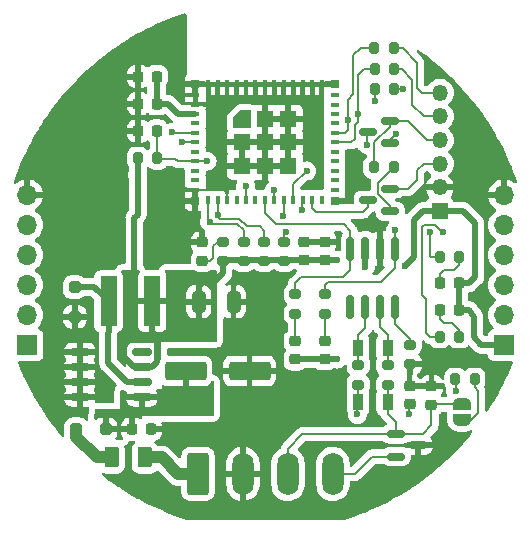
<source format=gbr>
%TF.GenerationSoftware,KiCad,Pcbnew,(7.0.0)*%
%TF.CreationDate,2023-03-19T21:05:42+01:00*%
%TF.ProjectId,ESP32-Touch_board,45535033-322d-4546-9f75-63685f626f61,rev?*%
%TF.SameCoordinates,Original*%
%TF.FileFunction,Copper,L1,Top*%
%TF.FilePolarity,Positive*%
%FSLAX46Y46*%
G04 Gerber Fmt 4.6, Leading zero omitted, Abs format (unit mm)*
G04 Created by KiCad (PCBNEW (7.0.0)) date 2023-03-19 21:05:42*
%MOMM*%
%LPD*%
G01*
G04 APERTURE LIST*
G04 Aperture macros list*
%AMRoundRect*
0 Rectangle with rounded corners*
0 $1 Rounding radius*
0 $2 $3 $4 $5 $6 $7 $8 $9 X,Y pos of 4 corners*
0 Add a 4 corners polygon primitive as box body*
4,1,4,$2,$3,$4,$5,$6,$7,$8,$9,$2,$3,0*
0 Add four circle primitives for the rounded corners*
1,1,$1+$1,$2,$3*
1,1,$1+$1,$4,$5*
1,1,$1+$1,$6,$7*
1,1,$1+$1,$8,$9*
0 Add four rect primitives between the rounded corners*
20,1,$1+$1,$2,$3,$4,$5,0*
20,1,$1+$1,$4,$5,$6,$7,0*
20,1,$1+$1,$6,$7,$8,$9,0*
20,1,$1+$1,$8,$9,$2,$3,0*%
%AMFreePoly0*
4,1,19,0.500000,-0.750000,0.000000,-0.750000,0.000000,-0.744911,-0.071157,-0.744911,-0.207708,-0.704816,-0.327430,-0.627875,-0.420627,-0.520320,-0.479746,-0.390866,-0.500000,-0.250000,-0.500000,0.250000,-0.479746,0.390866,-0.420627,0.520320,-0.327430,0.627875,-0.207708,0.704816,-0.071157,0.744911,0.000000,0.744911,0.000000,0.750000,0.500000,0.750000,0.500000,-0.750000,0.500000,-0.750000,
$1*%
%AMFreePoly1*
4,1,19,0.000000,0.744911,0.071157,0.744911,0.207708,0.704816,0.327430,0.627875,0.420627,0.520320,0.479746,0.390866,0.500000,0.250000,0.500000,-0.250000,0.479746,-0.390866,0.420627,-0.520320,0.327430,-0.627875,0.207708,-0.704816,0.071157,-0.744911,0.000000,-0.744911,0.000000,-0.750000,-0.500000,-0.750000,-0.500000,0.750000,0.000000,0.750000,0.000000,0.744911,0.000000,0.744911,
$1*%
%AMFreePoly2*
4,1,15,-0.124998,0.730000,0.725000,0.730000,0.728536,0.728536,0.730000,0.725000,0.730000,-0.725000,0.728536,-0.728536,0.725000,-0.730000,-0.725000,-0.730000,-0.728536,-0.728536,-0.730000,-0.725000,-0.730001,0.125000,-0.728536,0.128536,-0.128536,0.728536,-0.125000,0.730001,-0.124998,0.730000,-0.124998,0.730000,$1*%
G04 Aperture macros list end*
%TA.AperFunction,SMDPad,CuDef*%
%ADD10RoundRect,0.150000X0.587500X0.150000X-0.587500X0.150000X-0.587500X-0.150000X0.587500X-0.150000X0*%
%TD*%
%TA.AperFunction,SMDPad,CuDef*%
%ADD11FreePoly0,90.000000*%
%TD*%
%TA.AperFunction,SMDPad,CuDef*%
%ADD12FreePoly1,90.000000*%
%TD*%
%TA.AperFunction,SMDPad,CuDef*%
%ADD13RoundRect,0.200000X-0.200000X-0.275000X0.200000X-0.275000X0.200000X0.275000X-0.200000X0.275000X0*%
%TD*%
%TA.AperFunction,SMDPad,CuDef*%
%ADD14R,0.800000X0.400000*%
%TD*%
%TA.AperFunction,SMDPad,CuDef*%
%ADD15R,0.400000X0.800000*%
%TD*%
%TA.AperFunction,SMDPad,CuDef*%
%ADD16FreePoly2,0.000000*%
%TD*%
%TA.AperFunction,SMDPad,CuDef*%
%ADD17R,1.450000X1.450000*%
%TD*%
%TA.AperFunction,SMDPad,CuDef*%
%ADD18R,0.700000X0.700000*%
%TD*%
%TA.AperFunction,SMDPad,CuDef*%
%ADD19RoundRect,0.150000X-0.587500X-0.150000X0.587500X-0.150000X0.587500X0.150000X-0.587500X0.150000X0*%
%TD*%
%TA.AperFunction,SMDPad,CuDef*%
%ADD20RoundRect,0.250000X0.250000X0.250000X-0.250000X0.250000X-0.250000X-0.250000X0.250000X-0.250000X0*%
%TD*%
%TA.AperFunction,SMDPad,CuDef*%
%ADD21RoundRect,0.200000X-0.275000X0.200000X-0.275000X-0.200000X0.275000X-0.200000X0.275000X0.200000X0*%
%TD*%
%TA.AperFunction,SMDPad,CuDef*%
%ADD22RoundRect,0.200000X0.200000X0.275000X-0.200000X0.275000X-0.200000X-0.275000X0.200000X-0.275000X0*%
%TD*%
%TA.AperFunction,SMDPad,CuDef*%
%ADD23RoundRect,0.225000X0.225000X0.250000X-0.225000X0.250000X-0.225000X-0.250000X0.225000X-0.250000X0*%
%TD*%
%TA.AperFunction,SMDPad,CuDef*%
%ADD24RoundRect,0.225000X-0.250000X0.225000X-0.250000X-0.225000X0.250000X-0.225000X0.250000X0.225000X0*%
%TD*%
%TA.AperFunction,SMDPad,CuDef*%
%ADD25RoundRect,0.150000X-0.150000X0.825000X-0.150000X-0.825000X0.150000X-0.825000X0.150000X0.825000X0*%
%TD*%
%TA.AperFunction,SMDPad,CuDef*%
%ADD26RoundRect,0.250000X-0.325000X-0.650000X0.325000X-0.650000X0.325000X0.650000X-0.325000X0.650000X0*%
%TD*%
%TA.AperFunction,SMDPad,CuDef*%
%ADD27RoundRect,0.218750X-0.256250X0.218750X-0.256250X-0.218750X0.256250X-0.218750X0.256250X0.218750X0*%
%TD*%
%TA.AperFunction,SMDPad,CuDef*%
%ADD28R,1.400000X4.200000*%
%TD*%
%TA.AperFunction,SMDPad,CuDef*%
%ADD29RoundRect,0.250000X-0.250000X0.250000X-0.250000X-0.250000X0.250000X-0.250000X0.250000X0.250000X0*%
%TD*%
%TA.AperFunction,SMDPad,CuDef*%
%ADD30RoundRect,0.200000X0.275000X-0.200000X0.275000X0.200000X-0.275000X0.200000X-0.275000X-0.200000X0*%
%TD*%
%TA.AperFunction,SMDPad,CuDef*%
%ADD31RoundRect,0.218750X-0.218750X-0.256250X0.218750X-0.256250X0.218750X0.256250X-0.218750X0.256250X0*%
%TD*%
%TA.AperFunction,ComponentPad*%
%ADD32RoundRect,0.250000X-0.650000X-1.550000X0.650000X-1.550000X0.650000X1.550000X-0.650000X1.550000X0*%
%TD*%
%TA.AperFunction,ComponentPad*%
%ADD33O,1.800000X3.600000*%
%TD*%
%TA.AperFunction,SMDPad,CuDef*%
%ADD34R,0.900000X1.350000*%
%TD*%
%TA.AperFunction,SMDPad,CuDef*%
%ADD35RoundRect,0.250000X-1.500000X-0.550000X1.500000X-0.550000X1.500000X0.550000X-1.500000X0.550000X0*%
%TD*%
%TA.AperFunction,SMDPad,CuDef*%
%ADD36RoundRect,0.225000X-0.225000X-0.250000X0.225000X-0.250000X0.225000X0.250000X-0.225000X0.250000X0*%
%TD*%
%TA.AperFunction,SMDPad,CuDef*%
%ADD37RoundRect,0.250000X-0.375000X-0.625000X0.375000X-0.625000X0.375000X0.625000X-0.375000X0.625000X0*%
%TD*%
%TA.AperFunction,SMDPad,CuDef*%
%ADD38RoundRect,0.150000X0.675000X0.150000X-0.675000X0.150000X-0.675000X-0.150000X0.675000X-0.150000X0*%
%TD*%
%TA.AperFunction,ComponentPad*%
%ADD39R,1.350000X1.350000*%
%TD*%
%TA.AperFunction,ComponentPad*%
%ADD40O,1.350000X1.350000*%
%TD*%
%TA.AperFunction,ComponentPad*%
%ADD41R,1.700000X1.700000*%
%TD*%
%TA.AperFunction,ComponentPad*%
%ADD42O,1.700000X1.700000*%
%TD*%
%TA.AperFunction,ViaPad*%
%ADD43C,0.600000*%
%TD*%
%TA.AperFunction,Conductor*%
%ADD44C,0.200000*%
%TD*%
%TA.AperFunction,Conductor*%
%ADD45C,0.500000*%
%TD*%
%TA.AperFunction,Conductor*%
%ADD46C,1.000000*%
%TD*%
G04 APERTURE END LIST*
D10*
%TO.P,Q2,1,B*%
%TO.N,Net-(Q2-B)*%
X83465000Y-108570000D03*
%TO.P,Q2,2,E*%
%TO.N,DTR*%
X83465000Y-106670000D03*
%TO.P,Q2,3,C*%
%TO.N,GPIO9*%
X81590000Y-107620000D03*
%TD*%
D11*
%TO.P,J3,1,Pin_1*%
%TO.N,Net-(J3-Pin_1)*%
X89520000Y-126220000D03*
D12*
%TO.P,J3,2,Pin_2*%
%TO.N,CAN_H*%
X89520000Y-124920000D03*
%TD*%
D13*
%TO.P,R10,1*%
%TO.N,+3V3*%
X62090000Y-104070000D03*
%TO.P,R10,2*%
%TO.N,CHIP_PU*%
X63740000Y-104070000D03*
%TD*%
D14*
%TO.P,U3,1,GND*%
%TO.N,GND*%
X66949999Y-98724999D03*
%TO.P,U3,2,GND*%
X66949999Y-99524999D03*
%TO.P,U3,3,3V3*%
%TO.N,+3V3*%
X66949999Y-100324999D03*
%TO.P,U3,4,NC*%
%TO.N,unconnected-(U3-NC-Pad4)*%
X66949999Y-101124999D03*
%TO.P,U3,5,IO2*%
%TO.N,TOUCH_1*%
X66949999Y-101924999D03*
%TO.P,U3,6,IO3*%
%TO.N,TOUCH_2*%
X66949999Y-102724999D03*
%TO.P,U3,7,NC*%
%TO.N,unconnected-(U3-NC-Pad7)*%
X66949999Y-103524999D03*
%TO.P,U3,8,EN*%
%TO.N,CHIP_PU*%
X66949999Y-104324999D03*
%TO.P,U3,9,NC*%
%TO.N,unconnected-(U3-NC-Pad9)*%
X66949999Y-105124999D03*
%TO.P,U3,10,NC*%
%TO.N,unconnected-(U3-NC-Pad10)*%
X66949999Y-105924999D03*
%TO.P,U3,11,GND*%
%TO.N,GND*%
X66949999Y-106724999D03*
D15*
%TO.P,U3,12,IO0*%
%TO.N,SCL*%
X68049999Y-107624999D03*
%TO.P,U3,13,IO1*%
%TO.N,SDA*%
X68849999Y-107624999D03*
%TO.P,U3,14,GND*%
%TO.N,GND*%
X69649999Y-107624999D03*
%TO.P,U3,15,NC*%
%TO.N,unconnected-(U3-NC-Pad15)*%
X70449999Y-107624999D03*
%TO.P,U3,16,IO10*%
%TO.N,TOUCH_4*%
X71249999Y-107624999D03*
%TO.P,U3,17,NC*%
%TO.N,unconnected-(U3-NC-Pad17)*%
X72049999Y-107624999D03*
%TO.P,U3,18,IO4*%
%TO.N,RX_CAN*%
X72849999Y-107624999D03*
%TO.P,U3,19,IO5*%
%TO.N,TX_CAN*%
X73649999Y-107624999D03*
%TO.P,U3,20,IO6*%
%TO.N,1-WIRE*%
X74449999Y-107624999D03*
%TO.P,U3,21,IO7*%
%TO.N,TOUCH_3*%
X75249999Y-107624999D03*
%TO.P,U3,22,IO8*%
%TO.N,GPIO8*%
X76049999Y-107624999D03*
%TO.P,U3,23,IO9*%
%TO.N,GPIO9*%
X76849999Y-107624999D03*
%TO.P,U3,24,NC*%
%TO.N,unconnected-(U3-NC-Pad24)*%
X77649999Y-107624999D03*
D14*
%TO.P,U3,25,NC*%
%TO.N,unconnected-(U3-NC-Pad25)*%
X78749999Y-106724999D03*
%TO.P,U3,26,IO18*%
%TO.N,unconnected-(U3-IO18-Pad26)*%
X78749999Y-105924999D03*
%TO.P,U3,27,IO19*%
%TO.N,unconnected-(U3-IO19-Pad27)*%
X78749999Y-105124999D03*
%TO.P,U3,28,NC*%
%TO.N,unconnected-(U3-NC-Pad28)*%
X78749999Y-104324999D03*
%TO.P,U3,29,NC*%
%TO.N,unconnected-(U3-NC-Pad29)*%
X78749999Y-103524999D03*
%TO.P,U3,30,RXD0*%
%TO.N,RXDO*%
X78749999Y-102724999D03*
%TO.P,U3,31,TXD0*%
%TO.N,TXDO*%
X78749999Y-101924999D03*
%TO.P,U3,32,NC*%
%TO.N,unconnected-(U3-NC-Pad32)*%
X78749999Y-101124999D03*
%TO.P,U3,33,NC*%
%TO.N,unconnected-(U3-NC-Pad33)*%
X78749999Y-100324999D03*
%TO.P,U3,34,NC*%
%TO.N,unconnected-(U3-NC-Pad34)*%
X78749999Y-99524999D03*
%TO.P,U3,35,NC*%
%TO.N,unconnected-(U3-NC-Pad35)*%
X78749999Y-98724999D03*
D15*
%TO.P,U3,36,GND*%
%TO.N,GND*%
X77649999Y-97824999D03*
%TO.P,U3,37,GND*%
X76849999Y-97824999D03*
%TO.P,U3,38,GND*%
X76049999Y-97824999D03*
%TO.P,U3,39,GND*%
X75249999Y-97824999D03*
%TO.P,U3,40,GND*%
X74449999Y-97824999D03*
%TO.P,U3,41,GND*%
X73649999Y-97824999D03*
%TO.P,U3,42,GND*%
X72849999Y-97824999D03*
%TO.P,U3,43,GND*%
X72049999Y-97824999D03*
%TO.P,U3,44,GND*%
X71249999Y-97824999D03*
%TO.P,U3,45,GND*%
X70449999Y-97824999D03*
%TO.P,U3,46,GND*%
X69649999Y-97824999D03*
%TO.P,U3,47,GND*%
X68849999Y-97824999D03*
%TO.P,U3,48,GND*%
X68049999Y-97824999D03*
D16*
%TO.P,U3,49_1,GND*%
X70875000Y-100750000D03*
D17*
%TO.P,U3,49_2,GND*%
X72849999Y-100749999D03*
%TO.P,U3,49_3,GND*%
X74824999Y-100749999D03*
%TO.P,U3,49_4,GND*%
X74824999Y-102724999D03*
%TO.P,U3,49_5,GND*%
X74824999Y-104699999D03*
%TO.P,U3,49_6,GND*%
X72849999Y-104699999D03*
%TO.P,U3,49_7,GND*%
X70874999Y-104699999D03*
%TO.P,U3,49_8,GND*%
X70874999Y-102724999D03*
%TO.P,U3,49_9,GND*%
X72849999Y-102724999D03*
D18*
%TO.P,U3,50,GND*%
X78799999Y-97774999D03*
%TO.P,U3,51,GND*%
X78799999Y-107674999D03*
%TO.P,U3,52,GND*%
X66899999Y-107674999D03*
%TO.P,U3,53,GND*%
X66899999Y-97774999D03*
%TD*%
D19*
%TO.P,D5,1,1*%
%TO.N,CAN_H*%
X83947500Y-127427500D03*
%TO.P,D5,2,2*%
%TO.N,CAN_L*%
X83947500Y-129327500D03*
%TO.P,D5,3,3*%
%TO.N,GND*%
X85822500Y-128377500D03*
%TD*%
D13*
%TO.P,R6,1*%
%TO.N,RXDO*%
X87640000Y-119190000D03*
%TO.P,R6,2*%
%TO.N,Net-(D6-K)*%
X89290000Y-119190000D03*
%TD*%
%TO.P,R14,1*%
%TO.N,TXDO*%
X82125000Y-94740000D03*
%TO.P,R14,2*%
%TO.N,Net-(J5-Pin_6)*%
X83775000Y-94740000D03*
%TD*%
D20*
%TO.P,D1,1,K*%
%TO.N,+24V*%
X59367500Y-127015000D03*
%TO.P,D1,2,A*%
%TO.N,Net-(D1-A)*%
X56867500Y-127015000D03*
%TD*%
D21*
%TO.P,R5,1*%
%TO.N,Net-(U1-CANL)*%
X80750000Y-121590000D03*
%TO.P,R5,2*%
%TO.N,CAN_L*%
X80750000Y-123240000D03*
%TD*%
D22*
%TO.P,R13,1*%
%TO.N,Net-(J5-Pin_5)*%
X83785000Y-96530000D03*
%TO.P,R13,2*%
%TO.N,RXDO*%
X82135000Y-96530000D03*
%TD*%
D23*
%TO.P,C8,1*%
%TO.N,CHIP_PU*%
X63690000Y-101766667D03*
%TO.P,C8,2*%
%TO.N,GND*%
X62140000Y-101766667D03*
%TD*%
D24*
%TO.P,C5,1*%
%TO.N,GND*%
X85095000Y-123360000D03*
%TO.P,C5,2*%
%TO.N,CAN_L*%
X85095000Y-124910000D03*
%TD*%
D25*
%TO.P,U1,1,D*%
%TO.N,TX_CAN*%
X83900000Y-111725000D03*
%TO.P,U1,2,GND*%
%TO.N,GND*%
X82630000Y-111725000D03*
%TO.P,U1,3,VCC*%
%TO.N,+3V3*%
X81360000Y-111725000D03*
%TO.P,U1,4,R*%
%TO.N,RX_CAN*%
X80090000Y-111725000D03*
%TO.P,U1,5,Vref*%
%TO.N,unconnected-(U1-Vref-Pad5)*%
X80090000Y-116675000D03*
%TO.P,U1,6,CANL*%
%TO.N,Net-(U1-CANL)*%
X81360000Y-116675000D03*
%TO.P,U1,7,CANH*%
%TO.N,Net-(U1-CANH)*%
X82630000Y-116675000D03*
%TO.P,U1,8,Rs*%
%TO.N,Net-(U1-Rs)*%
X83900000Y-116675000D03*
%TD*%
D26*
%TO.P,C7,1*%
%TO.N,+3V3*%
X67245000Y-116235000D03*
%TO.P,C7,2*%
%TO.N,GND*%
X70195000Y-116235000D03*
%TD*%
D22*
%TO.P,R11,1*%
%TO.N,DTR*%
X83780000Y-98250000D03*
%TO.P,R11,2*%
%TO.N,Net-(Q1-B)*%
X82130000Y-98250000D03*
%TD*%
D21*
%TO.P,R3,1*%
%TO.N,TX_CAN*%
X77915000Y-115590000D03*
%TO.P,R3,2*%
%TO.N,Net-(D3-K)*%
X77915000Y-117240000D03*
%TD*%
D24*
%TO.P,C6,1*%
%TO.N,GND*%
X86955000Y-123375000D03*
%TO.P,C6,2*%
%TO.N,CAN_H*%
X86955000Y-124925000D03*
%TD*%
D27*
%TO.P,D2,1,K*%
%TO.N,Net-(D2-K)*%
X75415000Y-119535000D03*
%TO.P,D2,2,A*%
%TO.N,+3V3*%
X75415000Y-121110000D03*
%TD*%
D28*
%TO.P,L2,1*%
%TO.N,Net-(D4-K)*%
X59609999Y-116177499D03*
%TO.P,L2,2*%
%TO.N,+3V3*%
X63309999Y-116177499D03*
%TD*%
D21*
%TO.P,R2,1*%
%TO.N,RX_CAN*%
X75430000Y-115590000D03*
%TO.P,R2,2*%
%TO.N,Net-(D2-K)*%
X75430000Y-117240000D03*
%TD*%
D29*
%TO.P,D4,1,K*%
%TO.N,Net-(D4-K)*%
X56750000Y-114990000D03*
%TO.P,D4,2,A*%
%TO.N,GND*%
X56750000Y-117490000D03*
%TD*%
D24*
%TO.P,C1,1*%
%TO.N,GND*%
X76200000Y-111175000D03*
%TO.P,C1,2*%
%TO.N,+3V3*%
X76200000Y-112725000D03*
%TD*%
D30*
%TO.P,R4,1*%
%TO.N,CAN_H*%
X83240000Y-123240000D03*
%TO.P,R4,2*%
%TO.N,Net-(U1-CANH)*%
X83240000Y-121590000D03*
%TD*%
D22*
%TO.P,R12,1*%
%TO.N,Net-(Q2-B)*%
X83740000Y-104820000D03*
%TO.P,R12,2*%
%TO.N,RTS*%
X82090000Y-104820000D03*
%TD*%
D27*
%TO.P,D3,1,K*%
%TO.N,Net-(D3-K)*%
X77910000Y-119517500D03*
%TO.P,D3,2,A*%
%TO.N,+3V3*%
X77910000Y-121092500D03*
%TD*%
D24*
%TO.P,C2,1*%
%TO.N,GND*%
X77920000Y-111175000D03*
%TO.P,C2,2*%
%TO.N,+3V3*%
X77920000Y-112725000D03*
%TD*%
D23*
%TO.P,C9,1*%
%TO.N,+3V3*%
X63690000Y-99463334D03*
%TO.P,C9,2*%
%TO.N,GND*%
X62140000Y-99463334D03*
%TD*%
D31*
%TO.P,D6,1,K*%
%TO.N,Net-(D6-K)*%
X87717500Y-116945000D03*
%TO.P,D6,2,A*%
%TO.N,+3V3*%
X89292500Y-116945000D03*
%TD*%
D27*
%TO.P,D8,1,K*%
%TO.N,GND*%
X67560000Y-111202500D03*
%TO.P,D8,2,A*%
%TO.N,Net-(D8-A)*%
X67560000Y-112777500D03*
%TD*%
D32*
%TO.P,J1,1,Pin_1*%
%TO.N,Net-(J1-Pin_1)*%
X67185000Y-130800000D03*
D33*
%TO.P,J1,2,Pin_2*%
%TO.N,GND*%
X70994999Y-130799999D03*
%TO.P,J1,3,Pin_3*%
%TO.N,CAN_H*%
X74804999Y-130799999D03*
%TO.P,J1,4,Pin_4*%
%TO.N,CAN_L*%
X78614999Y-130799999D03*
%TD*%
D23*
%TO.P,C10,1*%
%TO.N,+3V3*%
X63690000Y-97160000D03*
%TO.P,C10,2*%
%TO.N,GND*%
X62140000Y-97160000D03*
%TD*%
D21*
%TO.P,R1,1*%
%TO.N,Net-(U1-Rs)*%
X85145000Y-119850000D03*
%TO.P,R1,2*%
%TO.N,GND*%
X85145000Y-121500000D03*
%TD*%
D13*
%TO.P,R7,1*%
%TO.N,TXDO*%
X87640000Y-112415000D03*
%TO.P,R7,2*%
%TO.N,Net-(D7-K)*%
X89290000Y-112415000D03*
%TD*%
D21*
%TO.P,R17,1*%
%TO.N,SDA*%
X72760000Y-111125000D03*
%TO.P,R17,2*%
%TO.N,+3V3*%
X72760000Y-112775000D03*
%TD*%
D30*
%TO.P,R15,1*%
%TO.N,+3V3*%
X74480000Y-112775000D03*
%TO.P,R15,2*%
%TO.N,GPIO8*%
X74480000Y-111125000D03*
%TD*%
D34*
%TO.P,L1,1,1*%
%TO.N,Net-(U1-CANH)*%
X83244999Y-120132499D03*
%TO.P,L1,2,2*%
%TO.N,Net-(U1-CANL)*%
X80744999Y-120132499D03*
%TO.P,L1,3,3*%
%TO.N,CAN_L*%
X80744999Y-124682499D03*
%TO.P,L1,4,4*%
%TO.N,CAN_H*%
X83244999Y-124682499D03*
%TD*%
D21*
%TO.P,R16,1*%
%TO.N,SCL*%
X71040000Y-111125000D03*
%TO.P,R16,2*%
%TO.N,+3V3*%
X71040000Y-112775000D03*
%TD*%
D35*
%TO.P,C3,1*%
%TO.N,+24V*%
X66150000Y-122085000D03*
%TO.P,C3,2*%
%TO.N,GND*%
X71550000Y-122085000D03*
%TD*%
D36*
%TO.P,C4,1*%
%TO.N,+24V*%
X61630000Y-127015000D03*
%TO.P,C4,2*%
%TO.N,GND*%
X63180000Y-127015000D03*
%TD*%
D37*
%TO.P,F1,1*%
%TO.N,Net-(D1-A)*%
X59890000Y-129405000D03*
%TO.P,F1,2*%
%TO.N,Net-(J1-Pin_1)*%
X62690000Y-129405000D03*
%TD*%
D30*
%TO.P,R9,1*%
%TO.N,+3V3*%
X69320000Y-112775000D03*
%TO.P,R9,2*%
%TO.N,Net-(D8-A)*%
X69320000Y-111125000D03*
%TD*%
D31*
%TO.P,D7,1,K*%
%TO.N,Net-(D7-K)*%
X87717500Y-114660000D03*
%TO.P,D7,2,A*%
%TO.N,+3V3*%
X89292500Y-114660000D03*
%TD*%
D22*
%TO.P,R8,1*%
%TO.N,Net-(J3-Pin_1)*%
X90605000Y-122770000D03*
%TO.P,R8,2*%
%TO.N,CAN_L*%
X88955000Y-122770000D03*
%TD*%
D10*
%TO.P,Q1,1,B*%
%TO.N,Net-(Q1-B)*%
X83440000Y-102800000D03*
%TO.P,Q1,2,E*%
%TO.N,RTS*%
X83440000Y-100900000D03*
%TO.P,Q1,3,C*%
%TO.N,CHIP_PU*%
X81565000Y-101850000D03*
%TD*%
D38*
%TO.P,U2,1,VIN*%
%TO.N,+24V*%
X62435000Y-124295000D03*
%TO.P,U2,2,OUT*%
%TO.N,Net-(D4-K)*%
X62435000Y-123025000D03*
%TO.P,U2,3,FB*%
%TO.N,+3V3*%
X62435000Y-121755000D03*
%TO.P,U2,4,ON/OFF*%
%TO.N,unconnected-(U2-ON{slash}OFF-Pad4)*%
X62435000Y-120485000D03*
%TO.P,U2,5,GND*%
%TO.N,GND*%
X57185000Y-120485000D03*
%TO.P,U2,6,GND*%
X57185000Y-121755000D03*
%TO.P,U2,7,GND*%
X57185000Y-123025000D03*
%TO.P,U2,8,GND*%
X57185000Y-124295000D03*
%TD*%
D39*
%TO.P,J5,1,Pin_1*%
%TO.N,+3V3*%
X87664999Y-108534999D03*
D40*
%TO.P,J5,2,Pin_2*%
%TO.N,GND*%
X87664999Y-106534999D03*
%TO.P,J5,3,Pin_3*%
%TO.N,DTR*%
X87664999Y-104534999D03*
%TO.P,J5,4,Pin_4*%
%TO.N,RTS*%
X87664999Y-102534999D03*
%TO.P,J5,5,Pin_5*%
%TO.N,Net-(J5-Pin_5)*%
X87664999Y-100534999D03*
%TO.P,J5,6,Pin_6*%
%TO.N,Net-(J5-Pin_6)*%
X87664999Y-98534999D03*
%TD*%
D41*
%TO.P,J4,1,Pin_1*%
%TO.N,+3V3*%
X52729999Y-119884999D03*
D42*
%TO.P,J4,2,Pin_2*%
%TO.N,1-WIRE*%
X52729999Y-117344999D03*
%TO.P,J4,3,Pin_3*%
%TO.N,SDA*%
X52729999Y-114804999D03*
%TO.P,J4,4,Pin_4*%
%TO.N,SCL*%
X52729999Y-112264999D03*
%TO.P,J4,5,Pin_5*%
%TO.N,GPIO8*%
X52729999Y-109724999D03*
%TO.P,J4,6,Pin_6*%
%TO.N,GND*%
X52729999Y-107184999D03*
%TD*%
D41*
%TO.P,J2,1,Pin_1*%
%TO.N,+3V3*%
X93089999Y-119884999D03*
D42*
%TO.P,J2,2,Pin_2*%
%TO.N,TOUCH_1*%
X93089999Y-117344999D03*
%TO.P,J2,3,Pin_3*%
%TO.N,TOUCH_2*%
X93089999Y-114804999D03*
%TO.P,J2,4,Pin_4*%
%TO.N,TOUCH_3*%
X93089999Y-112264999D03*
%TO.P,J2,5,Pin_5*%
%TO.N,TOUCH_4*%
X93089999Y-109724999D03*
%TO.P,J2,6,Pin_6*%
%TO.N,GND*%
X93089999Y-107184999D03*
%TD*%
D43*
%TO.N,GND*%
X77030000Y-100670000D03*
X81070000Y-132830000D03*
X74320000Y-126570000D03*
X78580000Y-124890000D03*
X68770000Y-105770000D03*
X61500000Y-131760000D03*
X78990000Y-111140000D03*
X80340000Y-103610000D03*
X82000000Y-122440000D03*
X82010000Y-124480000D03*
X59250000Y-122990000D03*
X54970000Y-125040000D03*
X55070000Y-103930000D03*
X68680000Y-102390000D03*
X70900000Y-100830000D03*
X57580000Y-99390000D03*
X83630000Y-131400000D03*
X64640000Y-94940000D03*
X65560000Y-108690000D03*
X59660000Y-107720000D03*
X86110000Y-130290000D03*
X72860000Y-100820000D03*
X54830000Y-118290000D03*
X54950000Y-123340000D03*
X86850000Y-96680000D03*
X58240000Y-106170000D03*
X59770000Y-101460000D03*
X76300000Y-124750000D03*
X89860000Y-105220000D03*
X92300000Y-104200000D03*
X72890000Y-102750000D03*
X89810000Y-102850000D03*
X81250000Y-109820000D03*
X67020000Y-127640000D03*
X59250000Y-124140000D03*
X82630000Y-109880000D03*
X71020000Y-126780000D03*
X76940000Y-102440000D03*
X65400000Y-96900000D03*
X65090000Y-107640000D03*
X90270000Y-121060000D03*
X74900000Y-100850000D03*
X79950000Y-107630000D03*
X88620000Y-121060000D03*
X70850000Y-102690000D03*
X82000000Y-119950000D03*
X70970000Y-105090000D03*
X63640000Y-108480000D03*
X92210000Y-123180000D03*
X90350000Y-101060000D03*
X55820000Y-101620000D03*
X60090000Y-112430000D03*
X88250000Y-128100000D03*
X54920000Y-121640000D03*
X65440000Y-112490000D03*
X58620000Y-112960000D03*
X63660000Y-112530000D03*
X68710000Y-99860000D03*
X59980000Y-104160000D03*
X90520000Y-107020000D03*
X59590000Y-97990000D03*
X69440000Y-127660000D03*
X74820000Y-102780000D03*
X92330000Y-122020000D03*
X89440000Y-99590000D03*
X74170000Y-124770000D03*
X55730000Y-106240000D03*
X77610000Y-123030000D03*
X91370000Y-102260000D03*
X86780000Y-121070000D03*
X56860000Y-107700000D03*
X73350000Y-99130000D03*
X71370000Y-99100000D03*
X63830000Y-106430000D03*
X63180000Y-132500000D03*
X57470000Y-104390000D03*
X57860000Y-101270000D03*
X54810000Y-116900000D03*
X75140000Y-123010000D03*
X72700000Y-127430000D03*
X76280000Y-99230000D03*
X53360000Y-122690000D03*
X62450000Y-95060000D03*
%TO.N,+3V3*%
X84680000Y-113220000D03*
X81350000Y-113240000D03*
X61800000Y-116180000D03*
X78940000Y-121070000D03*
X62080000Y-105450000D03*
X78940000Y-112730000D03*
X63690000Y-98330000D03*
%TO.N,CHIP_PU*%
X67950000Y-104320000D03*
X81490500Y-102911143D03*
%TO.N,CAN_L*%
X80690000Y-125760000D03*
X88990000Y-123780000D03*
X85080000Y-125740000D03*
%TO.N,Net-(Q1-B)*%
X83910000Y-102020000D03*
X82140000Y-99240000D03*
%TO.N,DTR*%
X84560000Y-98240000D03*
%TO.N,GPIO8*%
X76030000Y-108490000D03*
X74630000Y-110290000D03*
%TO.N,RXDO*%
X80740000Y-100310000D03*
X87960000Y-110320000D03*
%TO.N,TXDO*%
X79860000Y-100800000D03*
X86800000Y-110340000D03*
%TO.N,TX_CAN*%
X73660000Y-106780000D03*
X83890000Y-110180000D03*
%TO.N,TOUCH_1*%
X65010000Y-101880000D03*
%TO.N,TOUCH_2*%
X65810000Y-102700000D03*
%TO.N,SCL*%
X68170000Y-109470000D03*
%TO.N,SDA*%
X68880000Y-108880000D03*
%TO.N,TOUCH_4*%
X71230000Y-106440500D03*
%TO.N,1-WIRE*%
X74420000Y-108980000D03*
%TO.N,TOUCH_3*%
X76380000Y-105150000D03*
%TD*%
D44*
%TO.N,GND*%
X69650000Y-106950000D02*
X69650000Y-107625000D01*
X66950000Y-106725000D02*
X69425000Y-106725000D01*
X69425000Y-106725000D02*
X69650000Y-106950000D01*
D45*
%TO.N,+3V3*%
X60920000Y-119390000D02*
X61180000Y-119130000D01*
X62080000Y-104080000D02*
X62090000Y-104070000D01*
X89292500Y-114660000D02*
X89292500Y-116945000D01*
X69320000Y-113820000D02*
X68550000Y-114590000D01*
X61765000Y-121755000D02*
X60920000Y-120910000D01*
X65525000Y-100325000D02*
X64663334Y-99463334D01*
X84680000Y-113220000D02*
X85460000Y-112440000D01*
X62090000Y-108840000D02*
X62090000Y-105460000D01*
X90660000Y-109560000D02*
X89635000Y-108535000D01*
X61802500Y-116177500D02*
X61800000Y-116180000D01*
X77932500Y-121070000D02*
X77910000Y-121092500D01*
X63690000Y-97160000D02*
X63690000Y-98330000D01*
X63750000Y-119250000D02*
X63310000Y-118810000D01*
X61800000Y-109130000D02*
X62090000Y-108840000D01*
X69370000Y-112725000D02*
X69320000Y-112775000D01*
X64663334Y-99463334D02*
X63690000Y-99463334D01*
X90165000Y-116945000D02*
X90580000Y-117530000D01*
X63310000Y-118810000D02*
X63310000Y-116177500D01*
X63295000Y-121755000D02*
X63750000Y-121300000D01*
X81350000Y-111735000D02*
X81360000Y-111725000D01*
X90520000Y-119220000D02*
X91185000Y-119885000D01*
X89292500Y-116945000D02*
X90165000Y-116945000D01*
X66950000Y-100325000D02*
X65525000Y-100325000D01*
X62080000Y-105450000D02*
X62080000Y-104080000D01*
X85460000Y-112440000D02*
X85460000Y-109280000D01*
X67245000Y-114955000D02*
X67245000Y-116235000D01*
X68550000Y-114590000D02*
X67610000Y-114590000D01*
X81350000Y-113240000D02*
X81350000Y-111735000D01*
X90660000Y-114140000D02*
X90660000Y-109560000D01*
X89292500Y-114660000D02*
X90140000Y-114660000D01*
X60920000Y-120910000D02*
X60920000Y-119390000D01*
X77910000Y-121092500D02*
X75432500Y-121092500D01*
X62530000Y-119130000D02*
X62540000Y-119120000D01*
X77920000Y-112725000D02*
X69370000Y-112725000D01*
X90580000Y-117530000D02*
X90520000Y-119220000D01*
X67610000Y-114590000D02*
X67245000Y-114955000D01*
X63310000Y-116177500D02*
X61802500Y-116177500D01*
X62435000Y-121755000D02*
X63295000Y-121755000D01*
X78940000Y-121070000D02*
X77932500Y-121070000D01*
X77920000Y-112725000D02*
X78935000Y-112725000D01*
X90140000Y-114660000D02*
X90660000Y-114140000D01*
X61180000Y-119130000D02*
X62530000Y-119130000D01*
X62435000Y-121755000D02*
X61765000Y-121755000D01*
X69320000Y-112775000D02*
X69320000Y-113820000D01*
X89635000Y-108535000D02*
X87665000Y-108535000D01*
X86205000Y-108535000D02*
X87665000Y-108535000D01*
X63690000Y-98330000D02*
X63690000Y-99463334D01*
X63750000Y-121300000D02*
X63750000Y-119250000D01*
X85460000Y-109280000D02*
X86205000Y-108535000D01*
X91185000Y-119885000D02*
X93090000Y-119885000D01*
X61800000Y-116180000D02*
X61800000Y-109130000D01*
X78935000Y-112725000D02*
X78940000Y-112730000D01*
X62090000Y-105460000D02*
X62080000Y-105450000D01*
X75432500Y-121092500D02*
X75415000Y-121110000D01*
D44*
%TO.N,CHIP_PU*%
X65260000Y-104110000D02*
X63780000Y-104110000D01*
X63780000Y-104110000D02*
X63740000Y-104070000D01*
X63690000Y-104020000D02*
X63740000Y-104070000D01*
X67945000Y-104325000D02*
X67950000Y-104320000D01*
X63690000Y-101766667D02*
X63690000Y-104020000D01*
X66950000Y-104325000D02*
X65475000Y-104325000D01*
X81490500Y-102911143D02*
X81490500Y-101924500D01*
X81490500Y-101924500D02*
X81565000Y-101850000D01*
X66950000Y-104325000D02*
X67945000Y-104325000D01*
X65475000Y-104325000D02*
X65260000Y-104110000D01*
%TO.N,CAN_L*%
X81922500Y-129327500D02*
X80450000Y-130800000D01*
X80450000Y-130800000D02*
X78615000Y-130800000D01*
X80750000Y-123240000D02*
X80750000Y-124677500D01*
X80750000Y-124677500D02*
X80745000Y-124682500D01*
X88990000Y-122805000D02*
X88955000Y-122770000D01*
X80690000Y-125760000D02*
X80690000Y-124737500D01*
X83947500Y-129327500D02*
X81922500Y-129327500D01*
X80690000Y-124737500D02*
X80745000Y-124682500D01*
X85080000Y-124925000D02*
X85095000Y-124910000D01*
X88990000Y-123780000D02*
X88990000Y-122805000D01*
X85080000Y-125740000D02*
X85080000Y-124925000D01*
%TO.N,CAN_H*%
X83947500Y-127427500D02*
X86222500Y-127427500D01*
X76032500Y-127427500D02*
X83947500Y-127427500D01*
X86960000Y-124920000D02*
X89520000Y-124920000D01*
X86222500Y-127427500D02*
X86955000Y-126695000D01*
X86955000Y-124925000D02*
X86960000Y-124920000D01*
X83947500Y-126417500D02*
X83240000Y-125710000D01*
X83947500Y-127427500D02*
X83947500Y-126417500D01*
X86955000Y-126695000D02*
X86955000Y-124925000D01*
X83240000Y-125710000D02*
X83240000Y-123240000D01*
X74805000Y-128655000D02*
X76032500Y-127427500D01*
X74805000Y-130800000D02*
X74805000Y-128655000D01*
D46*
%TO.N,Net-(D1-A)*%
X56867500Y-127637500D02*
X56867500Y-127015000D01*
X59890000Y-129405000D02*
X58635000Y-129405000D01*
X58635000Y-129405000D02*
X56867500Y-127637500D01*
D44*
%TO.N,Net-(D2-K)*%
X75430000Y-119520000D02*
X75415000Y-119535000D01*
X75430000Y-117240000D02*
X75430000Y-119520000D01*
%TO.N,Net-(D6-K)*%
X89290000Y-118580000D02*
X88720000Y-118010000D01*
X89290000Y-119190000D02*
X89290000Y-118580000D01*
X88050000Y-118010000D02*
X87717500Y-117677500D01*
X87717500Y-117677500D02*
X87717500Y-116945000D01*
X88720000Y-118010000D02*
X88050000Y-118010000D01*
%TO.N,Net-(D7-K)*%
X88860000Y-113550000D02*
X88040000Y-113550000D01*
X87717500Y-113872500D02*
X87717500Y-114660000D01*
X88040000Y-113550000D02*
X87717500Y-113872500D01*
X89290000Y-112415000D02*
X89290000Y-113120000D01*
X89290000Y-113120000D02*
X88860000Y-113550000D01*
D46*
%TO.N,Net-(J1-Pin_1)*%
X65500000Y-130800000D02*
X64105000Y-129405000D01*
X64105000Y-129405000D02*
X62690000Y-129405000D01*
X67185000Y-130800000D02*
X65500000Y-130800000D01*
D44*
%TO.N,Net-(Q1-B)*%
X83440000Y-102800000D02*
X83440000Y-102490000D01*
X83440000Y-102490000D02*
X83910000Y-102020000D01*
X82140000Y-98260000D02*
X82130000Y-98250000D01*
X82140000Y-99240000D02*
X82140000Y-98260000D01*
%TO.N,RTS*%
X84940000Y-100900000D02*
X86575000Y-102535000D01*
X83440000Y-100900000D02*
X83440000Y-101390000D01*
X83440000Y-100900000D02*
X84940000Y-100900000D01*
X86575000Y-102535000D02*
X87665000Y-102535000D01*
X82090000Y-102740000D02*
X82090000Y-104820000D01*
X83440000Y-101390000D02*
X82090000Y-102740000D01*
%TO.N,Net-(Q2-B)*%
X83740000Y-104820000D02*
X82427500Y-106132500D01*
X83465000Y-108105000D02*
X83465000Y-108570000D01*
X82427500Y-107067500D02*
X83465000Y-108105000D01*
X82427500Y-106132500D02*
X82427500Y-107067500D01*
%TO.N,DTR*%
X84560000Y-98240000D02*
X83790000Y-98240000D01*
X87665000Y-104535000D02*
X86305000Y-104535000D01*
X83790000Y-98240000D02*
X83780000Y-98250000D01*
X85000000Y-106670000D02*
X83465000Y-106670000D01*
X85750000Y-105920000D02*
X85000000Y-106670000D01*
X86305000Y-104535000D02*
X85750000Y-105090000D01*
X85750000Y-105090000D02*
X85750000Y-105920000D01*
%TO.N,GPIO9*%
X81160000Y-108590000D02*
X81590000Y-108160000D01*
X81590000Y-108160000D02*
X81590000Y-107620000D01*
X77180000Y-108590000D02*
X81160000Y-108590000D01*
X76850000Y-107625000D02*
X76850000Y-108260000D01*
X76850000Y-108260000D02*
X77180000Y-108590000D01*
%TO.N,GPIO8*%
X76030000Y-108490000D02*
X76030000Y-107645000D01*
X74480000Y-110440000D02*
X74630000Y-110290000D01*
X76030000Y-107645000D02*
X76050000Y-107625000D01*
X74480000Y-111125000D02*
X74480000Y-110440000D01*
%TO.N,RXDO*%
X86170000Y-109860000D02*
X86170000Y-115650000D01*
X86850000Y-119190000D02*
X87640000Y-119190000D01*
X86170000Y-115650000D02*
X86530000Y-116010000D01*
X80730000Y-97050000D02*
X81250000Y-96530000D01*
X80460000Y-102410000D02*
X80145000Y-102725000D01*
X87960000Y-110320000D02*
X87880000Y-110320000D01*
X80740000Y-100310000D02*
X80740000Y-101020000D01*
X80740000Y-100310000D02*
X80740000Y-98010000D01*
X80730000Y-98000000D02*
X80730000Y-97050000D01*
X87880000Y-110320000D02*
X87260000Y-109700000D01*
X86530000Y-118870000D02*
X86850000Y-119190000D01*
X86530000Y-116010000D02*
X86530000Y-118870000D01*
X80460000Y-101300000D02*
X80460000Y-102410000D01*
X80145000Y-102725000D02*
X78750000Y-102725000D01*
X80740000Y-101020000D02*
X80460000Y-101300000D01*
X87260000Y-109700000D02*
X86330000Y-109700000D01*
X80740000Y-98010000D02*
X80730000Y-98000000D01*
X81250000Y-96530000D02*
X82135000Y-96530000D01*
X86330000Y-109700000D02*
X86170000Y-109860000D01*
%TO.N,TXDO*%
X79880000Y-99120000D02*
X80340000Y-98660000D01*
X80340000Y-98660000D02*
X80330000Y-98650000D01*
X79880000Y-100820000D02*
X79860000Y-100800000D01*
X78750000Y-101925000D02*
X79605000Y-101925000D01*
X79605000Y-101925000D02*
X79880000Y-101650000D01*
X80330000Y-98650000D02*
X80330000Y-95360000D01*
X79860000Y-100800000D02*
X79880000Y-100780000D01*
X79880000Y-100780000D02*
X79880000Y-99120000D01*
X80950000Y-94740000D02*
X82125000Y-94740000D01*
X86800000Y-110340000D02*
X86800000Y-112310000D01*
X79880000Y-101650000D02*
X79880000Y-100820000D01*
X86800000Y-112310000D02*
X86905000Y-112415000D01*
X86905000Y-112415000D02*
X87640000Y-112415000D01*
X80330000Y-95360000D02*
X80950000Y-94740000D01*
%TO.N,Net-(J3-Pin_1)*%
X90900000Y-125650000D02*
X90900000Y-123740000D01*
X90605000Y-123445000D02*
X90605000Y-122770000D01*
X89520000Y-126220000D02*
X90330000Y-126220000D01*
X90330000Y-126220000D02*
X90900000Y-125650000D01*
X90900000Y-123740000D02*
X90605000Y-123445000D01*
%TO.N,RX_CAN*%
X79550000Y-109660000D02*
X80090000Y-110200000D01*
X75430000Y-115590000D02*
X75430000Y-114640000D01*
X72850000Y-108730000D02*
X73780000Y-109660000D01*
X80090000Y-110200000D02*
X80090000Y-111725000D01*
X75430000Y-114640000D02*
X75910000Y-114160000D01*
X80090000Y-113550000D02*
X80090000Y-111725000D01*
X72850000Y-107625000D02*
X72850000Y-108730000D01*
X75910000Y-114160000D02*
X79480000Y-114160000D01*
X73780000Y-109660000D02*
X79550000Y-109660000D01*
X79480000Y-114160000D02*
X80090000Y-113550000D01*
%TO.N,TX_CAN*%
X78160000Y-114560000D02*
X82670000Y-114560000D01*
X83890000Y-111715000D02*
X83900000Y-111725000D01*
X73650000Y-106790000D02*
X73660000Y-106780000D01*
X82670000Y-114560000D02*
X83900000Y-113330000D01*
X77915000Y-114805000D02*
X78160000Y-114560000D01*
X73650000Y-107625000D02*
X73650000Y-106790000D01*
X83890000Y-110180000D02*
X83890000Y-111715000D01*
X77915000Y-115590000D02*
X77915000Y-114805000D01*
X83900000Y-113330000D02*
X83900000Y-111725000D01*
%TO.N,TOUCH_1*%
X65055000Y-101925000D02*
X66950000Y-101925000D01*
X65010000Y-101880000D02*
X65055000Y-101925000D01*
%TO.N,TOUCH_2*%
X66950000Y-102725000D02*
X65835000Y-102725000D01*
X65835000Y-102725000D02*
X65810000Y-102700000D01*
%TO.N,SCL*%
X68170000Y-109460000D02*
X68170000Y-109470000D01*
X68050000Y-109340000D02*
X68170000Y-109460000D01*
X68050000Y-107625000D02*
X68050000Y-109340000D01*
X68180000Y-109470000D02*
X68330000Y-109620000D01*
X68170000Y-109470000D02*
X68180000Y-109470000D01*
X70500000Y-109620000D02*
X71040000Y-110160000D01*
X68330000Y-109620000D02*
X70500000Y-109620000D01*
X71040000Y-110160000D02*
X71040000Y-111125000D01*
%TO.N,SDA*%
X71320000Y-109850000D02*
X70690000Y-109220000D01*
X69090000Y-109220000D02*
X68850000Y-108980000D01*
X68850000Y-108910000D02*
X68880000Y-108880000D01*
X68880000Y-108880000D02*
X68850000Y-108850000D01*
X68850000Y-108850000D02*
X68850000Y-107625000D01*
X68850000Y-108980000D02*
X68850000Y-108910000D01*
X72760000Y-110200000D02*
X72410000Y-109850000D01*
X70690000Y-109220000D02*
X69090000Y-109220000D01*
X72410000Y-109850000D02*
X71320000Y-109850000D01*
X72760000Y-111125000D02*
X72760000Y-110200000D01*
%TO.N,TOUCH_4*%
X71250000Y-106460500D02*
X71230000Y-106440500D01*
X71250000Y-107625000D02*
X71250000Y-106460500D01*
%TO.N,1-WIRE*%
X74450000Y-108950000D02*
X74450000Y-107625000D01*
X74420000Y-108980000D02*
X74450000Y-108950000D01*
%TO.N,TOUCH_3*%
X75250000Y-106280000D02*
X76380000Y-105150000D01*
X75250000Y-107625000D02*
X75250000Y-106280000D01*
%TO.N,Net-(D3-K)*%
X77915000Y-117240000D02*
X77915000Y-119512500D01*
X77915000Y-119512500D02*
X77910000Y-119517500D01*
D45*
%TO.N,Net-(D4-K)*%
X56750000Y-114990000D02*
X58422500Y-114990000D01*
X59590000Y-121430000D02*
X59590000Y-118830000D01*
X59610000Y-118810000D02*
X59610000Y-116177500D01*
X62435000Y-123025000D02*
X61185000Y-123025000D01*
X61185000Y-123025000D02*
X59590000Y-121430000D01*
X58422500Y-114990000D02*
X59610000Y-116177500D01*
X59590000Y-118830000D02*
X59610000Y-118810000D01*
D44*
%TO.N,Net-(D8-A)*%
X68470000Y-112510000D02*
X68202500Y-112777500D01*
X68855000Y-111125000D02*
X68470000Y-111510000D01*
X68470000Y-111510000D02*
X68470000Y-112510000D01*
X69320000Y-111125000D02*
X68855000Y-111125000D01*
X68202500Y-112777500D02*
X67560000Y-112777500D01*
%TO.N,Net-(J5-Pin_5)*%
X85340000Y-97430000D02*
X84440000Y-96530000D01*
X85340000Y-99530000D02*
X85340000Y-97430000D01*
X84440000Y-96530000D02*
X83785000Y-96530000D01*
X87665000Y-100535000D02*
X86345000Y-100535000D01*
X86345000Y-100535000D02*
X85340000Y-99530000D01*
%TO.N,Net-(J5-Pin_6)*%
X87665000Y-98535000D02*
X86145000Y-98535000D01*
X85740000Y-95970000D02*
X84510000Y-94740000D01*
X85740000Y-98130000D02*
X85740000Y-95970000D01*
X86145000Y-98535000D02*
X85740000Y-98130000D01*
X84510000Y-94740000D02*
X83775000Y-94740000D01*
%TO.N,Net-(U1-CANH)*%
X82630000Y-116675000D02*
X82630000Y-118390000D01*
X83245000Y-120132500D02*
X83245000Y-121585000D01*
X83245000Y-119005000D02*
X83245000Y-120132500D01*
X82630000Y-118390000D02*
X83245000Y-119005000D01*
X83245000Y-121585000D02*
X83240000Y-121590000D01*
%TO.N,Net-(U1-CANL)*%
X80745000Y-120132500D02*
X80745000Y-119025000D01*
X80750000Y-121590000D02*
X80750000Y-120137500D01*
X80750000Y-120137500D02*
X80745000Y-120132500D01*
X81360000Y-118410000D02*
X81360000Y-116675000D01*
X80745000Y-119025000D02*
X81360000Y-118410000D01*
%TO.N,Net-(U1-Rs)*%
X85145000Y-119355000D02*
X85145000Y-119850000D01*
X83900000Y-116675000D02*
X83900000Y-118110000D01*
X83900000Y-118110000D02*
X85145000Y-119355000D01*
%TD*%
%TA.AperFunction,Conductor*%
%TO.N,+24V*%
G36*
X66338000Y-121851613D02*
G01*
X66383387Y-121897000D01*
X66400000Y-121959000D01*
X66400000Y-123368673D01*
X66403450Y-123381548D01*
X66416326Y-123384999D01*
X67696829Y-123384999D01*
X67703111Y-123384678D01*
X67795959Y-123375194D01*
X67809122Y-123372376D01*
X67962267Y-123321629D01*
X67975266Y-123315567D01*
X68112194Y-123231109D01*
X68123455Y-123222205D01*
X68237205Y-123108455D01*
X68246112Y-123097191D01*
X68324142Y-122970684D01*
X68370376Y-122926881D01*
X68432256Y-122911807D01*
X68493456Y-122929438D01*
X68537832Y-122975122D01*
X68553677Y-123036809D01*
X68539777Y-124711912D01*
X68533887Y-125421704D01*
X68531021Y-125767029D01*
X68514068Y-125828593D01*
X68468728Y-125873558D01*
X68407025Y-125890000D01*
X62420000Y-125890000D01*
X62420000Y-125906326D01*
X62420000Y-126039500D01*
X62402933Y-126102279D01*
X62356431Y-126147778D01*
X62293295Y-126163470D01*
X62230903Y-126145038D01*
X62169633Y-126107246D01*
X62156625Y-126101180D01*
X62009030Y-126052272D01*
X61995874Y-126049456D01*
X61906444Y-126040319D01*
X61900168Y-126040000D01*
X61896326Y-126040000D01*
X61883450Y-126043450D01*
X61880000Y-126056326D01*
X61880000Y-127141000D01*
X61863387Y-127203000D01*
X61818000Y-127248387D01*
X61756000Y-127265000D01*
X60696327Y-127265000D01*
X60683451Y-127268450D01*
X60680001Y-127281326D01*
X60680001Y-127310165D01*
X60680321Y-127316447D01*
X60689455Y-127405867D01*
X60692274Y-127419036D01*
X60741180Y-127566625D01*
X60747246Y-127579633D01*
X60832427Y-127717732D01*
X60830655Y-127718824D01*
X60852660Y-127772506D01*
X60841003Y-127840037D01*
X60795257Y-127891063D01*
X60729396Y-127910000D01*
X60323030Y-127910000D01*
X60260251Y-127892934D01*
X60214753Y-127846432D01*
X60199060Y-127783295D01*
X60217491Y-127720903D01*
X60298067Y-127590266D01*
X60304129Y-127577267D01*
X60354875Y-127424125D01*
X60357694Y-127410958D01*
X60367180Y-127318109D01*
X60367500Y-127311832D01*
X60367500Y-127281326D01*
X60364049Y-127268450D01*
X60351174Y-127265000D01*
X59241500Y-127265000D01*
X59179500Y-127248387D01*
X59134113Y-127203000D01*
X59117500Y-127141000D01*
X59117500Y-126748674D01*
X59617500Y-126748674D01*
X59620950Y-126761549D01*
X59633826Y-126765000D01*
X60351173Y-126765000D01*
X60364048Y-126761549D01*
X60367499Y-126748674D01*
X60680000Y-126748674D01*
X60683450Y-126761549D01*
X60696326Y-126765000D01*
X61363674Y-126765000D01*
X61376549Y-126761549D01*
X61380000Y-126748674D01*
X61380000Y-126056327D01*
X61376549Y-126043451D01*
X61363674Y-126040001D01*
X61359835Y-126040001D01*
X61353552Y-126040321D01*
X61264132Y-126049455D01*
X61250963Y-126052274D01*
X61103374Y-126101180D01*
X61090366Y-126107246D01*
X60958419Y-126188632D01*
X60947157Y-126197537D01*
X60837537Y-126307157D01*
X60828632Y-126318419D01*
X60747246Y-126450366D01*
X60741180Y-126463374D01*
X60692272Y-126610969D01*
X60689456Y-126624125D01*
X60680319Y-126713555D01*
X60680000Y-126719832D01*
X60680000Y-126748674D01*
X60367499Y-126748674D01*
X60367499Y-126718171D01*
X60367178Y-126711888D01*
X60357694Y-126619040D01*
X60354876Y-126605877D01*
X60304129Y-126452732D01*
X60298067Y-126439733D01*
X60213609Y-126302805D01*
X60204705Y-126291544D01*
X60090955Y-126177794D01*
X60079694Y-126168890D01*
X59942766Y-126084432D01*
X59929767Y-126078370D01*
X59776625Y-126027624D01*
X59763458Y-126024805D01*
X59670609Y-126015319D01*
X59664332Y-126015000D01*
X59633826Y-126015000D01*
X59620950Y-126018450D01*
X59617500Y-126031326D01*
X59617500Y-126748674D01*
X59117500Y-126748674D01*
X59117500Y-126031327D01*
X59114049Y-126018451D01*
X59101174Y-126015001D01*
X59070671Y-126015001D01*
X59064388Y-126015321D01*
X58971540Y-126024805D01*
X58958377Y-126027623D01*
X58805232Y-126078370D01*
X58792233Y-126084432D01*
X58655305Y-126168890D01*
X58644048Y-126177791D01*
X58623066Y-126198773D01*
X58573160Y-126229196D01*
X58514862Y-126233380D01*
X58461123Y-126210393D01*
X58423885Y-126165343D01*
X58411419Y-126108243D01*
X58427202Y-125421703D01*
X58444841Y-125360754D01*
X58490322Y-125316509D01*
X58551731Y-125300555D01*
X60620000Y-125310000D01*
X60620000Y-124555776D01*
X61115307Y-124555776D01*
X61156541Y-124697705D01*
X61162689Y-124711912D01*
X61238344Y-124839838D01*
X61247835Y-124852074D01*
X61352925Y-124957164D01*
X61365161Y-124966655D01*
X61493087Y-125042310D01*
X61507294Y-125048458D01*
X61651420Y-125090331D01*
X61663826Y-125092597D01*
X61691923Y-125094808D01*
X61696803Y-125095000D01*
X62168674Y-125095000D01*
X62181549Y-125091549D01*
X62185000Y-125078674D01*
X62685000Y-125078674D01*
X62688450Y-125091549D01*
X62701326Y-125095000D01*
X63173197Y-125095000D01*
X63178076Y-125094808D01*
X63206173Y-125092597D01*
X63218579Y-125090331D01*
X63362705Y-125048458D01*
X63376912Y-125042310D01*
X63504838Y-124966655D01*
X63517074Y-124957164D01*
X63622164Y-124852074D01*
X63631655Y-124839838D01*
X63707310Y-124711912D01*
X63713458Y-124697705D01*
X63754692Y-124555776D01*
X63753286Y-124548706D01*
X63740144Y-124545000D01*
X62701326Y-124545000D01*
X62688450Y-124548450D01*
X62685000Y-124561326D01*
X62685000Y-125078674D01*
X62185000Y-125078674D01*
X62185000Y-124561326D01*
X62181549Y-124548450D01*
X62168674Y-124545000D01*
X61129856Y-124545000D01*
X61116713Y-124548706D01*
X61115307Y-124555776D01*
X60620000Y-124555776D01*
X60620000Y-123784262D01*
X60635286Y-123724620D01*
X60677374Y-123679682D01*
X60735889Y-123660528D01*
X60796403Y-123671878D01*
X60856350Y-123699832D01*
X60859527Y-123701371D01*
X60926567Y-123735040D01*
X60933606Y-123736708D01*
X60936827Y-123737880D01*
X60937171Y-123738023D01*
X60937496Y-123738115D01*
X60940779Y-123739202D01*
X60947328Y-123742257D01*
X61020852Y-123757437D01*
X61024300Y-123758203D01*
X61057620Y-123766100D01*
X61115610Y-123797995D01*
X61148934Y-123855175D01*
X61148100Y-123921352D01*
X61115307Y-124034225D01*
X61116713Y-124041293D01*
X61129856Y-124045000D01*
X63740144Y-124045000D01*
X63753286Y-124041293D01*
X63754692Y-124034223D01*
X63713458Y-123892294D01*
X63707310Y-123878087D01*
X63664767Y-123806150D01*
X63647502Y-123743914D01*
X63663877Y-123681438D01*
X63709449Y-123635671D01*
X63771850Y-123619031D01*
X64110000Y-123620000D01*
X64111690Y-123405353D01*
X64129124Y-123342925D01*
X64175679Y-123297820D01*
X64238633Y-123282369D01*
X64300781Y-123300795D01*
X64324728Y-123315565D01*
X64337732Y-123321629D01*
X64490874Y-123372375D01*
X64504041Y-123375194D01*
X64596890Y-123384680D01*
X64603168Y-123385000D01*
X65883674Y-123385000D01*
X65896549Y-123381549D01*
X65900000Y-123368674D01*
X65900000Y-121959000D01*
X65916613Y-121897000D01*
X65962000Y-121851613D01*
X66024000Y-121835000D01*
X66276000Y-121835000D01*
X66338000Y-121851613D01*
G37*
%TD.AperFunction*%
%TD*%
%TA.AperFunction,Conductor*%
%TO.N,+3V3*%
G36*
X62138605Y-113542151D02*
G01*
X62203718Y-113560713D01*
X62249375Y-113610712D01*
X62261961Y-113677240D01*
X62237725Y-113740461D01*
X62171964Y-113828306D01*
X62163547Y-113843722D01*
X62119111Y-113962858D01*
X62115573Y-113977832D01*
X62110353Y-114026385D01*
X62110000Y-114032982D01*
X62110000Y-115911174D01*
X62113450Y-115924049D01*
X62126326Y-115927500D01*
X64493674Y-115927500D01*
X64506549Y-115924049D01*
X64510000Y-115911174D01*
X64510000Y-114032982D01*
X64509646Y-114026385D01*
X64504426Y-113977832D01*
X64500888Y-113962858D01*
X64456452Y-113843722D01*
X64448037Y-113828310D01*
X64384339Y-113743220D01*
X64360096Y-113679925D01*
X64372755Y-113613340D01*
X64418532Y-113563356D01*
X64483747Y-113544910D01*
X66792591Y-113547626D01*
X66857536Y-113566086D01*
X66997713Y-113652549D01*
X67157315Y-113705436D01*
X67255826Y-113715500D01*
X67861025Y-113715500D01*
X67864174Y-113715500D01*
X67962685Y-113705436D01*
X68122287Y-113652549D01*
X68259540Y-113567889D01*
X68324777Y-113549429D01*
X68608272Y-113549762D01*
X68672274Y-113567645D01*
X68750715Y-113615064D01*
X68794470Y-113660087D01*
X68810564Y-113720771D01*
X68829593Y-119476887D01*
X68813333Y-119538684D01*
X68768461Y-119584179D01*
X68706894Y-119601290D01*
X64076215Y-119649830D01*
X64076214Y-119649830D01*
X64060000Y-119650000D01*
X64060000Y-119666217D01*
X64060000Y-121026781D01*
X64041539Y-121091877D01*
X63977061Y-121196414D01*
X63965186Y-121215666D01*
X63962916Y-121222514D01*
X63962915Y-121222518D01*
X63932301Y-121314905D01*
X63902967Y-121362885D01*
X63855455Y-121392974D01*
X63799540Y-121398983D01*
X63746721Y-121379674D01*
X63707863Y-121339021D01*
X63631657Y-121210164D01*
X63620991Y-121196414D01*
X63597955Y-121147462D01*
X63597956Y-121093360D01*
X63620992Y-121044408D01*
X63622561Y-121042384D01*
X63628081Y-121036865D01*
X63711744Y-120895398D01*
X63757598Y-120737569D01*
X63760500Y-120700694D01*
X63760500Y-120269306D01*
X63757598Y-120232431D01*
X63711744Y-120074602D01*
X63628081Y-119933135D01*
X63511865Y-119816919D01*
X63505151Y-119812948D01*
X63505148Y-119812946D01*
X63377113Y-119737227D01*
X63377111Y-119737226D01*
X63370398Y-119733256D01*
X63362905Y-119731079D01*
X63218657Y-119689170D01*
X63218650Y-119689168D01*
X63212569Y-119687402D01*
X63206258Y-119686905D01*
X63206251Y-119686904D01*
X63178128Y-119684691D01*
X63178114Y-119684690D01*
X63175694Y-119684500D01*
X61694306Y-119684500D01*
X61691886Y-119684690D01*
X61691871Y-119684691D01*
X61663748Y-119686904D01*
X61663739Y-119686905D01*
X61657431Y-119687402D01*
X61651351Y-119689168D01*
X61651342Y-119689170D01*
X61507094Y-119731079D01*
X61507091Y-119731080D01*
X61499602Y-119733256D01*
X61492891Y-119737224D01*
X61492886Y-119737227D01*
X61364851Y-119812946D01*
X61364844Y-119812950D01*
X61358135Y-119816919D01*
X61352620Y-119822433D01*
X61352616Y-119822437D01*
X61247437Y-119927616D01*
X61247433Y-119927620D01*
X61241919Y-119933135D01*
X61237950Y-119939844D01*
X61237946Y-119939851D01*
X61162227Y-120067886D01*
X61162224Y-120067891D01*
X61158256Y-120074602D01*
X61156080Y-120082091D01*
X61156079Y-120082094D01*
X61114170Y-120226342D01*
X61114168Y-120226351D01*
X61112402Y-120232431D01*
X61111905Y-120238739D01*
X61111904Y-120238748D01*
X61109691Y-120266871D01*
X61109690Y-120266886D01*
X61109500Y-120269306D01*
X61109500Y-120700694D01*
X61109690Y-120703114D01*
X61109691Y-120703128D01*
X61111904Y-120731251D01*
X61111905Y-120731258D01*
X61112402Y-120737569D01*
X61114168Y-120743650D01*
X61114170Y-120743657D01*
X61156079Y-120887905D01*
X61158256Y-120895398D01*
X61241919Y-121036865D01*
X61247438Y-121042384D01*
X61249008Y-121044408D01*
X61272043Y-121093358D01*
X61272044Y-121147456D01*
X61249012Y-121196407D01*
X61238346Y-121210158D01*
X61162689Y-121338087D01*
X61156541Y-121352294D01*
X61114668Y-121496420D01*
X61112402Y-121508826D01*
X61110191Y-121536923D01*
X61110000Y-121541803D01*
X61110000Y-121589271D01*
X61096485Y-121645566D01*
X61058885Y-121689589D01*
X61005398Y-121711744D01*
X60947682Y-121707202D01*
X60898320Y-121676952D01*
X60376819Y-121155451D01*
X60349939Y-121115223D01*
X60340500Y-121067770D01*
X60340500Y-118996597D01*
X60343843Y-118967999D01*
X60358833Y-118904753D01*
X60360500Y-118897721D01*
X60360500Y-118890490D01*
X60360902Y-118887051D01*
X60360956Y-118886713D01*
X60360972Y-118886363D01*
X60361272Y-118882930D01*
X60362733Y-118875856D01*
X60362522Y-118868636D01*
X60362621Y-118867516D01*
X60387475Y-118803228D01*
X60442814Y-118762142D01*
X60552331Y-118721296D01*
X60667546Y-118635046D01*
X60753796Y-118519831D01*
X60804091Y-118384983D01*
X60810500Y-118325373D01*
X60810500Y-118322018D01*
X62110000Y-118322018D01*
X62110353Y-118328614D01*
X62115573Y-118377167D01*
X62119111Y-118392141D01*
X62163547Y-118511277D01*
X62171962Y-118526689D01*
X62247498Y-118627592D01*
X62259907Y-118640001D01*
X62360810Y-118715537D01*
X62376222Y-118723952D01*
X62495358Y-118768388D01*
X62510332Y-118771926D01*
X62558885Y-118777146D01*
X62565482Y-118777500D01*
X63043674Y-118777500D01*
X63056549Y-118774049D01*
X63060000Y-118761174D01*
X63560000Y-118761174D01*
X63563450Y-118774049D01*
X63576326Y-118777500D01*
X64054518Y-118777500D01*
X64061114Y-118777146D01*
X64109667Y-118771926D01*
X64124641Y-118768388D01*
X64243777Y-118723952D01*
X64259189Y-118715537D01*
X64360092Y-118640001D01*
X64372501Y-118627592D01*
X64448037Y-118526689D01*
X64456452Y-118511277D01*
X64500888Y-118392141D01*
X64504426Y-118377167D01*
X64509646Y-118328614D01*
X64510000Y-118322018D01*
X64510000Y-116931829D01*
X66170001Y-116931829D01*
X66170321Y-116938111D01*
X66179805Y-117030959D01*
X66182623Y-117044122D01*
X66233370Y-117197267D01*
X66239432Y-117210266D01*
X66323890Y-117347194D01*
X66332794Y-117358455D01*
X66446544Y-117472205D01*
X66457805Y-117481109D01*
X66594733Y-117565567D01*
X66607732Y-117571629D01*
X66760874Y-117622375D01*
X66774041Y-117625194D01*
X66866890Y-117634680D01*
X66873168Y-117635000D01*
X66978674Y-117635000D01*
X66991549Y-117631549D01*
X66995000Y-117618674D01*
X66995000Y-117618673D01*
X67495000Y-117618673D01*
X67498450Y-117631548D01*
X67511326Y-117634999D01*
X67616829Y-117634999D01*
X67623111Y-117634678D01*
X67715959Y-117625194D01*
X67729122Y-117622376D01*
X67882267Y-117571629D01*
X67895266Y-117565567D01*
X68032194Y-117481109D01*
X68043455Y-117472205D01*
X68157205Y-117358455D01*
X68166109Y-117347194D01*
X68250567Y-117210266D01*
X68256629Y-117197267D01*
X68307375Y-117044125D01*
X68310194Y-117030958D01*
X68319680Y-116938109D01*
X68320000Y-116931832D01*
X68320000Y-116501326D01*
X68316549Y-116488450D01*
X68303674Y-116485000D01*
X67511326Y-116485000D01*
X67498450Y-116488450D01*
X67495000Y-116501326D01*
X67495000Y-117618673D01*
X66995000Y-117618673D01*
X66995000Y-116501326D01*
X66991549Y-116488450D01*
X66978674Y-116485000D01*
X66186327Y-116485000D01*
X66173451Y-116488450D01*
X66170001Y-116501326D01*
X66170001Y-116931829D01*
X64510000Y-116931829D01*
X64510000Y-116443826D01*
X64506549Y-116430950D01*
X64493674Y-116427500D01*
X63576326Y-116427500D01*
X63563450Y-116430950D01*
X63560000Y-116443826D01*
X63560000Y-118761174D01*
X63060000Y-118761174D01*
X63060000Y-116443826D01*
X63056549Y-116430950D01*
X63043674Y-116427500D01*
X62126326Y-116427500D01*
X62113450Y-116430950D01*
X62110000Y-116443826D01*
X62110000Y-118322018D01*
X60810500Y-118322018D01*
X60810499Y-115968674D01*
X66170000Y-115968674D01*
X66173450Y-115981549D01*
X66186326Y-115985000D01*
X66978674Y-115985000D01*
X66991549Y-115981549D01*
X66995000Y-115968674D01*
X67495000Y-115968674D01*
X67498450Y-115981549D01*
X67511326Y-115985000D01*
X68303673Y-115985000D01*
X68316548Y-115981549D01*
X68319999Y-115968674D01*
X68319999Y-115538171D01*
X68319678Y-115531888D01*
X68310194Y-115439040D01*
X68307376Y-115425877D01*
X68256629Y-115272732D01*
X68250567Y-115259733D01*
X68166109Y-115122805D01*
X68157205Y-115111544D01*
X68043455Y-114997794D01*
X68032194Y-114988890D01*
X67895266Y-114904432D01*
X67882267Y-114898370D01*
X67729125Y-114847624D01*
X67715958Y-114844805D01*
X67623109Y-114835319D01*
X67616832Y-114835000D01*
X67511326Y-114835000D01*
X67498450Y-114838450D01*
X67495000Y-114851326D01*
X67495000Y-115968674D01*
X66995000Y-115968674D01*
X66995000Y-114851327D01*
X66991549Y-114838451D01*
X66978674Y-114835001D01*
X66873171Y-114835001D01*
X66866888Y-114835321D01*
X66774040Y-114844805D01*
X66760877Y-114847623D01*
X66607732Y-114898370D01*
X66594733Y-114904432D01*
X66457805Y-114988890D01*
X66446544Y-114997794D01*
X66332794Y-115111544D01*
X66323890Y-115122805D01*
X66239432Y-115259733D01*
X66233370Y-115272732D01*
X66182624Y-115425874D01*
X66179805Y-115439041D01*
X66170319Y-115531890D01*
X66170000Y-115538168D01*
X66170000Y-115968674D01*
X60810499Y-115968674D01*
X60810499Y-114029628D01*
X60804091Y-113970017D01*
X60753796Y-113835169D01*
X60748481Y-113828069D01*
X60748480Y-113828067D01*
X60714211Y-113782291D01*
X60681702Y-113738864D01*
X60657459Y-113675571D01*
X60670117Y-113608985D01*
X60715895Y-113559001D01*
X60781114Y-113540554D01*
X62138605Y-113542151D01*
G37*
%TD.AperFunction*%
%TD*%
%TA.AperFunction,Conductor*%
%TO.N,GND*%
G36*
X70270934Y-113484939D02*
G01*
X70311161Y-113511818D01*
X70329815Y-113530472D01*
X70475394Y-113618478D01*
X70594859Y-113655704D01*
X70631542Y-113667135D01*
X70631544Y-113667135D01*
X70637804Y-113669086D01*
X70708384Y-113675500D01*
X71368797Y-113675500D01*
X71371616Y-113675500D01*
X71442196Y-113669086D01*
X71604606Y-113618478D01*
X71750185Y-113530472D01*
X71768838Y-113511818D01*
X71809066Y-113484939D01*
X71856519Y-113475500D01*
X71943481Y-113475500D01*
X71990934Y-113484939D01*
X72031161Y-113511818D01*
X72049815Y-113530472D01*
X72195394Y-113618478D01*
X72314859Y-113655704D01*
X72351542Y-113667135D01*
X72351544Y-113667135D01*
X72357804Y-113669086D01*
X72428384Y-113675500D01*
X73088797Y-113675500D01*
X73091616Y-113675500D01*
X73162196Y-113669086D01*
X73324606Y-113618478D01*
X73470185Y-113530472D01*
X73488838Y-113511818D01*
X73529066Y-113484939D01*
X73576519Y-113475500D01*
X73663481Y-113475500D01*
X73710934Y-113484939D01*
X73751161Y-113511818D01*
X73769815Y-113530472D01*
X73915394Y-113618478D01*
X74034859Y-113655704D01*
X74071542Y-113667135D01*
X74071544Y-113667135D01*
X74077804Y-113669086D01*
X74148384Y-113675500D01*
X74808797Y-113675500D01*
X74811616Y-113675500D01*
X74882196Y-113669086D01*
X75044606Y-113618478D01*
X75190185Y-113530472D01*
X75208838Y-113511818D01*
X75249066Y-113484939D01*
X75296519Y-113475500D01*
X75398126Y-113475500D01*
X75445579Y-113484939D01*
X75485806Y-113511818D01*
X75496956Y-113522968D01*
X75500306Y-113525034D01*
X75534144Y-113567350D01*
X75546338Y-113621878D01*
X75533355Y-113676224D01*
X75497832Y-113719352D01*
X75488167Y-113726768D01*
X75488160Y-113726774D01*
X75481718Y-113731718D01*
X75476774Y-113738160D01*
X75476771Y-113738164D01*
X75462494Y-113756771D01*
X75451800Y-113768964D01*
X75038965Y-114181798D01*
X75026774Y-114192490D01*
X75008165Y-114206770D01*
X75008161Y-114206773D01*
X75001718Y-114211718D01*
X74996774Y-114218160D01*
X74996772Y-114218163D01*
X74943356Y-114287777D01*
X74910411Y-114330711D01*
X74910408Y-114330714D01*
X74905464Y-114337159D01*
X74902355Y-114344662D01*
X74902354Y-114344666D01*
X74848066Y-114475728D01*
X74848064Y-114475733D01*
X74844956Y-114483238D01*
X74843896Y-114491289D01*
X74843894Y-114491297D01*
X74832115Y-114580774D01*
X74824318Y-114640000D01*
X74825379Y-114648059D01*
X74828439Y-114671302D01*
X74829500Y-114687487D01*
X74829500Y-114698285D01*
X74813506Y-114759201D01*
X74769649Y-114804402D01*
X74726235Y-114830646D01*
X74726229Y-114830650D01*
X74719815Y-114834528D01*
X74714515Y-114839827D01*
X74714511Y-114839831D01*
X74604831Y-114949511D01*
X74604827Y-114949515D01*
X74599528Y-114954815D01*
X74595651Y-114961227D01*
X74595648Y-114961232D01*
X74515400Y-115093978D01*
X74515398Y-115093982D01*
X74511522Y-115100394D01*
X74509292Y-115107548D01*
X74509292Y-115107550D01*
X74462864Y-115256542D01*
X74462861Y-115256553D01*
X74460914Y-115262804D01*
X74454500Y-115333384D01*
X74454500Y-115846616D01*
X74460914Y-115917196D01*
X74462862Y-115923448D01*
X74462864Y-115923457D01*
X74487478Y-116002445D01*
X74511522Y-116079606D01*
X74515399Y-116086020D01*
X74515400Y-116086021D01*
X74592128Y-116212945D01*
X74599528Y-116225185D01*
X74604830Y-116230487D01*
X74604831Y-116230488D01*
X74701662Y-116327319D01*
X74733756Y-116382906D01*
X74733756Y-116447094D01*
X74701662Y-116502681D01*
X74604831Y-116599511D01*
X74604827Y-116599515D01*
X74599528Y-116604815D01*
X74595651Y-116611227D01*
X74595648Y-116611232D01*
X74515400Y-116743978D01*
X74515398Y-116743982D01*
X74511522Y-116750394D01*
X74509292Y-116757548D01*
X74509292Y-116757550D01*
X74462864Y-116906542D01*
X74462861Y-116906553D01*
X74460914Y-116912804D01*
X74454500Y-116983384D01*
X74454500Y-117496616D01*
X74460914Y-117567196D01*
X74462862Y-117573448D01*
X74462864Y-117573457D01*
X74502452Y-117700500D01*
X74511522Y-117729606D01*
X74515399Y-117736020D01*
X74515400Y-117736021D01*
X74588866Y-117857549D01*
X74599528Y-117875185D01*
X74719815Y-117995472D01*
X74726235Y-117999353D01*
X74769649Y-118025598D01*
X74813506Y-118070799D01*
X74829500Y-118131715D01*
X74829500Y-118605063D01*
X74813778Y-118665495D01*
X74770597Y-118710601D01*
X74715760Y-118744424D01*
X74715754Y-118744428D01*
X74709609Y-118748219D01*
X74704502Y-118753325D01*
X74704498Y-118753329D01*
X74595829Y-118861998D01*
X74595825Y-118862002D01*
X74590719Y-118867109D01*
X74586928Y-118873254D01*
X74586924Y-118873260D01*
X74506243Y-119004064D01*
X74506240Y-119004069D01*
X74502451Y-119010213D01*
X74500180Y-119017064D01*
X74500179Y-119017068D01*
X74451694Y-119163386D01*
X74449564Y-119169815D01*
X74448876Y-119176545D01*
X74448875Y-119176552D01*
X74439819Y-119265194D01*
X74439818Y-119265212D01*
X74439500Y-119268326D01*
X74439500Y-119801674D01*
X74439818Y-119804788D01*
X74439819Y-119804805D01*
X74448875Y-119893447D01*
X74448876Y-119893452D01*
X74449564Y-119900185D01*
X74451693Y-119906612D01*
X74451694Y-119906613D01*
X74490279Y-120023056D01*
X74502451Y-120059787D01*
X74506242Y-120065934D01*
X74506243Y-120065935D01*
X74579924Y-120185391D01*
X74590719Y-120202891D01*
X74595829Y-120208001D01*
X74622647Y-120234819D01*
X74654741Y-120290406D01*
X74654741Y-120354594D01*
X74622647Y-120410181D01*
X74595829Y-120436998D01*
X74595825Y-120437002D01*
X74590719Y-120442109D01*
X74586928Y-120448254D01*
X74586924Y-120448260D01*
X74506243Y-120579064D01*
X74506240Y-120579069D01*
X74502451Y-120585213D01*
X74500180Y-120592064D01*
X74500179Y-120592068D01*
X74456958Y-120722501D01*
X74449564Y-120744815D01*
X74448876Y-120751545D01*
X74448875Y-120751552D01*
X74439819Y-120840194D01*
X74439818Y-120840212D01*
X74439500Y-120843326D01*
X74439500Y-121376674D01*
X74439818Y-121379788D01*
X74439819Y-121379805D01*
X74448875Y-121468447D01*
X74448876Y-121468452D01*
X74449564Y-121475185D01*
X74451693Y-121481612D01*
X74451694Y-121481613D01*
X74477185Y-121558541D01*
X74502451Y-121634787D01*
X74506242Y-121640934D01*
X74506243Y-121640935D01*
X74583585Y-121766326D01*
X74590719Y-121777891D01*
X74709609Y-121896781D01*
X74852713Y-121985049D01*
X75012315Y-122037936D01*
X75110826Y-122048000D01*
X75716025Y-122048000D01*
X75719174Y-122048000D01*
X75817685Y-122037936D01*
X75977287Y-121985049D01*
X76120391Y-121896781D01*
X76137852Y-121879319D01*
X76178081Y-121852439D01*
X76225534Y-121843000D01*
X77116976Y-121843000D01*
X77157687Y-121849874D01*
X77193885Y-121869732D01*
X77199498Y-121874170D01*
X77204609Y-121879281D01*
X77347713Y-121967549D01*
X77507315Y-122020436D01*
X77605826Y-122030500D01*
X78211025Y-122030500D01*
X78214174Y-122030500D01*
X78312685Y-122020436D01*
X78472287Y-121967549D01*
X78615391Y-121879281D01*
X78620498Y-121874173D01*
X78626164Y-121869694D01*
X78628114Y-121872160D01*
X78675678Y-121845795D01*
X78744326Y-121849622D01*
X78760745Y-121855368D01*
X78940000Y-121875565D01*
X79119255Y-121855368D01*
X79289522Y-121795789D01*
X79442262Y-121699816D01*
X79562818Y-121579259D01*
X79612182Y-121549009D01*
X79669898Y-121544467D01*
X79723385Y-121566622D01*
X79760985Y-121610645D01*
X79774500Y-121666940D01*
X79774500Y-121846616D01*
X79774754Y-121849419D01*
X79774755Y-121849425D01*
X79779939Y-121906469D01*
X79780914Y-121917196D01*
X79782862Y-121923448D01*
X79782864Y-121923457D01*
X79816220Y-122030500D01*
X79831522Y-122079606D01*
X79919528Y-122225185D01*
X79924831Y-122230488D01*
X80021662Y-122327319D01*
X80053756Y-122382906D01*
X80053756Y-122447094D01*
X80021662Y-122502681D01*
X79924831Y-122599511D01*
X79924827Y-122599515D01*
X79919528Y-122604815D01*
X79915651Y-122611227D01*
X79915648Y-122611232D01*
X79835400Y-122743978D01*
X79835398Y-122743982D01*
X79831522Y-122750394D01*
X79829292Y-122757548D01*
X79829292Y-122757550D01*
X79782864Y-122906542D01*
X79782861Y-122906553D01*
X79780914Y-122912804D01*
X79774500Y-122983384D01*
X79774500Y-123496616D01*
X79774754Y-123499419D01*
X79774755Y-123499425D01*
X79780320Y-123560661D01*
X79780914Y-123567196D01*
X79782862Y-123573448D01*
X79782864Y-123573457D01*
X79831522Y-123729606D01*
X79830889Y-123729802D01*
X79839928Y-123768760D01*
X79832177Y-123816180D01*
X79803621Y-123892744D01*
X79803621Y-123892746D01*
X79800909Y-123900017D01*
X79800079Y-123907727D01*
X79800079Y-123907732D01*
X79794855Y-123956319D01*
X79794854Y-123956331D01*
X79794500Y-123959627D01*
X79794500Y-123962948D01*
X79794500Y-123962949D01*
X79794500Y-125402060D01*
X79794500Y-125402078D01*
X79794501Y-125405372D01*
X79794853Y-125408650D01*
X79794854Y-125408661D01*
X79800079Y-125457268D01*
X79800080Y-125457273D01*
X79800909Y-125464983D01*
X79803619Y-125472249D01*
X79803620Y-125472253D01*
X79840078Y-125570000D01*
X79851204Y-125599831D01*
X79856519Y-125606931D01*
X79856520Y-125606932D01*
X79866316Y-125620018D01*
X79886714Y-125661826D01*
X79890270Y-125708209D01*
X79884435Y-125760000D01*
X79885215Y-125766923D01*
X79902378Y-125919255D01*
X79904632Y-125939255D01*
X79906928Y-125945819D01*
X79906930Y-125945824D01*
X79961913Y-126102956D01*
X79964211Y-126109522D01*
X79967912Y-126115412D01*
X80050713Y-126247190D01*
X80060184Y-126262262D01*
X80187738Y-126389816D01*
X80340478Y-126485789D01*
X80510745Y-126545368D01*
X80690000Y-126565565D01*
X80869255Y-126545368D01*
X81039522Y-126485789D01*
X81192262Y-126389816D01*
X81319816Y-126262262D01*
X81415789Y-126109522D01*
X81475368Y-125939255D01*
X81489847Y-125810748D01*
X81505470Y-125762998D01*
X81538754Y-125725369D01*
X81552546Y-125715046D01*
X81638796Y-125599831D01*
X81689091Y-125464983D01*
X81695500Y-125405373D01*
X81695499Y-123959628D01*
X81689091Y-123900017D01*
X81662353Y-123828331D01*
X81654603Y-123780912D01*
X81665277Y-123734899D01*
X81668478Y-123729606D01*
X81719086Y-123567196D01*
X81725500Y-123496616D01*
X81725500Y-122983384D01*
X81719086Y-122912804D01*
X81668478Y-122750394D01*
X81580472Y-122604815D01*
X81478338Y-122502681D01*
X81446244Y-122447094D01*
X81446244Y-122382906D01*
X81478338Y-122327319D01*
X81516589Y-122289068D01*
X81580472Y-122225185D01*
X81668478Y-122079606D01*
X81719086Y-121917196D01*
X81725500Y-121846616D01*
X81725500Y-121333384D01*
X81719086Y-121262804D01*
X81710467Y-121235145D01*
X81670709Y-121107554D01*
X81670709Y-121107553D01*
X81668478Y-121100394D01*
X81664595Y-121093972D01*
X81662402Y-121089098D01*
X81651543Y-121042290D01*
X81659295Y-120994869D01*
X81663189Y-120984431D01*
X81689091Y-120914983D01*
X81695500Y-120855373D01*
X81695499Y-119409628D01*
X81689091Y-119350017D01*
X81638796Y-119215169D01*
X81602695Y-119166944D01*
X81579679Y-119113196D01*
X81583850Y-119054877D01*
X81614279Y-119004954D01*
X81751044Y-118868189D01*
X81763222Y-118857510D01*
X81788282Y-118838282D01*
X81884536Y-118712841D01*
X81887646Y-118705331D01*
X81891710Y-118698294D01*
X81893831Y-118699518D01*
X81928252Y-118656132D01*
X81992371Y-118633179D01*
X82058941Y-118647549D01*
X82105275Y-118692385D01*
X82105464Y-118692841D01*
X82123219Y-118715980D01*
X82182064Y-118792669D01*
X82201718Y-118818282D01*
X82208164Y-118823228D01*
X82226769Y-118837504D01*
X82238964Y-118848199D01*
X82384280Y-118993515D01*
X82414711Y-119043439D01*
X82418882Y-119101759D01*
X82395866Y-119155506D01*
X82356521Y-119208064D01*
X82356516Y-119208072D01*
X82351204Y-119215169D01*
X82348104Y-119223478D01*
X82348104Y-119223480D01*
X82303620Y-119342747D01*
X82303619Y-119342750D01*
X82300909Y-119350017D01*
X82300079Y-119357727D01*
X82300079Y-119357732D01*
X82294855Y-119406319D01*
X82294854Y-119406331D01*
X82294500Y-119409627D01*
X82294500Y-119412948D01*
X82294500Y-119412949D01*
X82294500Y-120852060D01*
X82294500Y-120852078D01*
X82294501Y-120855372D01*
X82294853Y-120858650D01*
X82294854Y-120858661D01*
X82300079Y-120907268D01*
X82300080Y-120907273D01*
X82300909Y-120914983D01*
X82303619Y-120922249D01*
X82303620Y-120922253D01*
X82330705Y-120994871D01*
X82338456Y-121042291D01*
X82327598Y-121089097D01*
X82325401Y-121093976D01*
X82321522Y-121100394D01*
X82319293Y-121107544D01*
X82319290Y-121107553D01*
X82272864Y-121256542D01*
X82272861Y-121256553D01*
X82270914Y-121262804D01*
X82264500Y-121333384D01*
X82264500Y-121846616D01*
X82264754Y-121849419D01*
X82264755Y-121849425D01*
X82269939Y-121906469D01*
X82270914Y-121917196D01*
X82272862Y-121923448D01*
X82272864Y-121923457D01*
X82306220Y-122030500D01*
X82321522Y-122079606D01*
X82409528Y-122225185D01*
X82414831Y-122230488D01*
X82511662Y-122327319D01*
X82543756Y-122382906D01*
X82543756Y-122447094D01*
X82511662Y-122502681D01*
X82414831Y-122599511D01*
X82414827Y-122599515D01*
X82409528Y-122604815D01*
X82405651Y-122611227D01*
X82405648Y-122611232D01*
X82325400Y-122743978D01*
X82325398Y-122743982D01*
X82321522Y-122750394D01*
X82319292Y-122757548D01*
X82319292Y-122757550D01*
X82272864Y-122906542D01*
X82272861Y-122906553D01*
X82270914Y-122912804D01*
X82264500Y-122983384D01*
X82264500Y-123496616D01*
X82264754Y-123499419D01*
X82264755Y-123499425D01*
X82270320Y-123560661D01*
X82270914Y-123567196D01*
X82272862Y-123573448D01*
X82272864Y-123573457D01*
X82319290Y-123722446D01*
X82319292Y-123722452D01*
X82321522Y-123729606D01*
X82324723Y-123734901D01*
X82335396Y-123780911D01*
X82327646Y-123828329D01*
X82303621Y-123892746D01*
X82300909Y-123900017D01*
X82300079Y-123907731D01*
X82300079Y-123907734D01*
X82294855Y-123956319D01*
X82294854Y-123956331D01*
X82294500Y-123959627D01*
X82294500Y-123962948D01*
X82294500Y-123962949D01*
X82294500Y-125402060D01*
X82294500Y-125402078D01*
X82294501Y-125405372D01*
X82294853Y-125408650D01*
X82294854Y-125408661D01*
X82300079Y-125457268D01*
X82300080Y-125457273D01*
X82300909Y-125464983D01*
X82303619Y-125472249D01*
X82303620Y-125472253D01*
X82317343Y-125509045D01*
X82351204Y-125599831D01*
X82356518Y-125606930D01*
X82356519Y-125606931D01*
X82388760Y-125650000D01*
X82437454Y-125715046D01*
X82552669Y-125801296D01*
X82588149Y-125814529D01*
X82591001Y-125815593D01*
X82633770Y-125842542D01*
X82662229Y-125884322D01*
X82706750Y-125991804D01*
X82715464Y-126012841D01*
X82811718Y-126138282D01*
X82818164Y-126143228D01*
X82836769Y-126157504D01*
X82848964Y-126168199D01*
X83150647Y-126469882D01*
X83181484Y-126521102D01*
X83184770Y-126580798D01*
X83159739Y-126635093D01*
X83112212Y-126671365D01*
X83107095Y-126673579D01*
X83099602Y-126675756D01*
X83092890Y-126679725D01*
X83092884Y-126679728D01*
X82964851Y-126755446D01*
X82964844Y-126755450D01*
X82958135Y-126759419D01*
X82952620Y-126764933D01*
X82952616Y-126764937D01*
X82926873Y-126790681D01*
X82886645Y-126817561D01*
X82839192Y-126827000D01*
X76079987Y-126827000D01*
X76063802Y-126825939D01*
X76040559Y-126822879D01*
X76032500Y-126821818D01*
X76024441Y-126822879D01*
X75993139Y-126827000D01*
X75883797Y-126841394D01*
X75883789Y-126841396D01*
X75875738Y-126842456D01*
X75868233Y-126845564D01*
X75868228Y-126845566D01*
X75737166Y-126899854D01*
X75737162Y-126899855D01*
X75729659Y-126902964D01*
X75723214Y-126907908D01*
X75723211Y-126907911D01*
X75610664Y-126994271D01*
X75610660Y-126994274D01*
X75604218Y-126999218D01*
X75599274Y-127005660D01*
X75599271Y-127005664D01*
X75584994Y-127024271D01*
X75574300Y-127036464D01*
X74413965Y-128196798D01*
X74401774Y-128207490D01*
X74383165Y-128221770D01*
X74383161Y-128221773D01*
X74376718Y-128226718D01*
X74371774Y-128233160D01*
X74371772Y-128233163D01*
X74305627Y-128319366D01*
X74285411Y-128345711D01*
X74285408Y-128345714D01*
X74280464Y-128352159D01*
X74277355Y-128359663D01*
X74277353Y-128359668D01*
X74223066Y-128490728D01*
X74223064Y-128490733D01*
X74219956Y-128498238D01*
X74218895Y-128506294D01*
X74218895Y-128506296D01*
X74210849Y-128567407D01*
X74191976Y-128618645D01*
X74152924Y-128656809D01*
X73973692Y-128767166D01*
X73973673Y-128767179D01*
X73969205Y-128769931D01*
X73965263Y-128773400D01*
X73965254Y-128773407D01*
X73796037Y-128922338D01*
X73790245Y-128927436D01*
X73786937Y-128931532D01*
X73786932Y-128931538D01*
X73643787Y-129108820D01*
X73643784Y-129108823D01*
X73640477Y-129112920D01*
X73637913Y-129117508D01*
X73637910Y-129117514D01*
X73526778Y-129316448D01*
X73526775Y-129316453D01*
X73524210Y-129321046D01*
X73522457Y-129326006D01*
X73522454Y-129326014D01*
X73446544Y-129540859D01*
X73446541Y-129540869D01*
X73444789Y-129545829D01*
X73443899Y-129551015D01*
X73443897Y-129551026D01*
X73405390Y-129775606D01*
X73405389Y-129775612D01*
X73404500Y-129780800D01*
X73404500Y-131759497D01*
X73404722Y-131762113D01*
X73404723Y-131762121D01*
X73419206Y-131932287D01*
X73419207Y-131932296D01*
X73419654Y-131937541D01*
X73479725Y-132168249D01*
X73481892Y-132173044D01*
X73481894Y-132173048D01*
X73575641Y-132380439D01*
X73577923Y-132385486D01*
X73711421Y-132583003D01*
X73876379Y-132755118D01*
X73880614Y-132758250D01*
X74063815Y-132893745D01*
X74063818Y-132893746D01*
X74068053Y-132896879D01*
X74280926Y-133004207D01*
X74508877Y-133074016D01*
X74745346Y-133104298D01*
X74983532Y-133094180D01*
X75216581Y-133043954D01*
X75437790Y-132955064D01*
X75640795Y-132830069D01*
X75819755Y-132672564D01*
X75969523Y-132487080D01*
X76085790Y-132278954D01*
X76165211Y-132054171D01*
X76205500Y-131819200D01*
X76205500Y-131759497D01*
X77214500Y-131759497D01*
X77214722Y-131762113D01*
X77214723Y-131762121D01*
X77229206Y-131932287D01*
X77229207Y-131932296D01*
X77229654Y-131937541D01*
X77289725Y-132168249D01*
X77291892Y-132173044D01*
X77291894Y-132173048D01*
X77385641Y-132380439D01*
X77387923Y-132385486D01*
X77521421Y-132583003D01*
X77686379Y-132755118D01*
X77690614Y-132758250D01*
X77873815Y-132893745D01*
X77873818Y-132893746D01*
X77878053Y-132896879D01*
X78090926Y-133004207D01*
X78318877Y-133074016D01*
X78555346Y-133104298D01*
X78793532Y-133094180D01*
X79026581Y-133043954D01*
X79247790Y-132955064D01*
X79450795Y-132830069D01*
X79629755Y-132672564D01*
X79779523Y-132487080D01*
X79895790Y-132278954D01*
X79975211Y-132054171D01*
X80015500Y-131819200D01*
X80015500Y-131524500D01*
X80032113Y-131462500D01*
X80077500Y-131417113D01*
X80139500Y-131400500D01*
X80402513Y-131400500D01*
X80418698Y-131401561D01*
X80450000Y-131405682D01*
X80606762Y-131385044D01*
X80752841Y-131324536D01*
X80837931Y-131259244D01*
X80878282Y-131228282D01*
X80897510Y-131203222D01*
X80908189Y-131191044D01*
X82134916Y-129964319D01*
X82175145Y-129937439D01*
X82222598Y-129928000D01*
X82839192Y-129928000D01*
X82886645Y-129937439D01*
X82926873Y-129964319D01*
X82958135Y-129995581D01*
X83099602Y-130079244D01*
X83257431Y-130125098D01*
X83294306Y-130128000D01*
X84598249Y-130128000D01*
X84600694Y-130128000D01*
X84637569Y-130125098D01*
X84795398Y-130079244D01*
X84936865Y-129995581D01*
X85053081Y-129879365D01*
X85136744Y-129737898D01*
X85182598Y-129580069D01*
X85185500Y-129543194D01*
X85185500Y-129301500D01*
X85202113Y-129239500D01*
X85247500Y-129194113D01*
X85309500Y-129177500D01*
X85556174Y-129177500D01*
X85569049Y-129174049D01*
X85572500Y-129161174D01*
X86072500Y-129161174D01*
X86075950Y-129174049D01*
X86088826Y-129177500D01*
X86473197Y-129177500D01*
X86478076Y-129177308D01*
X86506173Y-129175097D01*
X86518579Y-129172831D01*
X86662705Y-129130958D01*
X86676912Y-129124810D01*
X86804838Y-129049155D01*
X86817074Y-129039664D01*
X86922164Y-128934574D01*
X86931655Y-128922338D01*
X87007310Y-128794412D01*
X87013458Y-128780205D01*
X87054692Y-128638276D01*
X87053286Y-128631206D01*
X87040144Y-128627500D01*
X86088826Y-128627500D01*
X86075950Y-128630950D01*
X86072500Y-128643826D01*
X86072500Y-129161174D01*
X85572500Y-129161174D01*
X85572500Y-128643826D01*
X85569049Y-128630950D01*
X85556174Y-128627500D01*
X84916815Y-128627500D01*
X84853694Y-128610232D01*
X84802113Y-128579727D01*
X84802111Y-128579726D01*
X84795398Y-128575756D01*
X84787905Y-128573579D01*
X84643657Y-128531670D01*
X84643650Y-128531668D01*
X84637569Y-128529902D01*
X84631258Y-128529405D01*
X84631251Y-128529404D01*
X84603128Y-128527191D01*
X84603114Y-128527190D01*
X84600694Y-128527000D01*
X83294306Y-128527000D01*
X83291886Y-128527190D01*
X83291871Y-128527191D01*
X83263748Y-128529404D01*
X83263739Y-128529405D01*
X83257431Y-128529902D01*
X83251351Y-128531668D01*
X83251342Y-128531670D01*
X83107094Y-128573579D01*
X83107091Y-128573580D01*
X83099602Y-128575756D01*
X83092891Y-128579724D01*
X83092886Y-128579727D01*
X82964851Y-128655446D01*
X82964844Y-128655450D01*
X82958135Y-128659419D01*
X82952620Y-128664933D01*
X82952616Y-128664937D01*
X82926873Y-128690681D01*
X82886645Y-128717561D01*
X82839192Y-128727000D01*
X81969987Y-128727000D01*
X81953802Y-128725939D01*
X81930559Y-128722879D01*
X81922500Y-128721818D01*
X81914441Y-128722879D01*
X81883139Y-128727000D01*
X81773797Y-128741394D01*
X81773789Y-128741396D01*
X81765738Y-128742456D01*
X81758233Y-128745564D01*
X81758228Y-128745566D01*
X81627166Y-128799854D01*
X81627162Y-128799855D01*
X81619659Y-128802964D01*
X81613214Y-128807908D01*
X81613211Y-128807911D01*
X81500663Y-128894272D01*
X81500660Y-128894274D01*
X81494218Y-128899218D01*
X81489273Y-128905661D01*
X81489270Y-128905665D01*
X81474993Y-128924270D01*
X81464301Y-128936461D01*
X80237584Y-130163181D01*
X80197356Y-130190061D01*
X80149903Y-130199500D01*
X80139500Y-130199500D01*
X80077500Y-130182887D01*
X80032113Y-130137500D01*
X80015500Y-130075500D01*
X80015500Y-129843134D01*
X80015500Y-129840503D01*
X80000346Y-129662459D01*
X79940275Y-129431751D01*
X79842077Y-129214514D01*
X79708579Y-129016997D01*
X79543621Y-128844882D01*
X79449993Y-128775635D01*
X79356184Y-128706254D01*
X79356178Y-128706250D01*
X79351947Y-128703121D01*
X79347243Y-128700749D01*
X79347241Y-128700748D01*
X79212616Y-128632872D01*
X79139074Y-128595793D01*
X79073646Y-128575756D01*
X78916159Y-128527526D01*
X78916156Y-128527525D01*
X78911123Y-128525984D01*
X78886455Y-128522825D01*
X78679871Y-128496370D01*
X78679870Y-128496369D01*
X78674654Y-128495702D01*
X78669399Y-128495925D01*
X78669394Y-128495925D01*
X78441733Y-128505596D01*
X78441728Y-128505596D01*
X78436468Y-128505820D01*
X78431328Y-128506927D01*
X78431318Y-128506929D01*
X78208571Y-128554935D01*
X78208563Y-128554937D01*
X78203419Y-128556046D01*
X78198532Y-128558009D01*
X78198528Y-128558011D01*
X77987091Y-128642974D01*
X77987084Y-128642977D01*
X77982210Y-128644936D01*
X77977738Y-128647689D01*
X77977731Y-128647693D01*
X77783684Y-128767172D01*
X77783674Y-128767179D01*
X77779205Y-128769931D01*
X77775263Y-128773400D01*
X77775254Y-128773407D01*
X77606037Y-128922338D01*
X77600245Y-128927436D01*
X77596937Y-128931532D01*
X77596932Y-128931538D01*
X77453787Y-129108820D01*
X77453784Y-129108823D01*
X77450477Y-129112920D01*
X77447913Y-129117508D01*
X77447910Y-129117514D01*
X77336778Y-129316448D01*
X77336775Y-129316453D01*
X77334210Y-129321046D01*
X77332457Y-129326006D01*
X77332454Y-129326014D01*
X77256544Y-129540859D01*
X77256541Y-129540869D01*
X77254789Y-129545829D01*
X77253899Y-129551015D01*
X77253897Y-129551026D01*
X77215390Y-129775606D01*
X77215389Y-129775612D01*
X77214500Y-129780800D01*
X77214500Y-131759497D01*
X76205500Y-131759497D01*
X76205500Y-129840503D01*
X76190346Y-129662459D01*
X76130275Y-129431751D01*
X76032077Y-129214514D01*
X75898579Y-129016997D01*
X75733621Y-128844882D01*
X75694562Y-128815994D01*
X75659724Y-128776197D01*
X75644639Y-128725502D01*
X75652053Y-128673132D01*
X75680613Y-128628620D01*
X76244915Y-128064319D01*
X76285144Y-128037439D01*
X76332597Y-128028000D01*
X82839192Y-128028000D01*
X82886645Y-128037439D01*
X82926873Y-128064319D01*
X82958135Y-128095581D01*
X82964849Y-128099552D01*
X82964851Y-128099553D01*
X82993884Y-128116723D01*
X83099602Y-128179244D01*
X83257431Y-128225098D01*
X83294306Y-128228000D01*
X84598249Y-128228000D01*
X84600694Y-128228000D01*
X84637569Y-128225098D01*
X84795398Y-128179244D01*
X84853693Y-128144768D01*
X84916815Y-128127500D01*
X87040144Y-128127500D01*
X87053286Y-128123793D01*
X87054692Y-128116723D01*
X87013458Y-127974794D01*
X87007310Y-127960587D01*
X86931655Y-127832661D01*
X86922164Y-127820425D01*
X86888167Y-127786428D01*
X86856073Y-127730841D01*
X86856073Y-127666653D01*
X86888165Y-127611068D01*
X87346044Y-127153189D01*
X87358222Y-127142510D01*
X87383282Y-127123282D01*
X87479536Y-126997841D01*
X87540044Y-126851762D01*
X87545205Y-126812562D01*
X87560682Y-126695000D01*
X87556561Y-126663698D01*
X87555500Y-126647513D01*
X87555500Y-125855425D01*
X87571223Y-125794993D01*
X87614403Y-125749886D01*
X87619207Y-125746923D01*
X87658044Y-125722968D01*
X87777968Y-125603044D01*
X87792550Y-125579402D01*
X87837656Y-125536222D01*
X87898088Y-125520500D01*
X88149223Y-125520500D01*
X88215848Y-125539920D01*
X88261605Y-125592096D01*
X88272162Y-125660686D01*
X88265234Y-125713311D01*
X88264353Y-125720000D01*
X88264353Y-126291889D01*
X88264981Y-126296258D01*
X88264982Y-126296269D01*
X88282413Y-126417500D01*
X88284835Y-126434345D01*
X88286081Y-126438590D01*
X88286083Y-126438597D01*
X88311790Y-126526147D01*
X88325342Y-126572300D01*
X88327180Y-126576326D01*
X88327184Y-126576335D01*
X88372979Y-126676611D01*
X88385129Y-126703216D01*
X88387519Y-126706936D01*
X88387523Y-126706942D01*
X88424794Y-126764937D01*
X88462861Y-126824170D01*
X88464183Y-126825937D01*
X88464190Y-126825946D01*
X88483516Y-126851762D01*
X88506097Y-126881927D01*
X88557113Y-126932943D01*
X88665774Y-127027097D01*
X88786845Y-127104904D01*
X88917630Y-127164632D01*
X88985227Y-127189844D01*
X89055723Y-127205180D01*
X89198038Y-127225642D01*
X89270000Y-127230789D01*
X89274418Y-127230473D01*
X89337474Y-127225963D01*
X89346320Y-127225647D01*
X89693680Y-127225647D01*
X89702526Y-127225963D01*
X89770000Y-127230789D01*
X89841962Y-127225642D01*
X89984277Y-127205180D01*
X90054773Y-127189844D01*
X90122370Y-127164632D01*
X90253155Y-127104904D01*
X90253320Y-127105265D01*
X90316497Y-127090838D01*
X90380367Y-127112442D01*
X90423490Y-127164273D01*
X90433117Y-127231007D01*
X90406401Y-127292913D01*
X90197892Y-127549313D01*
X90196577Y-127550904D01*
X89911243Y-127890079D01*
X89909327Y-127892302D01*
X89590545Y-128253526D01*
X89589019Y-128255223D01*
X89289559Y-128582221D01*
X89287702Y-128584205D01*
X88954729Y-128932174D01*
X88952983Y-128933962D01*
X88639949Y-129248162D01*
X88638167Y-129249915D01*
X88291472Y-129584150D01*
X88289496Y-129586014D01*
X87963549Y-129886748D01*
X87961857Y-129888280D01*
X87601883Y-130208349D01*
X87599668Y-130210273D01*
X87261533Y-130496889D01*
X87259947Y-130498211D01*
X86887151Y-130803687D01*
X86884687Y-130805653D01*
X86535132Y-131077534D01*
X86533666Y-131078657D01*
X86148509Y-131369123D01*
X86145792Y-131371115D01*
X85785582Y-131627720D01*
X85784248Y-131628657D01*
X85387181Y-131903721D01*
X85384203Y-131905721D01*
X85014244Y-132146477D01*
X85013056Y-132147240D01*
X84604495Y-132406542D01*
X84601253Y-132408531D01*
X84222575Y-132632877D01*
X84221543Y-132633481D01*
X83801723Y-132876764D01*
X83798212Y-132878724D01*
X83412299Y-133085943D01*
X83411436Y-133086402D01*
X82980242Y-133313573D01*
X82976459Y-133315484D01*
X82585223Y-133504814D01*
X82584537Y-133505143D01*
X82141470Y-133716211D01*
X82137414Y-133718055D01*
X81744000Y-133888409D01*
X81743500Y-133888624D01*
X81286853Y-134083986D01*
X81282524Y-134085743D01*
X80895337Y-134234394D01*
X80895032Y-134234510D01*
X80417745Y-134416312D01*
X80413142Y-134417962D01*
X80088551Y-134527153D01*
X79564101Y-134703063D01*
X79524668Y-134709500D01*
X66325087Y-134709500D01*
X66286092Y-134703209D01*
X65762724Y-134529826D01*
X65762621Y-134529792D01*
X65435748Y-134421186D01*
X65431139Y-134419553D01*
X64953322Y-134239582D01*
X64953016Y-134239466D01*
X64565149Y-134092208D01*
X64560813Y-134090468D01*
X64103801Y-133896958D01*
X64103301Y-133896745D01*
X63708845Y-133727680D01*
X63704782Y-133725851D01*
X63261281Y-133516598D01*
X63260594Y-133516271D01*
X62868333Y-133328243D01*
X62864543Y-133326346D01*
X62439242Y-133104298D01*
X62432636Y-133100849D01*
X62431803Y-133100410D01*
X62420515Y-133094403D01*
X62161532Y-132956578D01*
X62045007Y-132894566D01*
X62041488Y-132892620D01*
X61902054Y-132812511D01*
X61620648Y-132650833D01*
X61619863Y-132650378D01*
X61333560Y-132482195D01*
X61240225Y-132427367D01*
X61236976Y-132425391D01*
X60827405Y-132167583D01*
X60826320Y-132166892D01*
X60455349Y-131927436D01*
X60452415Y-131925481D01*
X60423663Y-131905721D01*
X60054366Y-131651923D01*
X60053101Y-131651042D01*
X59835650Y-131497352D01*
X59691800Y-131395681D01*
X59689076Y-131393700D01*
X59302962Y-131104760D01*
X59301491Y-131103641D01*
X59072068Y-130926563D01*
X59034950Y-130879720D01*
X59024057Y-130820954D01*
X59041918Y-130763919D01*
X59084385Y-130721864D01*
X59141591Y-130704559D01*
X59195567Y-130715110D01*
X59195666Y-130714814D01*
X59362203Y-130769999D01*
X59464991Y-130780500D01*
X60315008Y-130780499D01*
X60417797Y-130769999D01*
X60584334Y-130714814D01*
X60733656Y-130622712D01*
X60857712Y-130498656D01*
X60949814Y-130349334D01*
X61004999Y-130182797D01*
X61015500Y-130080009D01*
X61015499Y-128729992D01*
X61004999Y-128627203D01*
X60958997Y-128488380D01*
X60954498Y-128428365D01*
X60978789Y-128373297D01*
X61026145Y-128336156D01*
X61063747Y-128319366D01*
X61171642Y-128228501D01*
X61217388Y-128177475D01*
X61295978Y-128060327D01*
X61296700Y-128058079D01*
X61340310Y-128009436D01*
X61406167Y-127990499D01*
X61743771Y-127990499D01*
X61800065Y-128004014D01*
X61844088Y-128041613D01*
X61866243Y-128095101D01*
X61861701Y-128152817D01*
X61831452Y-128202179D01*
X61722288Y-128311344D01*
X61718503Y-128317480D01*
X61718497Y-128317488D01*
X61633977Y-128454519D01*
X61630186Y-128460666D01*
X61627915Y-128467517D01*
X61627914Y-128467521D01*
X61577131Y-128620774D01*
X61575001Y-128627203D01*
X61574313Y-128633933D01*
X61574312Y-128633940D01*
X61564819Y-128726859D01*
X61564818Y-128726877D01*
X61564500Y-128729991D01*
X61564500Y-128733138D01*
X61564500Y-128733139D01*
X61564500Y-130076859D01*
X61564500Y-130076878D01*
X61564501Y-130080008D01*
X61564820Y-130083140D01*
X61564821Y-130083141D01*
X61574312Y-130176061D01*
X61574313Y-130176069D01*
X61575001Y-130182797D01*
X61577129Y-130189219D01*
X61577130Y-130189223D01*
X61601386Y-130262422D01*
X61630186Y-130349334D01*
X61633977Y-130355480D01*
X61718497Y-130492511D01*
X61718500Y-130492515D01*
X61722288Y-130498656D01*
X61846344Y-130622712D01*
X61852485Y-130626500D01*
X61852488Y-130626502D01*
X61901018Y-130656435D01*
X61995666Y-130714814D01*
X62162203Y-130769999D01*
X62264991Y-130780500D01*
X63115008Y-130780499D01*
X63217797Y-130769999D01*
X63384334Y-130714814D01*
X63533656Y-130622712D01*
X63633042Y-130523325D01*
X63688630Y-130491231D01*
X63752818Y-130491231D01*
X63808405Y-130523325D01*
X64782432Y-131497352D01*
X64784625Y-131499601D01*
X64844941Y-131563053D01*
X64850100Y-131566644D01*
X64850104Y-131566647D01*
X64893362Y-131596755D01*
X64900871Y-131602416D01*
X64946593Y-131639698D01*
X64952171Y-131642611D01*
X64952170Y-131642611D01*
X64973556Y-131653782D01*
X64986980Y-131661915D01*
X65011951Y-131679295D01*
X65066163Y-131702559D01*
X65074673Y-131706601D01*
X65126951Y-131733909D01*
X65156199Y-131742277D01*
X65170975Y-131747538D01*
X65198942Y-131759540D01*
X65256718Y-131771413D01*
X65265866Y-131773658D01*
X65322582Y-131789887D01*
X65352916Y-131792196D01*
X65368463Y-131794377D01*
X65392095Y-131799234D01*
X65392102Y-131799234D01*
X65398259Y-131800500D01*
X65457241Y-131800500D01*
X65466656Y-131800858D01*
X65525476Y-131805337D01*
X65555651Y-131801493D01*
X65571317Y-131800500D01*
X65660501Y-131800500D01*
X65722501Y-131817113D01*
X65767888Y-131862500D01*
X65784501Y-131924500D01*
X65784501Y-132400008D01*
X65784820Y-132403140D01*
X65784821Y-132403141D01*
X65794312Y-132496061D01*
X65794313Y-132496069D01*
X65795001Y-132502797D01*
X65797129Y-132509219D01*
X65797130Y-132509223D01*
X65844070Y-132650878D01*
X65850186Y-132669334D01*
X65853977Y-132675480D01*
X65938497Y-132812511D01*
X65938500Y-132812515D01*
X65942288Y-132818656D01*
X66066344Y-132942712D01*
X66072485Y-132946500D01*
X66072488Y-132946502D01*
X66088824Y-132956578D01*
X66215666Y-133034814D01*
X66382203Y-133089999D01*
X66484991Y-133100500D01*
X67885008Y-133100499D01*
X67987797Y-133089999D01*
X68154334Y-133034814D01*
X68303656Y-132942712D01*
X68427712Y-132818656D01*
X68519814Y-132669334D01*
X68574999Y-132502797D01*
X68585500Y-132400009D01*
X68585500Y-131756842D01*
X69595000Y-131756842D01*
X69595223Y-131762097D01*
X69609701Y-131932203D01*
X69611477Y-131942557D01*
X69668872Y-132162986D01*
X69672368Y-132172881D01*
X69766189Y-132380439D01*
X69771312Y-132389608D01*
X69898860Y-132578320D01*
X69905458Y-132586492D01*
X70063065Y-132750937D01*
X70070946Y-132757873D01*
X70254078Y-132893317D01*
X70263022Y-132898823D01*
X70466411Y-133001370D01*
X70476148Y-133005283D01*
X70693946Y-133071983D01*
X70704206Y-133074194D01*
X70727476Y-133077174D01*
X70741137Y-133075030D01*
X70744233Y-133064389D01*
X71245000Y-133064389D01*
X71247455Y-133075224D01*
X71258564Y-133075342D01*
X71401285Y-133044583D01*
X71411322Y-133041509D01*
X71622678Y-132956578D01*
X71632043Y-132951857D01*
X71826016Y-132832424D01*
X71834446Y-132826189D01*
X72005439Y-132675696D01*
X72012700Y-132668120D01*
X72155795Y-132490899D01*
X72161678Y-132482195D01*
X72272764Y-132283344D01*
X72277086Y-132273783D01*
X72352969Y-132059014D01*
X72355616Y-132048847D01*
X72394109Y-131824351D01*
X72395000Y-131813891D01*
X72395000Y-131066326D01*
X72391549Y-131053450D01*
X72378674Y-131050000D01*
X71261326Y-131050000D01*
X71248450Y-131053450D01*
X71245000Y-131066326D01*
X71245000Y-133064389D01*
X70744233Y-133064389D01*
X70745000Y-133061752D01*
X70745000Y-131066326D01*
X70741549Y-131053450D01*
X70728674Y-131050000D01*
X69611326Y-131050000D01*
X69598450Y-131053450D01*
X69595000Y-131066326D01*
X69595000Y-131756842D01*
X68585500Y-131756842D01*
X68585499Y-130533674D01*
X69595000Y-130533674D01*
X69598450Y-130546549D01*
X69611326Y-130550000D01*
X70728674Y-130550000D01*
X70741549Y-130546549D01*
X70745000Y-130533674D01*
X71245000Y-130533674D01*
X71248450Y-130546549D01*
X71261326Y-130550000D01*
X72378674Y-130550000D01*
X72391549Y-130546549D01*
X72395000Y-130533674D01*
X72395000Y-129843158D01*
X72394776Y-129837902D01*
X72380298Y-129667796D01*
X72378522Y-129657442D01*
X72321127Y-129437013D01*
X72317631Y-129427118D01*
X72223810Y-129219560D01*
X72218687Y-129210391D01*
X72091139Y-129021679D01*
X72084541Y-129013507D01*
X71926934Y-128849062D01*
X71919053Y-128842126D01*
X71735921Y-128706682D01*
X71726977Y-128701176D01*
X71523588Y-128598629D01*
X71513851Y-128594716D01*
X71296053Y-128528016D01*
X71285793Y-128525805D01*
X71262523Y-128522825D01*
X71248862Y-128524969D01*
X71245000Y-128538248D01*
X71245000Y-130533674D01*
X70745000Y-130533674D01*
X70745000Y-128535611D01*
X70742544Y-128524775D01*
X70731435Y-128524657D01*
X70588714Y-128555416D01*
X70578677Y-128558490D01*
X70367321Y-128643421D01*
X70357956Y-128648142D01*
X70163983Y-128767575D01*
X70155553Y-128773810D01*
X69984560Y-128924303D01*
X69977299Y-128931879D01*
X69834204Y-129109100D01*
X69828321Y-129117804D01*
X69717235Y-129316655D01*
X69712913Y-129326216D01*
X69637030Y-129540985D01*
X69634383Y-129551152D01*
X69595890Y-129775648D01*
X69595000Y-129786109D01*
X69595000Y-130533674D01*
X68585499Y-130533674D01*
X68585499Y-129199992D01*
X68574999Y-129097203D01*
X68519814Y-128930666D01*
X68444099Y-128807911D01*
X68431502Y-128787488D01*
X68431500Y-128787485D01*
X68427712Y-128781344D01*
X68303656Y-128657288D01*
X68297515Y-128653500D01*
X68297511Y-128653497D01*
X68160480Y-128568977D01*
X68154334Y-128565186D01*
X68145899Y-128562391D01*
X67994225Y-128512131D01*
X67994224Y-128512130D01*
X67987797Y-128510001D01*
X67981064Y-128509313D01*
X67981059Y-128509312D01*
X67888140Y-128499819D01*
X67888123Y-128499818D01*
X67885009Y-128499500D01*
X67881860Y-128499500D01*
X66488140Y-128499500D01*
X66488120Y-128499500D01*
X66484992Y-128499501D01*
X66481860Y-128499820D01*
X66481858Y-128499821D01*
X66388938Y-128509312D01*
X66388928Y-128509313D01*
X66382203Y-128510001D01*
X66375781Y-128512128D01*
X66375776Y-128512130D01*
X66222521Y-128562914D01*
X66222517Y-128562915D01*
X66215666Y-128565186D01*
X66209522Y-128568975D01*
X66209519Y-128568977D01*
X66072488Y-128653497D01*
X66072480Y-128653503D01*
X66066344Y-128657288D01*
X66061242Y-128662389D01*
X66061238Y-128662393D01*
X65947393Y-128776238D01*
X65947389Y-128776242D01*
X65942288Y-128781344D01*
X65938503Y-128787480D01*
X65938497Y-128787488D01*
X65853977Y-128924519D01*
X65850186Y-128930666D01*
X65847915Y-128937517D01*
X65847914Y-128937521D01*
X65802381Y-129074931D01*
X65795001Y-129097203D01*
X65794313Y-129103933D01*
X65794312Y-129103940D01*
X65784819Y-129196859D01*
X65784818Y-129196877D01*
X65784500Y-129199991D01*
X65784500Y-129203140D01*
X65784500Y-129370217D01*
X65770985Y-129426512D01*
X65733385Y-129470535D01*
X65679898Y-129492690D01*
X65622182Y-129488148D01*
X65572819Y-129457898D01*
X64822566Y-128707646D01*
X64820373Y-128705397D01*
X64818209Y-128703121D01*
X64781913Y-128664937D01*
X64764390Y-128646503D01*
X64764389Y-128646502D01*
X64760059Y-128641947D01*
X64744627Y-128631206D01*
X64711642Y-128608247D01*
X64704119Y-128602575D01*
X64663280Y-128569275D01*
X64663277Y-128569273D01*
X64658407Y-128565302D01*
X64631437Y-128551213D01*
X64618024Y-128543087D01*
X64593049Y-128525705D01*
X64538817Y-128502432D01*
X64530351Y-128498411D01*
X64478049Y-128471091D01*
X64448802Y-128462722D01*
X64434021Y-128457459D01*
X64411841Y-128447941D01*
X64411835Y-128447939D01*
X64406058Y-128445460D01*
X64399905Y-128444195D01*
X64399891Y-128444191D01*
X64348273Y-128433583D01*
X64339126Y-128431338D01*
X64288465Y-128416842D01*
X64288453Y-128416839D01*
X64282418Y-128415113D01*
X64276154Y-128414635D01*
X64276149Y-128414635D01*
X64252075Y-128412802D01*
X64236533Y-128410622D01*
X64212902Y-128405766D01*
X64212901Y-128405765D01*
X64206741Y-128404500D01*
X64200452Y-128404500D01*
X64147759Y-128404500D01*
X64138344Y-128404142D01*
X64085794Y-128400140D01*
X64085789Y-128400140D01*
X64079524Y-128399663D01*
X64073290Y-128400456D01*
X64073284Y-128400457D01*
X64049349Y-128403506D01*
X64033683Y-128404500D01*
X63784378Y-128404500D01*
X63723946Y-128388777D01*
X63678839Y-128345596D01*
X63661507Y-128317496D01*
X63661505Y-128317493D01*
X63657712Y-128311344D01*
X63533656Y-128187288D01*
X63532355Y-128186486D01*
X63494842Y-128135324D01*
X63488619Y-128069691D01*
X63516915Y-128010145D01*
X63571732Y-127973518D01*
X63706625Y-127928819D01*
X63719633Y-127922753D01*
X63851580Y-127841367D01*
X63862842Y-127832462D01*
X63972462Y-127722842D01*
X63981367Y-127711580D01*
X64062753Y-127579633D01*
X64068819Y-127566625D01*
X64117727Y-127419030D01*
X64120543Y-127405874D01*
X64129680Y-127316444D01*
X64130000Y-127310168D01*
X64130000Y-127281326D01*
X64126549Y-127268450D01*
X64113674Y-127265000D01*
X63054000Y-127265000D01*
X62992000Y-127248387D01*
X62946613Y-127203000D01*
X62930000Y-127141000D01*
X62930000Y-126889000D01*
X62946613Y-126827000D01*
X62992000Y-126781613D01*
X63054000Y-126765000D01*
X64113673Y-126765000D01*
X64126548Y-126761549D01*
X64129999Y-126748674D01*
X64129999Y-126719835D01*
X64129678Y-126713552D01*
X64120544Y-126624132D01*
X64117725Y-126610963D01*
X64100342Y-126558503D01*
X64095491Y-126500636D01*
X64117518Y-126446906D01*
X64161593Y-126409097D01*
X64218048Y-126395500D01*
X68402988Y-126395500D01*
X68407025Y-126395500D01*
X68537184Y-126378456D01*
X68598887Y-126362014D01*
X68720266Y-126312031D01*
X68824683Y-126232482D01*
X68870023Y-126187517D01*
X68950439Y-126083761D01*
X69001427Y-125962798D01*
X69018380Y-125901234D01*
X69036504Y-125771224D01*
X69059160Y-123041004D01*
X69043283Y-122911048D01*
X69027438Y-122849361D01*
X68978720Y-122727841D01*
X68944390Y-122681829D01*
X69300001Y-122681829D01*
X69300321Y-122688111D01*
X69309805Y-122780959D01*
X69312623Y-122794122D01*
X69363370Y-122947267D01*
X69369432Y-122960266D01*
X69453890Y-123097194D01*
X69462794Y-123108455D01*
X69576544Y-123222205D01*
X69587805Y-123231109D01*
X69724733Y-123315567D01*
X69737732Y-123321629D01*
X69890874Y-123372375D01*
X69904041Y-123375194D01*
X69996890Y-123384680D01*
X70003168Y-123385000D01*
X71283674Y-123385000D01*
X71296549Y-123381549D01*
X71300000Y-123368674D01*
X71300000Y-123368673D01*
X71800000Y-123368673D01*
X71803450Y-123381548D01*
X71816326Y-123384999D01*
X73096829Y-123384999D01*
X73103111Y-123384678D01*
X73195959Y-123375194D01*
X73209122Y-123372376D01*
X73362267Y-123321629D01*
X73375266Y-123315567D01*
X73512194Y-123231109D01*
X73523455Y-123222205D01*
X73637205Y-123108455D01*
X73646109Y-123097194D01*
X73730567Y-122960266D01*
X73736629Y-122947267D01*
X73787375Y-122794125D01*
X73790194Y-122780958D01*
X73799680Y-122688109D01*
X73800000Y-122681832D01*
X73800000Y-122351326D01*
X73796549Y-122338450D01*
X73783674Y-122335000D01*
X71816326Y-122335000D01*
X71803450Y-122338450D01*
X71800000Y-122351326D01*
X71800000Y-123368673D01*
X71300000Y-123368673D01*
X71300000Y-122351326D01*
X71296549Y-122338450D01*
X71283674Y-122335000D01*
X69316327Y-122335000D01*
X69303451Y-122338450D01*
X69300001Y-122351326D01*
X69300001Y-122681829D01*
X68944390Y-122681829D01*
X68900428Y-122622908D01*
X68897618Y-122620015D01*
X68858854Y-122580108D01*
X68858849Y-122580103D01*
X68856052Y-122577224D01*
X68753441Y-122495920D01*
X68730418Y-122485904D01*
X68637080Y-122445297D01*
X68637079Y-122445296D01*
X68633393Y-122443693D01*
X68629534Y-122442581D01*
X68629525Y-122442578D01*
X68576061Y-122427176D01*
X68576056Y-122427174D01*
X68572193Y-122426062D01*
X68568220Y-122425458D01*
X68568211Y-122425457D01*
X68512824Y-122417051D01*
X68505891Y-122415998D01*
X68452046Y-122394034D01*
X68414136Y-122349935D01*
X68400499Y-122293403D01*
X68400499Y-121818674D01*
X69300000Y-121818674D01*
X69303450Y-121831549D01*
X69316326Y-121835000D01*
X71283674Y-121835000D01*
X71296549Y-121831549D01*
X71300000Y-121818674D01*
X71800000Y-121818674D01*
X71803450Y-121831549D01*
X71816326Y-121835000D01*
X73783673Y-121835000D01*
X73796548Y-121831549D01*
X73799999Y-121818674D01*
X73799999Y-121488171D01*
X73799678Y-121481888D01*
X73790194Y-121389040D01*
X73787376Y-121375877D01*
X73736629Y-121222732D01*
X73730567Y-121209733D01*
X73646109Y-121072805D01*
X73637205Y-121061544D01*
X73523455Y-120947794D01*
X73512194Y-120938890D01*
X73375266Y-120854432D01*
X73362267Y-120848370D01*
X73209125Y-120797624D01*
X73195958Y-120794805D01*
X73103109Y-120785319D01*
X73096832Y-120785000D01*
X71816326Y-120785000D01*
X71803450Y-120788450D01*
X71800000Y-120801326D01*
X71800000Y-121818674D01*
X71300000Y-121818674D01*
X71300000Y-120801327D01*
X71296549Y-120788451D01*
X71283674Y-120785001D01*
X70003171Y-120785001D01*
X69996888Y-120785321D01*
X69904040Y-120794805D01*
X69890877Y-120797623D01*
X69737732Y-120848370D01*
X69724733Y-120854432D01*
X69587805Y-120938890D01*
X69576544Y-120947794D01*
X69462794Y-121061544D01*
X69453890Y-121072805D01*
X69369432Y-121209733D01*
X69363370Y-121222732D01*
X69312624Y-121375874D01*
X69309805Y-121389041D01*
X69300319Y-121481890D01*
X69300000Y-121488168D01*
X69300000Y-121818674D01*
X68400499Y-121818674D01*
X68400499Y-121488141D01*
X68400499Y-121484992D01*
X68389999Y-121382203D01*
X68334814Y-121215666D01*
X68281702Y-121129558D01*
X68246502Y-121072488D01*
X68246500Y-121072485D01*
X68242712Y-121066344D01*
X68118656Y-120942288D01*
X68112515Y-120938500D01*
X68112511Y-120938497D01*
X67996804Y-120867130D01*
X67969334Y-120850186D01*
X67939180Y-120840194D01*
X67809225Y-120797131D01*
X67809224Y-120797130D01*
X67802797Y-120795001D01*
X67796064Y-120794313D01*
X67796059Y-120794312D01*
X67703140Y-120784819D01*
X67703123Y-120784818D01*
X67700009Y-120784500D01*
X67696860Y-120784500D01*
X67594653Y-120784500D01*
X64689499Y-120784500D01*
X64627500Y-120767888D01*
X64582113Y-120722501D01*
X64565500Y-120660501D01*
X64565500Y-120272936D01*
X64581897Y-120211312D01*
X64626751Y-120165985D01*
X64688200Y-120148943D01*
X66154248Y-120133575D01*
X68712192Y-120106762D01*
X68842254Y-120088330D01*
X68903821Y-120071219D01*
X69024744Y-120019896D01*
X69128359Y-119939149D01*
X69173231Y-119893654D01*
X69252543Y-119788933D01*
X69302194Y-119667313D01*
X69318454Y-119605516D01*
X69335090Y-119475216D01*
X69329072Y-117655128D01*
X69345982Y-117592207D01*
X69392461Y-117546543D01*
X69455674Y-117530748D01*
X69518168Y-117549183D01*
X69544726Y-117565564D01*
X69557732Y-117571629D01*
X69710874Y-117622375D01*
X69724041Y-117625194D01*
X69816890Y-117634680D01*
X69823168Y-117635000D01*
X69928674Y-117635000D01*
X69941549Y-117631549D01*
X69945000Y-117618674D01*
X69945000Y-117618673D01*
X70445000Y-117618673D01*
X70448450Y-117631548D01*
X70461326Y-117634999D01*
X70566829Y-117634999D01*
X70573111Y-117634678D01*
X70665959Y-117625194D01*
X70679122Y-117622376D01*
X70832267Y-117571629D01*
X70845266Y-117565567D01*
X70982194Y-117481109D01*
X70993455Y-117472205D01*
X71107205Y-117358455D01*
X71116109Y-117347194D01*
X71200567Y-117210266D01*
X71206629Y-117197267D01*
X71257375Y-117044125D01*
X71260194Y-117030958D01*
X71269680Y-116938109D01*
X71270000Y-116931832D01*
X71270000Y-116501326D01*
X71266549Y-116488450D01*
X71253674Y-116485000D01*
X70461326Y-116485000D01*
X70448450Y-116488450D01*
X70445000Y-116501326D01*
X70445000Y-117618673D01*
X69945000Y-117618673D01*
X69945000Y-115968674D01*
X70445000Y-115968674D01*
X70448450Y-115981549D01*
X70461326Y-115985000D01*
X71253673Y-115985000D01*
X71266548Y-115981549D01*
X71269999Y-115968674D01*
X71269999Y-115538171D01*
X71269678Y-115531888D01*
X71260194Y-115439040D01*
X71257376Y-115425877D01*
X71206629Y-115272732D01*
X71200567Y-115259733D01*
X71116109Y-115122805D01*
X71107205Y-115111544D01*
X70993455Y-114997794D01*
X70982194Y-114988890D01*
X70845266Y-114904432D01*
X70832267Y-114898370D01*
X70679125Y-114847624D01*
X70665958Y-114844805D01*
X70573109Y-114835319D01*
X70566832Y-114835000D01*
X70461326Y-114835000D01*
X70448450Y-114838450D01*
X70445000Y-114851326D01*
X70445000Y-115968674D01*
X69945000Y-115968674D01*
X69945000Y-114851327D01*
X69941549Y-114838451D01*
X69928674Y-114835001D01*
X69823171Y-114835001D01*
X69816888Y-114835321D01*
X69724040Y-114844805D01*
X69710874Y-114847624D01*
X69673393Y-114860044D01*
X69607903Y-114863476D01*
X69549822Y-114833026D01*
X69515394Y-114777210D01*
X69514250Y-114711640D01*
X69546708Y-114654658D01*
X69805641Y-114395724D01*
X69819260Y-114383954D01*
X69838530Y-114369610D01*
X69870372Y-114331661D01*
X69877686Y-114323681D01*
X69878267Y-114323099D01*
X69881590Y-114319777D01*
X69900832Y-114295438D01*
X69903054Y-114292711D01*
X69951302Y-114235214D01*
X69954544Y-114228755D01*
X69956437Y-114225878D01*
X69956643Y-114225592D01*
X69956832Y-114225254D01*
X69958623Y-114222350D01*
X69963110Y-114216677D01*
X69994832Y-114148647D01*
X69996335Y-114145543D01*
X70030040Y-114078433D01*
X70031706Y-114071398D01*
X70032881Y-114068172D01*
X70033020Y-114067836D01*
X70033118Y-114067491D01*
X70034200Y-114064224D01*
X70037256Y-114057673D01*
X70052434Y-113984157D01*
X70053186Y-113980768D01*
X70070500Y-113907721D01*
X70070500Y-113900490D01*
X70070902Y-113897051D01*
X70070956Y-113896714D01*
X70070972Y-113896360D01*
X70071271Y-113892933D01*
X70072733Y-113885856D01*
X70070552Y-113810889D01*
X70070500Y-113807283D01*
X70070500Y-113599500D01*
X70087113Y-113537500D01*
X70132500Y-113492113D01*
X70194500Y-113475500D01*
X70223481Y-113475500D01*
X70270934Y-113484939D01*
G37*
%TD.AperFunction*%
%TA.AperFunction,Conductor*%
G36*
X66162834Y-91823207D02*
G01*
X66200830Y-91867326D01*
X66214500Y-91923924D01*
X66214500Y-96997566D01*
X66208154Y-97036725D01*
X66189767Y-97071877D01*
X66111962Y-97175810D01*
X66103547Y-97191222D01*
X66059111Y-97310358D01*
X66055573Y-97325332D01*
X66050353Y-97373885D01*
X66050000Y-97380482D01*
X66050000Y-97508674D01*
X66053450Y-97521549D01*
X66066326Y-97525000D01*
X67672431Y-97525000D01*
X67724836Y-97536618D01*
X67767421Y-97569294D01*
X67792206Y-97616907D01*
X67793450Y-97621549D01*
X67806326Y-97625000D01*
X77893674Y-97625000D01*
X77906549Y-97621549D01*
X77907794Y-97616907D01*
X77932579Y-97569294D01*
X77975164Y-97536618D01*
X78027569Y-97525000D01*
X78926000Y-97525000D01*
X78988000Y-97541613D01*
X79033387Y-97587000D01*
X79050000Y-97649000D01*
X79050000Y-97900500D01*
X79033387Y-97962500D01*
X78988000Y-98007887D01*
X78926000Y-98024500D01*
X78305439Y-98024500D01*
X78305420Y-98024500D01*
X78302128Y-98024501D01*
X78299040Y-98024832D01*
X78292814Y-98025000D01*
X77866326Y-98025000D01*
X77853450Y-98028450D01*
X77850000Y-98041326D01*
X77850000Y-98467804D01*
X77849833Y-98474028D01*
X77849500Y-98477127D01*
X77849500Y-98480447D01*
X77849500Y-98480448D01*
X77849500Y-98969560D01*
X77849500Y-98969578D01*
X77849501Y-98972872D01*
X77849853Y-98976150D01*
X77849854Y-98976161D01*
X77850019Y-98977695D01*
X77855909Y-99032483D01*
X77874252Y-99081663D01*
X77874254Y-99081669D01*
X77882071Y-99125000D01*
X77874254Y-99168330D01*
X77855909Y-99217517D01*
X77855079Y-99225231D01*
X77855079Y-99225234D01*
X77849855Y-99273819D01*
X77849854Y-99273831D01*
X77849500Y-99277127D01*
X77849500Y-99280448D01*
X77849500Y-99280449D01*
X77849500Y-99769560D01*
X77849500Y-99769578D01*
X77849501Y-99772872D01*
X77849853Y-99776150D01*
X77849854Y-99776161D01*
X77853249Y-99807738D01*
X77855909Y-99832483D01*
X77858619Y-99839749D01*
X77874253Y-99881667D01*
X77882071Y-99924998D01*
X77874254Y-99968330D01*
X77866844Y-99988199D01*
X77855909Y-100017517D01*
X77855080Y-100025229D01*
X77855079Y-100025234D01*
X77849855Y-100073819D01*
X77849854Y-100073831D01*
X77849500Y-100077127D01*
X77849500Y-100080448D01*
X77849500Y-100080449D01*
X77849500Y-100569560D01*
X77849500Y-100569578D01*
X77849501Y-100572872D01*
X77849853Y-100576150D01*
X77849854Y-100576161D01*
X77855080Y-100624773D01*
X77855909Y-100632483D01*
X77858619Y-100639749D01*
X77874253Y-100681667D01*
X77882071Y-100724998D01*
X77874254Y-100768330D01*
X77859461Y-100807994D01*
X77855909Y-100817517D01*
X77855079Y-100825231D01*
X77855079Y-100825234D01*
X77849855Y-100873819D01*
X77849854Y-100873831D01*
X77849500Y-100877127D01*
X77849500Y-100880448D01*
X77849500Y-100880449D01*
X77849500Y-101369560D01*
X77849500Y-101369578D01*
X77849501Y-101372872D01*
X77849853Y-101376150D01*
X77849854Y-101376161D01*
X77855079Y-101424768D01*
X77855080Y-101424773D01*
X77855909Y-101432483D01*
X77858619Y-101439749D01*
X77858620Y-101439753D01*
X77874253Y-101481666D01*
X77882071Y-101524998D01*
X77874254Y-101568330D01*
X77858621Y-101610246D01*
X77855909Y-101617517D01*
X77855079Y-101625231D01*
X77855079Y-101625234D01*
X77849855Y-101673819D01*
X77849854Y-101673831D01*
X77849500Y-101677127D01*
X77849500Y-101680448D01*
X77849500Y-101680449D01*
X77849500Y-102169560D01*
X77849500Y-102169578D01*
X77849501Y-102172872D01*
X77849853Y-102176150D01*
X77849854Y-102176161D01*
X77851593Y-102192334D01*
X77855909Y-102232483D01*
X77858618Y-102239745D01*
X77874254Y-102281669D01*
X77882071Y-102325000D01*
X77874254Y-102368330D01*
X77873810Y-102369522D01*
X77859835Y-102406992D01*
X77855909Y-102417517D01*
X77855079Y-102425231D01*
X77855079Y-102425234D01*
X77849855Y-102473819D01*
X77849854Y-102473831D01*
X77849500Y-102477127D01*
X77849500Y-102480448D01*
X77849500Y-102480449D01*
X77849500Y-102969560D01*
X77849500Y-102969578D01*
X77849501Y-102972872D01*
X77849853Y-102976150D01*
X77849854Y-102976161D01*
X77855080Y-103024773D01*
X77855909Y-103032483D01*
X77864155Y-103054591D01*
X77874254Y-103081669D01*
X77882071Y-103125000D01*
X77874254Y-103168330D01*
X77855909Y-103217517D01*
X77855079Y-103225231D01*
X77855079Y-103225234D01*
X77849855Y-103273819D01*
X77849854Y-103273831D01*
X77849500Y-103277127D01*
X77849500Y-103280448D01*
X77849500Y-103280449D01*
X77849500Y-103769560D01*
X77849500Y-103769578D01*
X77849501Y-103772872D01*
X77849853Y-103776150D01*
X77849854Y-103776161D01*
X77855080Y-103824773D01*
X77855909Y-103832483D01*
X77874253Y-103881666D01*
X77874254Y-103881669D01*
X77882071Y-103925000D01*
X77874254Y-103968330D01*
X77855909Y-104017517D01*
X77855079Y-104025231D01*
X77855079Y-104025234D01*
X77849855Y-104073819D01*
X77849854Y-104073831D01*
X77849500Y-104077127D01*
X77849500Y-104080448D01*
X77849500Y-104080449D01*
X77849500Y-104569560D01*
X77849500Y-104569578D01*
X77849501Y-104572872D01*
X77849853Y-104576150D01*
X77849854Y-104576161D01*
X77855080Y-104624773D01*
X77855909Y-104632483D01*
X77871920Y-104675412D01*
X77874254Y-104681669D01*
X77882071Y-104725000D01*
X77874254Y-104768330D01*
X77855909Y-104817517D01*
X77855079Y-104825231D01*
X77855079Y-104825234D01*
X77849855Y-104873819D01*
X77849854Y-104873831D01*
X77849500Y-104877127D01*
X77849500Y-104880448D01*
X77849500Y-104880449D01*
X77849500Y-105369560D01*
X77849500Y-105369578D01*
X77849501Y-105372872D01*
X77849853Y-105376150D01*
X77849854Y-105376161D01*
X77855079Y-105424768D01*
X77855080Y-105424773D01*
X77855909Y-105432483D01*
X77858619Y-105439749D01*
X77858620Y-105439753D01*
X77874253Y-105481666D01*
X77882071Y-105524998D01*
X77874254Y-105568330D01*
X77858621Y-105610246D01*
X77855909Y-105617517D01*
X77855079Y-105625231D01*
X77855079Y-105625234D01*
X77849855Y-105673819D01*
X77849854Y-105673831D01*
X77849500Y-105677127D01*
X77849500Y-105680448D01*
X77849500Y-105680449D01*
X77849500Y-106169560D01*
X77849500Y-106169578D01*
X77849501Y-106172872D01*
X77849853Y-106176150D01*
X77849854Y-106176161D01*
X77855080Y-106224769D01*
X77855909Y-106232483D01*
X77858619Y-106239749D01*
X77874253Y-106281667D01*
X77882071Y-106324998D01*
X77874254Y-106368330D01*
X77858621Y-106410246D01*
X77855909Y-106417517D01*
X77855079Y-106425231D01*
X77855079Y-106425234D01*
X77849855Y-106473819D01*
X77849854Y-106473831D01*
X77849500Y-106477127D01*
X77849500Y-106480449D01*
X77849500Y-106600500D01*
X77832887Y-106662500D01*
X77787500Y-106707887D01*
X77725500Y-106724500D01*
X77405439Y-106724500D01*
X77405420Y-106724500D01*
X77402128Y-106724501D01*
X77398850Y-106724853D01*
X77398838Y-106724854D01*
X77350226Y-106730080D01*
X77350223Y-106730080D01*
X77342517Y-106730909D01*
X77335249Y-106733620D01*
X77293331Y-106749254D01*
X77250000Y-106757071D01*
X77206669Y-106749254D01*
X77157483Y-106730909D01*
X77149766Y-106730079D01*
X77149765Y-106730079D01*
X77101180Y-106724855D01*
X77101169Y-106724854D01*
X77097873Y-106724500D01*
X77094550Y-106724500D01*
X76605439Y-106724500D01*
X76605420Y-106724500D01*
X76602128Y-106724501D01*
X76598850Y-106724853D01*
X76598838Y-106724854D01*
X76550226Y-106730080D01*
X76550223Y-106730080D01*
X76542517Y-106730909D01*
X76535249Y-106733620D01*
X76493331Y-106749254D01*
X76450000Y-106757071D01*
X76406669Y-106749254D01*
X76357483Y-106730909D01*
X76349766Y-106730079D01*
X76349765Y-106730079D01*
X76301180Y-106724855D01*
X76301169Y-106724854D01*
X76297873Y-106724500D01*
X76294550Y-106724500D01*
X76286197Y-106724500D01*
X75974498Y-106724500D01*
X75912500Y-106707888D01*
X75867113Y-106662501D01*
X75850500Y-106600501D01*
X75850500Y-106580097D01*
X75859939Y-106532644D01*
X75886819Y-106492416D01*
X76011904Y-106367331D01*
X76398536Y-105980697D01*
X76432413Y-105956661D01*
X76472330Y-105945161D01*
X76559255Y-105935368D01*
X76729522Y-105875789D01*
X76882262Y-105779816D01*
X77009816Y-105652262D01*
X77105789Y-105499522D01*
X77165368Y-105329255D01*
X77185565Y-105150000D01*
X77165368Y-104970745D01*
X77105789Y-104800478D01*
X77009816Y-104647738D01*
X76882262Y-104520184D01*
X76729522Y-104424211D01*
X76722959Y-104421914D01*
X76722956Y-104421913D01*
X76565824Y-104366930D01*
X76565819Y-104366928D01*
X76559255Y-104364632D01*
X76552335Y-104363852D01*
X76552334Y-104363852D01*
X76386923Y-104345215D01*
X76380000Y-104344435D01*
X76373077Y-104345215D01*
X76207662Y-104363852D01*
X76207656Y-104363853D01*
X76200745Y-104364632D01*
X76199010Y-104365238D01*
X76146403Y-104365237D01*
X76096685Y-104341292D01*
X76062279Y-104298147D01*
X76050000Y-104244347D01*
X76050000Y-103930482D01*
X76049646Y-103923885D01*
X76044426Y-103875332D01*
X76040888Y-103860361D01*
X76001902Y-103755834D01*
X75994084Y-103712500D01*
X76001902Y-103669166D01*
X76040888Y-103564638D01*
X76044426Y-103549667D01*
X76049646Y-103501114D01*
X76050000Y-103494518D01*
X76050000Y-102991326D01*
X76046549Y-102978450D01*
X76033674Y-102975000D01*
X75091326Y-102975000D01*
X75078450Y-102978450D01*
X75075000Y-102991326D01*
X75075000Y-104826000D01*
X75058387Y-104888000D01*
X75013000Y-104933387D01*
X74951000Y-104950000D01*
X73116326Y-104950000D01*
X73103450Y-104953450D01*
X73100000Y-104966326D01*
X73100000Y-105908674D01*
X73103450Y-105921549D01*
X73122354Y-105926615D01*
X73180365Y-105961201D01*
X73211645Y-106021060D01*
X73206915Y-106088433D01*
X73167578Y-106143333D01*
X73163628Y-106146482D01*
X73157738Y-106150184D01*
X73152817Y-106155104D01*
X73152813Y-106155108D01*
X73035112Y-106272809D01*
X73035108Y-106272813D01*
X73030184Y-106277738D01*
X73026479Y-106283633D01*
X73026476Y-106283638D01*
X72937912Y-106424587D01*
X72937910Y-106424590D01*
X72934211Y-106430478D01*
X72931915Y-106437036D01*
X72931913Y-106437043D01*
X72876931Y-106594174D01*
X72874632Y-106600745D01*
X72873852Y-106607662D01*
X72873852Y-106607665D01*
X72873095Y-106614386D01*
X72852328Y-106670353D01*
X72807816Y-106710130D01*
X72749876Y-106724500D01*
X72605439Y-106724500D01*
X72605420Y-106724500D01*
X72602128Y-106724501D01*
X72598850Y-106724853D01*
X72598838Y-106724854D01*
X72550226Y-106730080D01*
X72550223Y-106730080D01*
X72542517Y-106730909D01*
X72535249Y-106733620D01*
X72493331Y-106749254D01*
X72450000Y-106757071D01*
X72406669Y-106749254D01*
X72357483Y-106730909D01*
X72349766Y-106730079D01*
X72349765Y-106730079D01*
X72301180Y-106724855D01*
X72301169Y-106724854D01*
X72297873Y-106724500D01*
X72294551Y-106724500D01*
X72142322Y-106724500D01*
X72076350Y-106705494D01*
X72030602Y-106654302D01*
X72019102Y-106586617D01*
X72034785Y-106447423D01*
X72035565Y-106440500D01*
X72015368Y-106261245D01*
X71955789Y-106090978D01*
X71958117Y-106090163D01*
X71948508Y-106040139D01*
X71969015Y-105979983D01*
X72016631Y-105937887D01*
X72077172Y-105925262D01*
X72077172Y-105925000D01*
X72078426Y-105925000D01*
X72078848Y-105924912D01*
X72080490Y-105925000D01*
X72583674Y-105925000D01*
X72596549Y-105921549D01*
X72600000Y-105908674D01*
X72600000Y-104966326D01*
X72596549Y-104953450D01*
X72583674Y-104950000D01*
X69666326Y-104950000D01*
X69653450Y-104953450D01*
X69650000Y-104966326D01*
X69650000Y-105469518D01*
X69650353Y-105476114D01*
X69655573Y-105524667D01*
X69659111Y-105539641D01*
X69703547Y-105658777D01*
X69711962Y-105674189D01*
X69787498Y-105775092D01*
X69799907Y-105787501D01*
X69900810Y-105863037D01*
X69916222Y-105871452D01*
X70035358Y-105915888D01*
X70050332Y-105919426D01*
X70098885Y-105924646D01*
X70105482Y-105925000D01*
X70387662Y-105925000D01*
X70447651Y-105940476D01*
X70492665Y-105983043D01*
X70511468Y-106042073D01*
X70501889Y-106090165D01*
X70504211Y-106090978D01*
X70446930Y-106254675D01*
X70446928Y-106254682D01*
X70444632Y-106261245D01*
X70443852Y-106268162D01*
X70443852Y-106268165D01*
X70426228Y-106424587D01*
X70424435Y-106440500D01*
X70425215Y-106447423D01*
X70440898Y-106586617D01*
X70429398Y-106654301D01*
X70383650Y-106705493D01*
X70317679Y-106724500D01*
X70205439Y-106724500D01*
X70205420Y-106724500D01*
X70202128Y-106724501D01*
X70198850Y-106724853D01*
X70198838Y-106724854D01*
X70150231Y-106730079D01*
X70150225Y-106730080D01*
X70142517Y-106730909D01*
X70135250Y-106733619D01*
X70135247Y-106733620D01*
X70092616Y-106749520D01*
X70049285Y-106757337D01*
X70005953Y-106749519D01*
X69964645Y-106734112D01*
X69949667Y-106730573D01*
X69901114Y-106725353D01*
X69894518Y-106725000D01*
X69866326Y-106725000D01*
X69853450Y-106728450D01*
X69850000Y-106741326D01*
X69850000Y-106882893D01*
X69843654Y-106922052D01*
X69825267Y-106957204D01*
X69811519Y-106975568D01*
X69811516Y-106975572D01*
X69806204Y-106982669D01*
X69803104Y-106990978D01*
X69803104Y-106990980D01*
X69766182Y-107089973D01*
X69732533Y-107139184D01*
X69679807Y-107167004D01*
X69620193Y-107167004D01*
X69567467Y-107139184D01*
X69533818Y-107089973D01*
X69509460Y-107024667D01*
X69493796Y-106982669D01*
X69474733Y-106957204D01*
X69456346Y-106922052D01*
X69450000Y-106882893D01*
X69450000Y-106741326D01*
X69446549Y-106728450D01*
X69433674Y-106725000D01*
X69405482Y-106725000D01*
X69398885Y-106725353D01*
X69350332Y-106730573D01*
X69335358Y-106734111D01*
X69294045Y-106749520D01*
X69250714Y-106757337D01*
X69207382Y-106749520D01*
X69185412Y-106741326D01*
X69157483Y-106730909D01*
X69149770Y-106730079D01*
X69149767Y-106730079D01*
X69101180Y-106724855D01*
X69101169Y-106724854D01*
X69097873Y-106724500D01*
X69094550Y-106724500D01*
X68605439Y-106724500D01*
X68605420Y-106724500D01*
X68602128Y-106724501D01*
X68598850Y-106724853D01*
X68598838Y-106724854D01*
X68550226Y-106730080D01*
X68550223Y-106730080D01*
X68542517Y-106730909D01*
X68535249Y-106733620D01*
X68493331Y-106749254D01*
X68450000Y-106757071D01*
X68406669Y-106749254D01*
X68357483Y-106730909D01*
X68349766Y-106730079D01*
X68349765Y-106730079D01*
X68301180Y-106724855D01*
X68301169Y-106724854D01*
X68297873Y-106724500D01*
X68294550Y-106724500D01*
X68288469Y-106724500D01*
X67973998Y-106724500D01*
X67912000Y-106707888D01*
X67866613Y-106662501D01*
X67850000Y-106600501D01*
X67850000Y-106480482D01*
X67849646Y-106473885D01*
X67844426Y-106425330D01*
X67840889Y-106410360D01*
X67825480Y-106369050D01*
X67817661Y-106325714D01*
X67825478Y-106282385D01*
X67844091Y-106232483D01*
X67850500Y-106172873D01*
X67850499Y-105677128D01*
X67844091Y-105617517D01*
X67825745Y-105568331D01*
X67817928Y-105524998D01*
X67825746Y-105481666D01*
X67844091Y-105432483D01*
X67850500Y-105372873D01*
X67850499Y-105247586D01*
X67864869Y-105189647D01*
X67904647Y-105145134D01*
X67960612Y-105124369D01*
X68129255Y-105105368D01*
X68299522Y-105045789D01*
X68452262Y-104949816D01*
X68579816Y-104822262D01*
X68675789Y-104669522D01*
X68735368Y-104499255D01*
X68742757Y-104433674D01*
X69650000Y-104433674D01*
X69653450Y-104446549D01*
X69666326Y-104450000D01*
X70608674Y-104450000D01*
X70621549Y-104446549D01*
X70625000Y-104433674D01*
X71125000Y-104433674D01*
X71128450Y-104446549D01*
X71141326Y-104450000D01*
X72583674Y-104450000D01*
X72596549Y-104446549D01*
X72600000Y-104433674D01*
X73100000Y-104433674D01*
X73103450Y-104446549D01*
X73116326Y-104450000D01*
X74558674Y-104450000D01*
X74571549Y-104446549D01*
X74575000Y-104433674D01*
X74575000Y-102991326D01*
X74571549Y-102978450D01*
X74558674Y-102975000D01*
X73116326Y-102975000D01*
X73103450Y-102978450D01*
X73100000Y-102991326D01*
X73100000Y-104433674D01*
X72600000Y-104433674D01*
X72600000Y-102991326D01*
X72596549Y-102978450D01*
X72583674Y-102975000D01*
X71141326Y-102975000D01*
X71128450Y-102978450D01*
X71125000Y-102991326D01*
X71125000Y-104433674D01*
X70625000Y-104433674D01*
X70625000Y-102991326D01*
X70621549Y-102978450D01*
X70608674Y-102975000D01*
X69666326Y-102975000D01*
X69653450Y-102978450D01*
X69650000Y-102991326D01*
X69650000Y-103494518D01*
X69650353Y-103501114D01*
X69655573Y-103549667D01*
X69659112Y-103564642D01*
X69698097Y-103669167D01*
X69705915Y-103712500D01*
X69698097Y-103755833D01*
X69659112Y-103860357D01*
X69655573Y-103875332D01*
X69650353Y-103923885D01*
X69650000Y-103930482D01*
X69650000Y-104433674D01*
X68742757Y-104433674D01*
X68755565Y-104320000D01*
X68735368Y-104140745D01*
X68675789Y-103970478D01*
X68579816Y-103817738D01*
X68452262Y-103690184D01*
X68438788Y-103681718D01*
X68305412Y-103597912D01*
X68299522Y-103594211D01*
X68292959Y-103591914D01*
X68292956Y-103591913D01*
X68135824Y-103536930D01*
X68135819Y-103536928D01*
X68129255Y-103534632D01*
X68122337Y-103533852D01*
X68122335Y-103533852D01*
X67960615Y-103515631D01*
X67904647Y-103494865D01*
X67864869Y-103450352D01*
X67850499Y-103392411D01*
X67850499Y-103280439D01*
X67850499Y-103277128D01*
X67844091Y-103217517D01*
X67825745Y-103168330D01*
X67817928Y-103125000D01*
X67825745Y-103081669D01*
X67844091Y-103032483D01*
X67850500Y-102972873D01*
X67850499Y-102477128D01*
X67844091Y-102417517D01*
X67825745Y-102368331D01*
X67817928Y-102324998D01*
X67825746Y-102281666D01*
X67844091Y-102232483D01*
X67850500Y-102172873D01*
X67850499Y-101677128D01*
X67844091Y-101617517D01*
X67825745Y-101568331D01*
X67817928Y-101524998D01*
X67825746Y-101481666D01*
X67834235Y-101458908D01*
X69639858Y-101458908D01*
X69643765Y-101488586D01*
X69643765Y-101532785D01*
X69645868Y-101548767D01*
X69676821Y-101664323D01*
X69678794Y-101670138D01*
X69681511Y-101675646D01*
X69686213Y-101683791D01*
X69702394Y-101735472D01*
X69695006Y-101789121D01*
X69659112Y-101885358D01*
X69655573Y-101900332D01*
X69650353Y-101948885D01*
X69650000Y-101955482D01*
X69650000Y-102458674D01*
X69653450Y-102471549D01*
X69666326Y-102475000D01*
X72583674Y-102475000D01*
X72596549Y-102471549D01*
X72600000Y-102458674D01*
X73100000Y-102458674D01*
X73103450Y-102471549D01*
X73116326Y-102475000D01*
X74558674Y-102475000D01*
X74571549Y-102471549D01*
X74575000Y-102458674D01*
X75075000Y-102458674D01*
X75078450Y-102471549D01*
X75091326Y-102475000D01*
X76033674Y-102475000D01*
X76046549Y-102471549D01*
X76050000Y-102458674D01*
X76050000Y-101955482D01*
X76049646Y-101948885D01*
X76044426Y-101900332D01*
X76040888Y-101885358D01*
X76001902Y-101780832D01*
X75994084Y-101737499D01*
X76001902Y-101694165D01*
X76040888Y-101589638D01*
X76044426Y-101574667D01*
X76049646Y-101526114D01*
X76050000Y-101519518D01*
X76050000Y-101016326D01*
X76046549Y-101003450D01*
X76033674Y-101000000D01*
X75091326Y-101000000D01*
X75078450Y-101003450D01*
X75075000Y-101016326D01*
X75075000Y-102458674D01*
X74575000Y-102458674D01*
X74575000Y-101016326D01*
X74571549Y-101003450D01*
X74558674Y-101000000D01*
X73116326Y-101000000D01*
X73103450Y-101003450D01*
X73100000Y-101016326D01*
X73100000Y-102458674D01*
X72600000Y-102458674D01*
X72600000Y-100483674D01*
X73100000Y-100483674D01*
X73103450Y-100496549D01*
X73116326Y-100500000D01*
X74558674Y-100500000D01*
X74571549Y-100496549D01*
X74575000Y-100483674D01*
X75075000Y-100483674D01*
X75078450Y-100496549D01*
X75091326Y-100500000D01*
X76033674Y-100500000D01*
X76046549Y-100496549D01*
X76050000Y-100483674D01*
X76050000Y-99980482D01*
X76049646Y-99973885D01*
X76044426Y-99925332D01*
X76040888Y-99910358D01*
X75996452Y-99791222D01*
X75988037Y-99775810D01*
X75912501Y-99674907D01*
X75900092Y-99662498D01*
X75799189Y-99586962D01*
X75783777Y-99578547D01*
X75664641Y-99534111D01*
X75649667Y-99530573D01*
X75601114Y-99525353D01*
X75594518Y-99525000D01*
X75091326Y-99525000D01*
X75078450Y-99528450D01*
X75075000Y-99541326D01*
X75075000Y-100483674D01*
X74575000Y-100483674D01*
X74575000Y-99541326D01*
X74571549Y-99528450D01*
X74558674Y-99525000D01*
X74055482Y-99525000D01*
X74048885Y-99525353D01*
X74000332Y-99530573D01*
X73985355Y-99534112D01*
X73880831Y-99573097D01*
X73837499Y-99580915D01*
X73794166Y-99573097D01*
X73689641Y-99534112D01*
X73674667Y-99530573D01*
X73626114Y-99525353D01*
X73619518Y-99525000D01*
X73116326Y-99525000D01*
X73103450Y-99528450D01*
X73100000Y-99541326D01*
X73100000Y-100483674D01*
X72600000Y-100483674D01*
X72600000Y-99541326D01*
X72596549Y-99528450D01*
X72583674Y-99525000D01*
X72080482Y-99525000D01*
X72073885Y-99525353D01*
X72025332Y-99530573D01*
X72010358Y-99534112D01*
X71914121Y-99570006D01*
X71860472Y-99577394D01*
X71808791Y-99561213D01*
X71800646Y-99556511D01*
X71795138Y-99553794D01*
X71789323Y-99551821D01*
X71673767Y-99520868D01*
X71657785Y-99518765D01*
X71613586Y-99518765D01*
X71583908Y-99514858D01*
X70766092Y-99514858D01*
X70736414Y-99518765D01*
X70692215Y-99518765D01*
X70676232Y-99520868D01*
X70560676Y-99551821D01*
X70554862Y-99553794D01*
X70549349Y-99556513D01*
X70445644Y-99616397D01*
X70432851Y-99626215D01*
X70401671Y-99657409D01*
X70377890Y-99675661D01*
X69800669Y-100252882D01*
X69782408Y-100276675D01*
X69751195Y-100307877D01*
X69741374Y-100320673D01*
X69681482Y-100424415D01*
X69678799Y-100429858D01*
X69676845Y-100435614D01*
X69645873Y-100551202D01*
X69643769Y-100567178D01*
X69643766Y-100611416D01*
X69639858Y-100641101D01*
X69639858Y-101458908D01*
X67834235Y-101458908D01*
X67844091Y-101432483D01*
X67850500Y-101372873D01*
X67850499Y-100877128D01*
X67844091Y-100817517D01*
X67825745Y-100768330D01*
X67817928Y-100725000D01*
X67825746Y-100681667D01*
X67844091Y-100632483D01*
X67850500Y-100572873D01*
X67850499Y-100077128D01*
X67844091Y-100017517D01*
X67825478Y-99967614D01*
X67817661Y-99924282D01*
X67825480Y-99880947D01*
X67840888Y-99839636D01*
X67844426Y-99824668D01*
X67849646Y-99776114D01*
X67850000Y-99769518D01*
X67850000Y-99741326D01*
X67846549Y-99728450D01*
X67833674Y-99725000D01*
X67692107Y-99725000D01*
X67652948Y-99718654D01*
X67617796Y-99700267D01*
X67599431Y-99686519D01*
X67599430Y-99686518D01*
X67592331Y-99681204D01*
X67480136Y-99639358D01*
X67464752Y-99633620D01*
X67464750Y-99633619D01*
X67457483Y-99630909D01*
X67449770Y-99630079D01*
X67449767Y-99630079D01*
X67401180Y-99624855D01*
X67401169Y-99624854D01*
X67397873Y-99624500D01*
X67394551Y-99624500D01*
X67254057Y-99624500D01*
X67213023Y-99617265D01*
X67208433Y-99614960D01*
X67201406Y-99613294D01*
X67201399Y-99613292D01*
X67044749Y-99576165D01*
X67044743Y-99576164D01*
X67037721Y-99574500D01*
X67030500Y-99574500D01*
X65887229Y-99574500D01*
X65839776Y-99565061D01*
X65799548Y-99538181D01*
X65570041Y-99308674D01*
X66050000Y-99308674D01*
X66053450Y-99321549D01*
X66066326Y-99325000D01*
X66733674Y-99325000D01*
X66746549Y-99321549D01*
X66750000Y-99308674D01*
X67150000Y-99308674D01*
X67153450Y-99321549D01*
X67166326Y-99325000D01*
X67833674Y-99325000D01*
X67846549Y-99321549D01*
X67850000Y-99308674D01*
X67850000Y-99280482D01*
X67849646Y-99273885D01*
X67844426Y-99225332D01*
X67840888Y-99210361D01*
X67825213Y-99168333D01*
X67817395Y-99124998D01*
X67825214Y-99081663D01*
X67840889Y-99039639D01*
X67844426Y-99024669D01*
X67849646Y-98976114D01*
X67850000Y-98969518D01*
X67850000Y-98708674D01*
X68250000Y-98708674D01*
X68253450Y-98721549D01*
X68266326Y-98725000D01*
X68294518Y-98725000D01*
X68301114Y-98724646D01*
X68349669Y-98719426D01*
X68364639Y-98715889D01*
X68406663Y-98700214D01*
X68449998Y-98692395D01*
X68493333Y-98700213D01*
X68535361Y-98715888D01*
X68550332Y-98719426D01*
X68598885Y-98724646D01*
X68605482Y-98725000D01*
X68633674Y-98725000D01*
X68646549Y-98721549D01*
X68650000Y-98708674D01*
X69050000Y-98708674D01*
X69053450Y-98721549D01*
X69066326Y-98725000D01*
X69094518Y-98725000D01*
X69101114Y-98724646D01*
X69149669Y-98719426D01*
X69164639Y-98715889D01*
X69206663Y-98700214D01*
X69249998Y-98692395D01*
X69293333Y-98700213D01*
X69335361Y-98715888D01*
X69350332Y-98719426D01*
X69398885Y-98724646D01*
X69405482Y-98725000D01*
X69433674Y-98725000D01*
X69446549Y-98721549D01*
X69450000Y-98708674D01*
X69850000Y-98708674D01*
X69853450Y-98721549D01*
X69866326Y-98725000D01*
X69894518Y-98725000D01*
X69901114Y-98724646D01*
X69949669Y-98719426D01*
X69964639Y-98715889D01*
X70006663Y-98700214D01*
X70049998Y-98692395D01*
X70093333Y-98700213D01*
X70135361Y-98715888D01*
X70150332Y-98719426D01*
X70198885Y-98724646D01*
X70205482Y-98725000D01*
X70233674Y-98725000D01*
X70246549Y-98721549D01*
X70250000Y-98708674D01*
X70650000Y-98708674D01*
X70653450Y-98721549D01*
X70666326Y-98725000D01*
X70694518Y-98725000D01*
X70701114Y-98724646D01*
X70749669Y-98719426D01*
X70764639Y-98715889D01*
X70806663Y-98700214D01*
X70849998Y-98692395D01*
X70893333Y-98700213D01*
X70935361Y-98715888D01*
X70950332Y-98719426D01*
X70998885Y-98724646D01*
X71005482Y-98725000D01*
X71033674Y-98725000D01*
X71046549Y-98721549D01*
X71050000Y-98708674D01*
X71450000Y-98708674D01*
X71453450Y-98721549D01*
X71466326Y-98725000D01*
X71494518Y-98725000D01*
X71501114Y-98724646D01*
X71549669Y-98719426D01*
X71564639Y-98715889D01*
X71606663Y-98700214D01*
X71649998Y-98692395D01*
X71693333Y-98700213D01*
X71735361Y-98715888D01*
X71750332Y-98719426D01*
X71798885Y-98724646D01*
X71805482Y-98725000D01*
X71833674Y-98725000D01*
X71846549Y-98721549D01*
X71850000Y-98708674D01*
X72250000Y-98708674D01*
X72253450Y-98721549D01*
X72266326Y-98725000D01*
X72294518Y-98725000D01*
X72301114Y-98724646D01*
X72349669Y-98719426D01*
X72364639Y-98715889D01*
X72406663Y-98700214D01*
X72449998Y-98692395D01*
X72493333Y-98700213D01*
X72535361Y-98715888D01*
X72550332Y-98719426D01*
X72598885Y-98724646D01*
X72605482Y-98725000D01*
X72633674Y-98725000D01*
X72646549Y-98721549D01*
X72650000Y-98708674D01*
X73050000Y-98708674D01*
X73053450Y-98721549D01*
X73066326Y-98725000D01*
X73094518Y-98725000D01*
X73101114Y-98724646D01*
X73149669Y-98719426D01*
X73164639Y-98715889D01*
X73206663Y-98700214D01*
X73249998Y-98692395D01*
X73293333Y-98700213D01*
X73335361Y-98715888D01*
X73350332Y-98719426D01*
X73398885Y-98724646D01*
X73405482Y-98725000D01*
X73433674Y-98725000D01*
X73446549Y-98721549D01*
X73450000Y-98708674D01*
X73850000Y-98708674D01*
X73853450Y-98721549D01*
X73866326Y-98725000D01*
X73894518Y-98725000D01*
X73901114Y-98724646D01*
X73949669Y-98719426D01*
X73964639Y-98715889D01*
X74006663Y-98700214D01*
X74049998Y-98692395D01*
X74093333Y-98700213D01*
X74135361Y-98715888D01*
X74150332Y-98719426D01*
X74198885Y-98724646D01*
X74205482Y-98725000D01*
X74233674Y-98725000D01*
X74246549Y-98721549D01*
X74250000Y-98708674D01*
X74650000Y-98708674D01*
X74653450Y-98721549D01*
X74666326Y-98725000D01*
X74694518Y-98725000D01*
X74701114Y-98724646D01*
X74749669Y-98719426D01*
X74764639Y-98715889D01*
X74806663Y-98700214D01*
X74849998Y-98692395D01*
X74893333Y-98700213D01*
X74935361Y-98715888D01*
X74950332Y-98719426D01*
X74998885Y-98724646D01*
X75005482Y-98725000D01*
X75033674Y-98725000D01*
X75046549Y-98721549D01*
X75050000Y-98708674D01*
X75450000Y-98708674D01*
X75453450Y-98721549D01*
X75466326Y-98725000D01*
X75494518Y-98725000D01*
X75501114Y-98724646D01*
X75549669Y-98719426D01*
X75564639Y-98715889D01*
X75606663Y-98700214D01*
X75649998Y-98692395D01*
X75693333Y-98700213D01*
X75735361Y-98715888D01*
X75750332Y-98719426D01*
X75798885Y-98724646D01*
X75805482Y-98725000D01*
X75833674Y-98725000D01*
X75846549Y-98721549D01*
X75850000Y-98708674D01*
X76250000Y-98708674D01*
X76253450Y-98721549D01*
X76266326Y-98725000D01*
X76294518Y-98725000D01*
X76301114Y-98724646D01*
X76349669Y-98719426D01*
X76364639Y-98715889D01*
X76406663Y-98700214D01*
X76449998Y-98692395D01*
X76493333Y-98700213D01*
X76535361Y-98715888D01*
X76550332Y-98719426D01*
X76598885Y-98724646D01*
X76605482Y-98725000D01*
X76633674Y-98725000D01*
X76646549Y-98721549D01*
X76650000Y-98708674D01*
X77050000Y-98708674D01*
X77053450Y-98721549D01*
X77066326Y-98725000D01*
X77094518Y-98725000D01*
X77101114Y-98724646D01*
X77149669Y-98719426D01*
X77164639Y-98715889D01*
X77206663Y-98700214D01*
X77249998Y-98692395D01*
X77293333Y-98700213D01*
X77335361Y-98715888D01*
X77350332Y-98719426D01*
X77398885Y-98724646D01*
X77405482Y-98725000D01*
X77433674Y-98725000D01*
X77446549Y-98721549D01*
X77450000Y-98708674D01*
X77450000Y-98041326D01*
X77446549Y-98028450D01*
X77433674Y-98025000D01*
X77066326Y-98025000D01*
X77053450Y-98028450D01*
X77050000Y-98041326D01*
X77050000Y-98708674D01*
X76650000Y-98708674D01*
X76650000Y-98041326D01*
X76646549Y-98028450D01*
X76633674Y-98025000D01*
X76266326Y-98025000D01*
X76253450Y-98028450D01*
X76250000Y-98041326D01*
X76250000Y-98708674D01*
X75850000Y-98708674D01*
X75850000Y-98041326D01*
X75846549Y-98028450D01*
X75833674Y-98025000D01*
X75466326Y-98025000D01*
X75453450Y-98028450D01*
X75450000Y-98041326D01*
X75450000Y-98708674D01*
X75050000Y-98708674D01*
X75050000Y-98041326D01*
X75046549Y-98028450D01*
X75033674Y-98025000D01*
X74666326Y-98025000D01*
X74653450Y-98028450D01*
X74650000Y-98041326D01*
X74650000Y-98708674D01*
X74250000Y-98708674D01*
X74250000Y-98041326D01*
X74246549Y-98028450D01*
X74233674Y-98025000D01*
X73866326Y-98025000D01*
X73853450Y-98028450D01*
X73850000Y-98041326D01*
X73850000Y-98708674D01*
X73450000Y-98708674D01*
X73450000Y-98041326D01*
X73446549Y-98028450D01*
X73433674Y-98025000D01*
X73066326Y-98025000D01*
X73053450Y-98028450D01*
X73050000Y-98041326D01*
X73050000Y-98708674D01*
X72650000Y-98708674D01*
X72650000Y-98041326D01*
X72646549Y-98028450D01*
X72633674Y-98025000D01*
X72266326Y-98025000D01*
X72253450Y-98028450D01*
X72250000Y-98041326D01*
X72250000Y-98708674D01*
X71850000Y-98708674D01*
X71850000Y-98041326D01*
X71846549Y-98028450D01*
X71833674Y-98025000D01*
X71466326Y-98025000D01*
X71453450Y-98028450D01*
X71450000Y-98041326D01*
X71450000Y-98708674D01*
X71050000Y-98708674D01*
X71050000Y-98041326D01*
X71046549Y-98028450D01*
X71033674Y-98025000D01*
X70666326Y-98025000D01*
X70653450Y-98028450D01*
X70650000Y-98041326D01*
X70650000Y-98708674D01*
X70250000Y-98708674D01*
X70250000Y-98041326D01*
X70246549Y-98028450D01*
X70233674Y-98025000D01*
X69866326Y-98025000D01*
X69853450Y-98028450D01*
X69850000Y-98041326D01*
X69850000Y-98708674D01*
X69450000Y-98708674D01*
X69450000Y-98041326D01*
X69446549Y-98028450D01*
X69433674Y-98025000D01*
X69066326Y-98025000D01*
X69053450Y-98028450D01*
X69050000Y-98041326D01*
X69050000Y-98708674D01*
X68650000Y-98708674D01*
X68650000Y-98041326D01*
X68646549Y-98028450D01*
X68633674Y-98025000D01*
X68266326Y-98025000D01*
X68253450Y-98028450D01*
X68250000Y-98041326D01*
X68250000Y-98708674D01*
X67850000Y-98708674D01*
X67850000Y-98041326D01*
X67846549Y-98028450D01*
X67833674Y-98025000D01*
X67166326Y-98025000D01*
X67153450Y-98028450D01*
X67150000Y-98041326D01*
X67150000Y-99308674D01*
X66750000Y-99308674D01*
X66750000Y-98941326D01*
X66746549Y-98928450D01*
X66733674Y-98925000D01*
X66066326Y-98925000D01*
X66053450Y-98928450D01*
X66050000Y-98941326D01*
X66050000Y-98969518D01*
X66050353Y-98976114D01*
X66055573Y-99024667D01*
X66059111Y-99039641D01*
X66074786Y-99081666D01*
X66082604Y-99124998D01*
X66074787Y-99168330D01*
X66059112Y-99210358D01*
X66055573Y-99225334D01*
X66050353Y-99273885D01*
X66050000Y-99280482D01*
X66050000Y-99308674D01*
X65570041Y-99308674D01*
X65239063Y-98977695D01*
X65227281Y-98964061D01*
X65217259Y-98950599D01*
X65217255Y-98950595D01*
X65212944Y-98944804D01*
X65175001Y-98912965D01*
X65167025Y-98905657D01*
X65165663Y-98904295D01*
X65163111Y-98901743D01*
X65160287Y-98899510D01*
X65160278Y-98899502D01*
X65138779Y-98882504D01*
X65136008Y-98880247D01*
X65078548Y-98832032D01*
X65072094Y-98828790D01*
X65069193Y-98826882D01*
X65068922Y-98826686D01*
X65068626Y-98826521D01*
X65065673Y-98824700D01*
X65060011Y-98820223D01*
X65053468Y-98817172D01*
X65053465Y-98817170D01*
X64992026Y-98788520D01*
X64988780Y-98786949D01*
X64928218Y-98756534D01*
X64928219Y-98756534D01*
X64921767Y-98753294D01*
X64914743Y-98751629D01*
X64911485Y-98750443D01*
X64911166Y-98750311D01*
X64910838Y-98750218D01*
X64907552Y-98749129D01*
X64901007Y-98746077D01*
X64893938Y-98744617D01*
X64893934Y-98744616D01*
X64827546Y-98730908D01*
X64824025Y-98730128D01*
X64758075Y-98714497D01*
X64758068Y-98714496D01*
X64751055Y-98712834D01*
X64743844Y-98712834D01*
X64740395Y-98712431D01*
X64740061Y-98712377D01*
X64739708Y-98712362D01*
X64736263Y-98712060D01*
X64729190Y-98710600D01*
X64721972Y-98710810D01*
X64654204Y-98712782D01*
X64650597Y-98712834D01*
X64578895Y-98712834D01*
X64521981Y-98699001D01*
X64477766Y-98660589D01*
X64456113Y-98606168D01*
X64461853Y-98547880D01*
X64468357Y-98529291D01*
X64475368Y-98509255D01*
X64475433Y-98508674D01*
X66050000Y-98508674D01*
X66053450Y-98521549D01*
X66066326Y-98525000D01*
X66633674Y-98525000D01*
X66646549Y-98521549D01*
X66650000Y-98508674D01*
X66650000Y-98041326D01*
X66646549Y-98028450D01*
X66633674Y-98025000D01*
X66066326Y-98025000D01*
X66053450Y-98028450D01*
X66050000Y-98041326D01*
X66050000Y-98169518D01*
X66050353Y-98176114D01*
X66055573Y-98224667D01*
X66059111Y-98239641D01*
X66074786Y-98281666D01*
X66082604Y-98324998D01*
X66074787Y-98368330D01*
X66059112Y-98410358D01*
X66055573Y-98425334D01*
X66050353Y-98473885D01*
X66050000Y-98480482D01*
X66050000Y-98508674D01*
X64475433Y-98508674D01*
X64495565Y-98330000D01*
X64475368Y-98150745D01*
X64447457Y-98070982D01*
X64440500Y-98030028D01*
X64440500Y-97961874D01*
X64449939Y-97914421D01*
X64476819Y-97874193D01*
X64478512Y-97872500D01*
X64487968Y-97863044D01*
X64577003Y-97718697D01*
X64630349Y-97557708D01*
X64640500Y-97458345D01*
X64640499Y-96861656D01*
X64630349Y-96762292D01*
X64577003Y-96601303D01*
X64487968Y-96456956D01*
X64368044Y-96337032D01*
X64361894Y-96333238D01*
X64361892Y-96333237D01*
X64229845Y-96251789D01*
X64229843Y-96251788D01*
X64223697Y-96247997D01*
X64216842Y-96245725D01*
X64216841Y-96245725D01*
X64069136Y-96196781D01*
X64069135Y-96196780D01*
X64062708Y-96194651D01*
X64055975Y-96193963D01*
X64055970Y-96193962D01*
X63966476Y-96184819D01*
X63966459Y-96184818D01*
X63963345Y-96184500D01*
X63960196Y-96184500D01*
X63419805Y-96184500D01*
X63419785Y-96184500D01*
X63416656Y-96184501D01*
X63413524Y-96184820D01*
X63413522Y-96184821D01*
X63324027Y-96193962D01*
X63324017Y-96193963D01*
X63317292Y-96194651D01*
X63310870Y-96196778D01*
X63310865Y-96196780D01*
X63163158Y-96245725D01*
X63163154Y-96245726D01*
X63156303Y-96247997D01*
X63150159Y-96251786D01*
X63150154Y-96251789D01*
X63018104Y-96333239D01*
X63018099Y-96333242D01*
X63011956Y-96337032D01*
X63006855Y-96342132D01*
X63006841Y-96342144D01*
X63002317Y-96346668D01*
X62946730Y-96378755D01*
X62882547Y-96378752D01*
X62826964Y-96346659D01*
X62822842Y-96342537D01*
X62811580Y-96333632D01*
X62679633Y-96252246D01*
X62666625Y-96246180D01*
X62519030Y-96197272D01*
X62505874Y-96194456D01*
X62416444Y-96185319D01*
X62410168Y-96185000D01*
X62406326Y-96185000D01*
X62393450Y-96188450D01*
X62390000Y-96201326D01*
X62390000Y-98118673D01*
X62393450Y-98131548D01*
X62406326Y-98134999D01*
X62410165Y-98134999D01*
X62416447Y-98134678D01*
X62505867Y-98125544D01*
X62519036Y-98122725D01*
X62666625Y-98073819D01*
X62679629Y-98067755D01*
X62714642Y-98046159D01*
X62780512Y-98027699D01*
X62846147Y-98046978D01*
X62891571Y-98098127D01*
X62902960Y-98165580D01*
X62896303Y-98224667D01*
X62884435Y-98330000D01*
X62885215Y-98336923D01*
X62898520Y-98455015D01*
X62887131Y-98522468D01*
X62841707Y-98573617D01*
X62776072Y-98592896D01*
X62710202Y-98574436D01*
X62679629Y-98555578D01*
X62666625Y-98549514D01*
X62519030Y-98500606D01*
X62505874Y-98497790D01*
X62416444Y-98488653D01*
X62410168Y-98488334D01*
X62406326Y-98488334D01*
X62393450Y-98491784D01*
X62390000Y-98504660D01*
X62390000Y-100422007D01*
X62393450Y-100434882D01*
X62406326Y-100438333D01*
X62410165Y-100438333D01*
X62416447Y-100438012D01*
X62505867Y-100428878D01*
X62519036Y-100426059D01*
X62666625Y-100377153D01*
X62679633Y-100371087D01*
X62811584Y-100289698D01*
X62822831Y-100280806D01*
X62826955Y-100276682D01*
X62882544Y-100244582D01*
X62946735Y-100244578D01*
X63002327Y-100276673D01*
X63011956Y-100286302D01*
X63156303Y-100375337D01*
X63317292Y-100428683D01*
X63416655Y-100438834D01*
X63963344Y-100438833D01*
X64062708Y-100428683D01*
X64223697Y-100375337D01*
X64319786Y-100316067D01*
X64371676Y-100298313D01*
X64426156Y-100304680D01*
X64472559Y-100333927D01*
X64949270Y-100810638D01*
X64961052Y-100824271D01*
X64975390Y-100843530D01*
X64980921Y-100848171D01*
X64980923Y-100848173D01*
X65000617Y-100864699D01*
X65034811Y-100910669D01*
X65044689Y-100967104D01*
X65028143Y-101021955D01*
X64988706Y-101063514D01*
X64934795Y-101082908D01*
X64837664Y-101093852D01*
X64837660Y-101093852D01*
X64830745Y-101094632D01*
X64824182Y-101096928D01*
X64824175Y-101096930D01*
X64660478Y-101154211D01*
X64659760Y-101152160D01*
X64612861Y-101161879D01*
X64555247Y-101145021D01*
X64512303Y-101103076D01*
X64491762Y-101069774D01*
X64491761Y-101069773D01*
X64487968Y-101063623D01*
X64368044Y-100943699D01*
X64361894Y-100939905D01*
X64361892Y-100939904D01*
X64229845Y-100858456D01*
X64229843Y-100858455D01*
X64223697Y-100854664D01*
X64216842Y-100852392D01*
X64216841Y-100852392D01*
X64069136Y-100803448D01*
X64069135Y-100803447D01*
X64062708Y-100801318D01*
X64055975Y-100800630D01*
X64055970Y-100800629D01*
X63966476Y-100791486D01*
X63966459Y-100791485D01*
X63963345Y-100791167D01*
X63960196Y-100791167D01*
X63419805Y-100791167D01*
X63419785Y-100791167D01*
X63416656Y-100791168D01*
X63413524Y-100791487D01*
X63413522Y-100791488D01*
X63324027Y-100800629D01*
X63324017Y-100800630D01*
X63317292Y-100801318D01*
X63310870Y-100803445D01*
X63310865Y-100803447D01*
X63163158Y-100852392D01*
X63163154Y-100852393D01*
X63156303Y-100854664D01*
X63150159Y-100858453D01*
X63150154Y-100858456D01*
X63018104Y-100939906D01*
X63018099Y-100939909D01*
X63011956Y-100943699D01*
X63006855Y-100948799D01*
X63006841Y-100948811D01*
X63002317Y-100953335D01*
X62946730Y-100985422D01*
X62882547Y-100985419D01*
X62826964Y-100953326D01*
X62822842Y-100949204D01*
X62811580Y-100940299D01*
X62679633Y-100858913D01*
X62666625Y-100852847D01*
X62519030Y-100803939D01*
X62505874Y-100801123D01*
X62416444Y-100791986D01*
X62410168Y-100791667D01*
X62406326Y-100791667D01*
X62393450Y-100795117D01*
X62390000Y-100807993D01*
X62390000Y-102725340D01*
X62393450Y-102738215D01*
X62406326Y-102741666D01*
X62410165Y-102741666D01*
X62416447Y-102741345D01*
X62505867Y-102732211D01*
X62519036Y-102729392D01*
X62666625Y-102680486D01*
X62679633Y-102674420D01*
X62811584Y-102593031D01*
X62822831Y-102584139D01*
X62826955Y-102580015D01*
X62882544Y-102547915D01*
X62946735Y-102547911D01*
X63002327Y-102580006D01*
X63011956Y-102589635D01*
X63018107Y-102593429D01*
X63030597Y-102601133D01*
X63073778Y-102646240D01*
X63089500Y-102706671D01*
X63089500Y-103203481D01*
X63080061Y-103250934D01*
X63053181Y-103291162D01*
X63002681Y-103341662D01*
X62947094Y-103373756D01*
X62882906Y-103373756D01*
X62827319Y-103341662D01*
X62730488Y-103244831D01*
X62725185Y-103239528D01*
X62718763Y-103235646D01*
X62586021Y-103155400D01*
X62586020Y-103155399D01*
X62579606Y-103151522D01*
X62528189Y-103135500D01*
X62423457Y-103102864D01*
X62423448Y-103102862D01*
X62417196Y-103100914D01*
X62410662Y-103100320D01*
X62410661Y-103100320D01*
X62349425Y-103094755D01*
X62349419Y-103094754D01*
X62346616Y-103094500D01*
X61833384Y-103094500D01*
X61830581Y-103094754D01*
X61830574Y-103094755D01*
X61769338Y-103100320D01*
X61769335Y-103100320D01*
X61762804Y-103100914D01*
X61756553Y-103102861D01*
X61756542Y-103102864D01*
X61607550Y-103149292D01*
X61600394Y-103151522D01*
X61593982Y-103155398D01*
X61593978Y-103155400D01*
X61461232Y-103235648D01*
X61461227Y-103235651D01*
X61454815Y-103239528D01*
X61449515Y-103244827D01*
X61449511Y-103244831D01*
X61339831Y-103354511D01*
X61339827Y-103354515D01*
X61334528Y-103359815D01*
X61330651Y-103366227D01*
X61330648Y-103366232D01*
X61250400Y-103498978D01*
X61250398Y-103498982D01*
X61246522Y-103505394D01*
X61244292Y-103512548D01*
X61244292Y-103512550D01*
X61197864Y-103661542D01*
X61197861Y-103661553D01*
X61195914Y-103667804D01*
X61195320Y-103674335D01*
X61195320Y-103674338D01*
X61190762Y-103724500D01*
X61189500Y-103738384D01*
X61189500Y-104401616D01*
X61189754Y-104404419D01*
X61189755Y-104404425D01*
X61192406Y-104433599D01*
X61195914Y-104472196D01*
X61197862Y-104478448D01*
X61197864Y-104478457D01*
X61228310Y-104576161D01*
X61246522Y-104634606D01*
X61250399Y-104641020D01*
X61250400Y-104641021D01*
X61311617Y-104742286D01*
X61329500Y-104806436D01*
X61329500Y-105150028D01*
X61322542Y-105190983D01*
X61296930Y-105264175D01*
X61296928Y-105264182D01*
X61294632Y-105270745D01*
X61293852Y-105277662D01*
X61293852Y-105277665D01*
X61282752Y-105376180D01*
X61274435Y-105450000D01*
X61275215Y-105456923D01*
X61293851Y-105622331D01*
X61293852Y-105622338D01*
X61294632Y-105629255D01*
X61324534Y-105714711D01*
X61332541Y-105737592D01*
X61339500Y-105778547D01*
X61339500Y-108474913D01*
X61326311Y-108530563D01*
X61292390Y-108570988D01*
X61292516Y-108571121D01*
X61291380Y-108572192D01*
X61289549Y-108574375D01*
X61287263Y-108576076D01*
X61287256Y-108576081D01*
X61281470Y-108580390D01*
X61276832Y-108585916D01*
X61276830Y-108585919D01*
X61249633Y-108618330D01*
X61242350Y-108626280D01*
X61240969Y-108627661D01*
X61240955Y-108627676D01*
X61238409Y-108630223D01*
X61236173Y-108633050D01*
X61236171Y-108633053D01*
X61219176Y-108654546D01*
X61216902Y-108657337D01*
X61173339Y-108709254D01*
X61173335Y-108709258D01*
X61168698Y-108714786D01*
X61165460Y-108721230D01*
X61163537Y-108724155D01*
X61163352Y-108724411D01*
X61163192Y-108724698D01*
X61161363Y-108727663D01*
X61156889Y-108733323D01*
X61153839Y-108739862D01*
X61153838Y-108739865D01*
X61125192Y-108801294D01*
X61123623Y-108804536D01*
X61093196Y-108865122D01*
X61093194Y-108865127D01*
X61089960Y-108871567D01*
X61088296Y-108878584D01*
X61087109Y-108881847D01*
X61086977Y-108882163D01*
X61086888Y-108882480D01*
X61085791Y-108885787D01*
X61082743Y-108892327D01*
X61081284Y-108899390D01*
X61081283Y-108899395D01*
X61067574Y-108965787D01*
X61066794Y-108969306D01*
X61051164Y-109035255D01*
X61051163Y-109035260D01*
X61049500Y-109042279D01*
X61049500Y-109049491D01*
X61049097Y-109052939D01*
X61049043Y-109053273D01*
X61049028Y-109053626D01*
X61048726Y-109057070D01*
X61047266Y-109064144D01*
X61047476Y-109071360D01*
X61047476Y-109071361D01*
X61049448Y-109139130D01*
X61049500Y-109142737D01*
X61049500Y-112911223D01*
X61032863Y-112973265D01*
X60987416Y-113018659D01*
X60925354Y-113035222D01*
X60869491Y-113035157D01*
X60785999Y-113035059D01*
X60781709Y-113035054D01*
X60777461Y-113035640D01*
X60777456Y-113035641D01*
X60647780Y-113053550D01*
X60647775Y-113053550D01*
X60643532Y-113054137D01*
X60639419Y-113055300D01*
X60639406Y-113055303D01*
X60582449Y-113071413D01*
X60582434Y-113071418D01*
X60578313Y-113072584D01*
X60574387Y-113074309D01*
X60574374Y-113074314D01*
X60458480Y-113125246D01*
X60458475Y-113125248D01*
X60450613Y-113128704D01*
X60443994Y-113134176D01*
X60443990Y-113134179D01*
X60366286Y-113198427D01*
X60343113Y-113217587D01*
X60340223Y-113220741D01*
X60340214Y-113220751D01*
X60300243Y-113264394D01*
X60300231Y-113264407D01*
X60297335Y-113267571D01*
X60294893Y-113271116D01*
X60294892Y-113271118D01*
X60223096Y-113375367D01*
X60223094Y-113375370D01*
X60218218Y-113382451D01*
X60215462Y-113390595D01*
X60215462Y-113390596D01*
X60180899Y-113492744D01*
X60154918Y-113536714D01*
X60113419Y-113566482D01*
X60063441Y-113577000D01*
X58865439Y-113577000D01*
X58865420Y-113577000D01*
X58862128Y-113577001D01*
X58858850Y-113577353D01*
X58858838Y-113577354D01*
X58810231Y-113582579D01*
X58810225Y-113582580D01*
X58802517Y-113583409D01*
X58795252Y-113586118D01*
X58795246Y-113586120D01*
X58675980Y-113630604D01*
X58675978Y-113630604D01*
X58667669Y-113633704D01*
X58660572Y-113639016D01*
X58660568Y-113639019D01*
X58559550Y-113714641D01*
X58559546Y-113714644D01*
X58552454Y-113719954D01*
X58547144Y-113727046D01*
X58547141Y-113727050D01*
X58471519Y-113828068D01*
X58471516Y-113828072D01*
X58466204Y-113835169D01*
X58463104Y-113843478D01*
X58463104Y-113843480D01*
X58418620Y-113962747D01*
X58418619Y-113962750D01*
X58415909Y-113970017D01*
X58415079Y-113977727D01*
X58415079Y-113977732D01*
X58409855Y-114026319D01*
X58409854Y-114026331D01*
X58409500Y-114029627D01*
X58409500Y-114032949D01*
X58409500Y-114115500D01*
X58392887Y-114177500D01*
X58347500Y-114222887D01*
X58285500Y-114239500D01*
X57612230Y-114239500D01*
X57564777Y-114230061D01*
X57524549Y-114203181D01*
X57473761Y-114152393D01*
X57468656Y-114147288D01*
X57462515Y-114143500D01*
X57462511Y-114143497D01*
X57325480Y-114058977D01*
X57319334Y-114055186D01*
X57305500Y-114050602D01*
X57159225Y-114002131D01*
X57159224Y-114002130D01*
X57152797Y-114000001D01*
X57146064Y-113999313D01*
X57146059Y-113999312D01*
X57053140Y-113989819D01*
X57053123Y-113989818D01*
X57050009Y-113989500D01*
X57046860Y-113989500D01*
X56453141Y-113989500D01*
X56453121Y-113989500D01*
X56449992Y-113989501D01*
X56446860Y-113989820D01*
X56446858Y-113989821D01*
X56353938Y-113999312D01*
X56353928Y-113999313D01*
X56347203Y-114000001D01*
X56340781Y-114002128D01*
X56340776Y-114002130D01*
X56187521Y-114052914D01*
X56187517Y-114052915D01*
X56180666Y-114055186D01*
X56174522Y-114058975D01*
X56174519Y-114058977D01*
X56037488Y-114143497D01*
X56037480Y-114143503D01*
X56031344Y-114147288D01*
X56026242Y-114152389D01*
X56026238Y-114152393D01*
X55912393Y-114266238D01*
X55912389Y-114266242D01*
X55907288Y-114271344D01*
X55903503Y-114277480D01*
X55903497Y-114277488D01*
X55824917Y-114404889D01*
X55815186Y-114420666D01*
X55812915Y-114427517D01*
X55812914Y-114427521D01*
X55762131Y-114580774D01*
X55760001Y-114587203D01*
X55759313Y-114593933D01*
X55759312Y-114593940D01*
X55749819Y-114686859D01*
X55749818Y-114686877D01*
X55749500Y-114689991D01*
X55749500Y-114693138D01*
X55749500Y-114693139D01*
X55749500Y-115286858D01*
X55749500Y-115286877D01*
X55749501Y-115290008D01*
X55749820Y-115293140D01*
X55749821Y-115293141D01*
X55759312Y-115386061D01*
X55759313Y-115386069D01*
X55760001Y-115392797D01*
X55762129Y-115399219D01*
X55762130Y-115399223D01*
X55796048Y-115501580D01*
X55815186Y-115559334D01*
X55829713Y-115582886D01*
X55903497Y-115702511D01*
X55903500Y-115702515D01*
X55907288Y-115708656D01*
X56031344Y-115832712D01*
X56037485Y-115836500D01*
X56037488Y-115836502D01*
X56094558Y-115871702D01*
X56180666Y-115924814D01*
X56347203Y-115979999D01*
X56449991Y-115990500D01*
X57050008Y-115990499D01*
X57152797Y-115979999D01*
X57319334Y-115924814D01*
X57468656Y-115832712D01*
X57524548Y-115776819D01*
X57564777Y-115749939D01*
X57612230Y-115740500D01*
X58060270Y-115740500D01*
X58107723Y-115749939D01*
X58147951Y-115776819D01*
X58373181Y-116002049D01*
X58400061Y-116042277D01*
X58409500Y-116089730D01*
X58409500Y-118322060D01*
X58409500Y-118322078D01*
X58409501Y-118325372D01*
X58409853Y-118328650D01*
X58409854Y-118328661D01*
X58415079Y-118377268D01*
X58415080Y-118377273D01*
X58415909Y-118384983D01*
X58418619Y-118392249D01*
X58418620Y-118392253D01*
X58429181Y-118420567D01*
X58466204Y-118519831D01*
X58471518Y-118526930D01*
X58471519Y-118526931D01*
X58541699Y-118620680D01*
X58552454Y-118635046D01*
X58667669Y-118721296D01*
X58752898Y-118753084D01*
X58758833Y-118755298D01*
X58801070Y-118781737D01*
X58829488Y-118822667D01*
X58839500Y-118871480D01*
X58839500Y-121366293D01*
X58838191Y-121384264D01*
X58837492Y-121389040D01*
X58834711Y-121408023D01*
X58835340Y-121415214D01*
X58835340Y-121415221D01*
X58839028Y-121457369D01*
X58839500Y-121468176D01*
X58839500Y-121473709D01*
X58839916Y-121477272D01*
X58839917Y-121477282D01*
X58843098Y-121504496D01*
X58843464Y-121508082D01*
X58849371Y-121575604D01*
X58849372Y-121575609D01*
X58850001Y-121582797D01*
X58852271Y-121589649D01*
X58852976Y-121593063D01*
X58853028Y-121593384D01*
X58853120Y-121593709D01*
X58853920Y-121597085D01*
X58854759Y-121604255D01*
X58880413Y-121674742D01*
X58881582Y-121678108D01*
X58902913Y-121742479D01*
X58902917Y-121742489D01*
X58905186Y-121749334D01*
X58908971Y-121755472D01*
X58910443Y-121758628D01*
X58910570Y-121758935D01*
X58910729Y-121759220D01*
X58912295Y-121762338D01*
X58914763Y-121769117D01*
X58918727Y-121775144D01*
X58918729Y-121775148D01*
X58955979Y-121831784D01*
X58957900Y-121834799D01*
X58970607Y-121855400D01*
X58987675Y-121883072D01*
X58997288Y-121898656D01*
X59002392Y-121903760D01*
X59004542Y-121906479D01*
X59004739Y-121906752D01*
X59004973Y-121907007D01*
X59007202Y-121909663D01*
X59011170Y-121915696D01*
X59062110Y-121963756D01*
X59065709Y-121967151D01*
X59068296Y-121969664D01*
X59721540Y-122622908D01*
X60283700Y-123185067D01*
X60315436Y-123239348D01*
X60316467Y-123302216D01*
X60286527Y-123357508D01*
X60268994Y-123376229D01*
X60268987Y-123376236D01*
X60266335Y-123379069D01*
X60264055Y-123382213D01*
X60264052Y-123382218D01*
X60196669Y-123475178D01*
X60196667Y-123475180D01*
X60192100Y-123481482D01*
X60189241Y-123488715D01*
X60189238Y-123488722D01*
X60147039Y-123595509D01*
X60147036Y-123595517D01*
X60145613Y-123599119D01*
X60144652Y-123602865D01*
X60144650Y-123602874D01*
X60131290Y-123655001D01*
X60131288Y-123655011D01*
X60130327Y-123658761D01*
X60129842Y-123662603D01*
X60129841Y-123662611D01*
X60115852Y-123773540D01*
X60114500Y-123784262D01*
X60114500Y-123788144D01*
X60114500Y-124677618D01*
X60097793Y-124739781D01*
X60052173Y-124785193D01*
X59989934Y-124801617D01*
X58599699Y-124795268D01*
X58544460Y-124782002D01*
X58500934Y-124745494D01*
X58478257Y-124693407D01*
X58481189Y-124636673D01*
X58504692Y-124555775D01*
X58503286Y-124548706D01*
X58490144Y-124545000D01*
X57451326Y-124545000D01*
X57438450Y-124548450D01*
X57435000Y-124561326D01*
X57435000Y-125078674D01*
X57438450Y-125091549D01*
X57451326Y-125095000D01*
X57830533Y-125095000D01*
X57885929Y-125108062D01*
X57929655Y-125144496D01*
X57952498Y-125196626D01*
X57949646Y-125253469D01*
X57941628Y-125281175D01*
X57941021Y-125285128D01*
X57941018Y-125285142D01*
X57922559Y-125405373D01*
X57921836Y-125410085D01*
X57921744Y-125414082D01*
X57921743Y-125414095D01*
X57906137Y-126092939D01*
X57906137Y-126092951D01*
X57906053Y-126096625D01*
X57906405Y-126100290D01*
X57906406Y-126100294D01*
X57915096Y-126190554D01*
X57906145Y-126250091D01*
X57870205Y-126298394D01*
X57815751Y-126324076D01*
X57755620Y-126321082D01*
X57703986Y-126290118D01*
X57591261Y-126177393D01*
X57591260Y-126177392D01*
X57586156Y-126172288D01*
X57580015Y-126168500D01*
X57580011Y-126168497D01*
X57442980Y-126083977D01*
X57436834Y-126080186D01*
X57425152Y-126076315D01*
X57276725Y-126027131D01*
X57276724Y-126027130D01*
X57270297Y-126025001D01*
X57263564Y-126024313D01*
X57263559Y-126024312D01*
X57170640Y-126014819D01*
X57170623Y-126014818D01*
X57167509Y-126014500D01*
X57164360Y-126014500D01*
X56896008Y-126014500D01*
X56889728Y-126014341D01*
X56822841Y-126010949D01*
X56822838Y-126010949D01*
X56816564Y-126010631D01*
X56810357Y-126011581D01*
X56810350Y-126011582D01*
X56800632Y-126013071D01*
X56781860Y-126014500D01*
X56570641Y-126014500D01*
X56570621Y-126014500D01*
X56567492Y-126014501D01*
X56564361Y-126014820D01*
X56564357Y-126014821D01*
X56471438Y-126024312D01*
X56471428Y-126024313D01*
X56464703Y-126025001D01*
X56458281Y-126027128D01*
X56458276Y-126027130D01*
X56305021Y-126077914D01*
X56305017Y-126077915D01*
X56298166Y-126080186D01*
X56292022Y-126083975D01*
X56292019Y-126083977D01*
X56154988Y-126168497D01*
X56154980Y-126168503D01*
X56148844Y-126172288D01*
X56143742Y-126177389D01*
X56143738Y-126177393D01*
X56029893Y-126291238D01*
X56029889Y-126291242D01*
X56024788Y-126296344D01*
X56021003Y-126302480D01*
X56020997Y-126302488D01*
X55937046Y-126438597D01*
X55932686Y-126445666D01*
X55930415Y-126452517D01*
X55930414Y-126452521D01*
X55879631Y-126605774D01*
X55877501Y-126612203D01*
X55876813Y-126618933D01*
X55876812Y-126618940D01*
X55867319Y-126711859D01*
X55867318Y-126711877D01*
X55867000Y-126714991D01*
X55867000Y-126718140D01*
X55867000Y-127535836D01*
X55852543Y-127593941D01*
X55812545Y-127638498D01*
X55756330Y-127659117D01*
X55697007Y-127650991D01*
X55648409Y-127616014D01*
X55626814Y-127590537D01*
X55625493Y-127588952D01*
X55373418Y-127281326D01*
X55320074Y-127216226D01*
X55318125Y-127213784D01*
X55046146Y-126864102D01*
X55045023Y-126862636D01*
X54754647Y-126477599D01*
X54752655Y-126474882D01*
X54495975Y-126114567D01*
X54495038Y-126113233D01*
X54220058Y-125716288D01*
X54218059Y-125713311D01*
X53977190Y-125343181D01*
X53976426Y-125341992D01*
X53940345Y-125285142D01*
X53758374Y-124998422D01*
X53717214Y-124933569D01*
X53715225Y-124930327D01*
X53629241Y-124785193D01*
X53493324Y-124555776D01*
X55865307Y-124555776D01*
X55906541Y-124697705D01*
X55912689Y-124711912D01*
X55988344Y-124839838D01*
X55997835Y-124852074D01*
X56102925Y-124957164D01*
X56115161Y-124966655D01*
X56243087Y-125042310D01*
X56257294Y-125048458D01*
X56401420Y-125090331D01*
X56413826Y-125092597D01*
X56441923Y-125094808D01*
X56446803Y-125095000D01*
X56918674Y-125095000D01*
X56931549Y-125091549D01*
X56935000Y-125078674D01*
X56935000Y-124561326D01*
X56931549Y-124548450D01*
X56918674Y-124545000D01*
X55879856Y-124545000D01*
X55866713Y-124548706D01*
X55865307Y-124555776D01*
X53493324Y-124555776D01*
X53490731Y-124551400D01*
X53490389Y-124550817D01*
X53246978Y-124130776D01*
X53245045Y-124127311D01*
X53195060Y-124034223D01*
X55865307Y-124034223D01*
X55866713Y-124041293D01*
X55879856Y-124045000D01*
X56918674Y-124045000D01*
X56931549Y-124041549D01*
X56935000Y-124028674D01*
X57435000Y-124028674D01*
X57438450Y-124041549D01*
X57451326Y-124045000D01*
X58490144Y-124045000D01*
X58503286Y-124041293D01*
X58504692Y-124034223D01*
X58463458Y-123892294D01*
X58457310Y-123878087D01*
X58381654Y-123750159D01*
X58370673Y-123736003D01*
X58347637Y-123687051D01*
X58347637Y-123632949D01*
X58370673Y-123583997D01*
X58381654Y-123569840D01*
X58457310Y-123441912D01*
X58463458Y-123427705D01*
X58504692Y-123285776D01*
X58503286Y-123278706D01*
X58490144Y-123275000D01*
X57451326Y-123275000D01*
X57438450Y-123278450D01*
X57435000Y-123291326D01*
X57435000Y-124028674D01*
X56935000Y-124028674D01*
X56935000Y-123291326D01*
X56931549Y-123278450D01*
X56918674Y-123275000D01*
X55879856Y-123275000D01*
X55866713Y-123278706D01*
X55865307Y-123285776D01*
X55906541Y-123427705D01*
X55912689Y-123441912D01*
X55988344Y-123569838D01*
X55999329Y-123584000D01*
X56022363Y-123632950D01*
X56022363Y-123687050D01*
X55999329Y-123736000D01*
X55988344Y-123750161D01*
X55912689Y-123878087D01*
X55906541Y-123892294D01*
X55865307Y-124034223D01*
X53195060Y-124034223D01*
X53037710Y-123741184D01*
X53037251Y-123740321D01*
X52990427Y-123651444D01*
X52810175Y-123309306D01*
X52808292Y-123305580D01*
X52618746Y-122913897D01*
X52618487Y-122913358D01*
X52547442Y-122764223D01*
X55865307Y-122764223D01*
X55866713Y-122771293D01*
X55879856Y-122775000D01*
X56918674Y-122775000D01*
X56931549Y-122771549D01*
X56935000Y-122758674D01*
X57435000Y-122758674D01*
X57438450Y-122771549D01*
X57451326Y-122775000D01*
X58490144Y-122775000D01*
X58503286Y-122771293D01*
X58504692Y-122764223D01*
X58463458Y-122622294D01*
X58457310Y-122608087D01*
X58381654Y-122480159D01*
X58370673Y-122466003D01*
X58347637Y-122417051D01*
X58347637Y-122362949D01*
X58370673Y-122313997D01*
X58381654Y-122299840D01*
X58457310Y-122171912D01*
X58463458Y-122157705D01*
X58504692Y-122015776D01*
X58503286Y-122008706D01*
X58490144Y-122005000D01*
X57451326Y-122005000D01*
X57438450Y-122008450D01*
X57435000Y-122021326D01*
X57435000Y-122758674D01*
X56935000Y-122758674D01*
X56935000Y-122021326D01*
X56931549Y-122008450D01*
X56918674Y-122005000D01*
X55879856Y-122005000D01*
X55866713Y-122008706D01*
X55865307Y-122015776D01*
X55906541Y-122157705D01*
X55912689Y-122171912D01*
X55988344Y-122299838D01*
X55999329Y-122314000D01*
X56022363Y-122362950D01*
X56022363Y-122417050D01*
X55999329Y-122466000D01*
X55988344Y-122480161D01*
X55912689Y-122608087D01*
X55906541Y-122622294D01*
X55865307Y-122764223D01*
X52547442Y-122764223D01*
X52407542Y-122470548D01*
X52405719Y-122466537D01*
X52235074Y-122072449D01*
X52234998Y-122072273D01*
X52229668Y-122059815D01*
X52152449Y-121879319D01*
X52039767Y-121615932D01*
X52038010Y-121611602D01*
X51992946Y-121494223D01*
X55865307Y-121494223D01*
X55866713Y-121501293D01*
X55879856Y-121505000D01*
X56918674Y-121505000D01*
X56931549Y-121501549D01*
X56935000Y-121488674D01*
X57435000Y-121488674D01*
X57438450Y-121501549D01*
X57451326Y-121505000D01*
X58490144Y-121505000D01*
X58503286Y-121501293D01*
X58504692Y-121494223D01*
X58463458Y-121352294D01*
X58457310Y-121338087D01*
X58381655Y-121210160D01*
X58370671Y-121196000D01*
X58347636Y-121147047D01*
X58347637Y-121092945D01*
X58370675Y-121043994D01*
X58381653Y-121029841D01*
X58457310Y-120901912D01*
X58463458Y-120887705D01*
X58504692Y-120745776D01*
X58503286Y-120738706D01*
X58490144Y-120735000D01*
X57451326Y-120735000D01*
X57438450Y-120738450D01*
X57435000Y-120751326D01*
X57435000Y-121488674D01*
X56935000Y-121488674D01*
X56935000Y-120751326D01*
X56931549Y-120738450D01*
X56918674Y-120735000D01*
X55879856Y-120735000D01*
X55866713Y-120738706D01*
X55865307Y-120745776D01*
X55906541Y-120887705D01*
X55912689Y-120901912D01*
X55988344Y-121029838D01*
X55999329Y-121044000D01*
X56022363Y-121092950D01*
X56022363Y-121147050D01*
X55999329Y-121196000D01*
X55988344Y-121210161D01*
X55912689Y-121338087D01*
X55906541Y-121352294D01*
X55865307Y-121494223D01*
X51992946Y-121494223D01*
X51958285Y-121403942D01*
X51950906Y-121344929D01*
X51971854Y-121289267D01*
X52016309Y-121249761D01*
X52074047Y-121235499D01*
X53624561Y-121235499D01*
X53627872Y-121235499D01*
X53687483Y-121229091D01*
X53822331Y-121178796D01*
X53937546Y-121092546D01*
X54023796Y-120977331D01*
X54074091Y-120842483D01*
X54080500Y-120782873D01*
X54080500Y-120224223D01*
X55865307Y-120224223D01*
X55866713Y-120231293D01*
X55879856Y-120235000D01*
X56918674Y-120235000D01*
X56931549Y-120231549D01*
X56935000Y-120218674D01*
X57435000Y-120218674D01*
X57438450Y-120231549D01*
X57451326Y-120235000D01*
X58490144Y-120235000D01*
X58503286Y-120231293D01*
X58504692Y-120224223D01*
X58463458Y-120082294D01*
X58457310Y-120068087D01*
X58381655Y-119940161D01*
X58372164Y-119927925D01*
X58267074Y-119822835D01*
X58254838Y-119813344D01*
X58126912Y-119737689D01*
X58112705Y-119731541D01*
X57968579Y-119689668D01*
X57956173Y-119687402D01*
X57928076Y-119685191D01*
X57923197Y-119685000D01*
X57451326Y-119685000D01*
X57438450Y-119688450D01*
X57435000Y-119701326D01*
X57435000Y-120218674D01*
X56935000Y-120218674D01*
X56935000Y-119701326D01*
X56931549Y-119688450D01*
X56918674Y-119685000D01*
X56446803Y-119685000D01*
X56441923Y-119685191D01*
X56413826Y-119687402D01*
X56401420Y-119689668D01*
X56257294Y-119731541D01*
X56243087Y-119737689D01*
X56115161Y-119813344D01*
X56102925Y-119822835D01*
X55997835Y-119927925D01*
X55988344Y-119940161D01*
X55912689Y-120068087D01*
X55906541Y-120082294D01*
X55865307Y-120224223D01*
X54080500Y-120224223D01*
X54080499Y-118987128D01*
X54074091Y-118927517D01*
X54023796Y-118792669D01*
X53937546Y-118677454D01*
X53914671Y-118660330D01*
X53829431Y-118596519D01*
X53829430Y-118596518D01*
X53822331Y-118591204D01*
X53719504Y-118552852D01*
X53690916Y-118542189D01*
X53640537Y-118507210D01*
X53613084Y-118452365D01*
X53615273Y-118391072D01*
X53646566Y-118338329D01*
X53768495Y-118216401D01*
X53904035Y-118022830D01*
X54003903Y-117808663D01*
X54009753Y-117786829D01*
X55750001Y-117786829D01*
X55750321Y-117793111D01*
X55759805Y-117885959D01*
X55762623Y-117899122D01*
X55813370Y-118052267D01*
X55819432Y-118065266D01*
X55903890Y-118202194D01*
X55912794Y-118213455D01*
X56026544Y-118327205D01*
X56037805Y-118336109D01*
X56174733Y-118420567D01*
X56187732Y-118426629D01*
X56340874Y-118477375D01*
X56354041Y-118480194D01*
X56446890Y-118489680D01*
X56453168Y-118490000D01*
X56483674Y-118490000D01*
X56496549Y-118486549D01*
X56500000Y-118473674D01*
X56500000Y-118473673D01*
X57000000Y-118473673D01*
X57003450Y-118486548D01*
X57016326Y-118489999D01*
X57046829Y-118489999D01*
X57053111Y-118489678D01*
X57145959Y-118480194D01*
X57159122Y-118477376D01*
X57312267Y-118426629D01*
X57325266Y-118420567D01*
X57462194Y-118336109D01*
X57473455Y-118327205D01*
X57587205Y-118213455D01*
X57596109Y-118202194D01*
X57680567Y-118065266D01*
X57686629Y-118052267D01*
X57737375Y-117899125D01*
X57740194Y-117885958D01*
X57749680Y-117793109D01*
X57750000Y-117786832D01*
X57750000Y-117756326D01*
X57746549Y-117743450D01*
X57733674Y-117740000D01*
X57016326Y-117740000D01*
X57003450Y-117743450D01*
X57000000Y-117756326D01*
X57000000Y-118473673D01*
X56500000Y-118473673D01*
X56500000Y-117756326D01*
X56496549Y-117743450D01*
X56483674Y-117740000D01*
X55766327Y-117740000D01*
X55753451Y-117743450D01*
X55750001Y-117756326D01*
X55750001Y-117786829D01*
X54009753Y-117786829D01*
X54065063Y-117580408D01*
X54085659Y-117345000D01*
X54075044Y-117223674D01*
X55750000Y-117223674D01*
X55753450Y-117236549D01*
X55766326Y-117240000D01*
X56483674Y-117240000D01*
X56496549Y-117236549D01*
X56500000Y-117223674D01*
X57000000Y-117223674D01*
X57003450Y-117236549D01*
X57016326Y-117240000D01*
X57733673Y-117240000D01*
X57746548Y-117236549D01*
X57749999Y-117223674D01*
X57749999Y-117193171D01*
X57749678Y-117186888D01*
X57740194Y-117094040D01*
X57737376Y-117080877D01*
X57686629Y-116927732D01*
X57680567Y-116914733D01*
X57596109Y-116777805D01*
X57587205Y-116766544D01*
X57473455Y-116652794D01*
X57462194Y-116643890D01*
X57325266Y-116559432D01*
X57312267Y-116553370D01*
X57159125Y-116502624D01*
X57145958Y-116499805D01*
X57053109Y-116490319D01*
X57046832Y-116490000D01*
X57016326Y-116490000D01*
X57003450Y-116493450D01*
X57000000Y-116506326D01*
X57000000Y-117223674D01*
X56500000Y-117223674D01*
X56500000Y-116506327D01*
X56496549Y-116493451D01*
X56483674Y-116490001D01*
X56453171Y-116490001D01*
X56446888Y-116490321D01*
X56354040Y-116499805D01*
X56340877Y-116502623D01*
X56187732Y-116553370D01*
X56174733Y-116559432D01*
X56037805Y-116643890D01*
X56026544Y-116652794D01*
X55912794Y-116766544D01*
X55903890Y-116777805D01*
X55819432Y-116914733D01*
X55813370Y-116927732D01*
X55762624Y-117080874D01*
X55759805Y-117094041D01*
X55750319Y-117186890D01*
X55750000Y-117193168D01*
X55750000Y-117223674D01*
X54075044Y-117223674D01*
X54065063Y-117109592D01*
X54003903Y-116881337D01*
X53904035Y-116667171D01*
X53768495Y-116473599D01*
X53601401Y-116306505D01*
X53596970Y-116303402D01*
X53596966Y-116303399D01*
X53415841Y-116176574D01*
X53376976Y-116132256D01*
X53362965Y-116074999D01*
X53376976Y-116017742D01*
X53415839Y-115973426D01*
X53601401Y-115843495D01*
X53768495Y-115676401D01*
X53904035Y-115482830D01*
X54003903Y-115268663D01*
X54065063Y-115040408D01*
X54085659Y-114805000D01*
X54065063Y-114569592D01*
X54003903Y-114341337D01*
X53904035Y-114127171D01*
X53768495Y-113933599D01*
X53601401Y-113766505D01*
X53596968Y-113763401D01*
X53596961Y-113763395D01*
X53415842Y-113636575D01*
X53376976Y-113592257D01*
X53362965Y-113535000D01*
X53376976Y-113477743D01*
X53415842Y-113433425D01*
X53596961Y-113306604D01*
X53596961Y-113306603D01*
X53601401Y-113303495D01*
X53768495Y-113136401D01*
X53904035Y-112942830D01*
X54003903Y-112728663D01*
X54065063Y-112500408D01*
X54085659Y-112265000D01*
X54065063Y-112029592D01*
X54003903Y-111801337D01*
X53904035Y-111587171D01*
X53768495Y-111393599D01*
X53601401Y-111226505D01*
X53596968Y-111223401D01*
X53596961Y-111223395D01*
X53415842Y-111096575D01*
X53376976Y-111052257D01*
X53362965Y-110995000D01*
X53376976Y-110937743D01*
X53415842Y-110893425D01*
X53596961Y-110766604D01*
X53596961Y-110766603D01*
X53601401Y-110763495D01*
X53768495Y-110596401D01*
X53904035Y-110402830D01*
X54003903Y-110188663D01*
X54065063Y-109960408D01*
X54085659Y-109725000D01*
X54065063Y-109489592D01*
X54003903Y-109261337D01*
X53904035Y-109047171D01*
X53768495Y-108853599D01*
X53601401Y-108686505D01*
X53596970Y-108683402D01*
X53596966Y-108683399D01*
X53415405Y-108556269D01*
X53376540Y-108511951D01*
X53362529Y-108454694D01*
X53376540Y-108397437D01*
X53415406Y-108353119D01*
X53596638Y-108226219D01*
X53604909Y-108219278D01*
X53764278Y-108059909D01*
X53771215Y-108051643D01*
X53900498Y-107867008D01*
X53905886Y-107857676D01*
X54001143Y-107653397D01*
X54004831Y-107643263D01*
X54056943Y-107448780D01*
X54057311Y-107437551D01*
X54046369Y-107435000D01*
X52604000Y-107435000D01*
X52542000Y-107418387D01*
X52496613Y-107373000D01*
X52480000Y-107311000D01*
X52480000Y-106918674D01*
X52980000Y-106918674D01*
X52983450Y-106931549D01*
X52996326Y-106935000D01*
X54046369Y-106935000D01*
X54057311Y-106932448D01*
X54056943Y-106921219D01*
X54004831Y-106726736D01*
X54001143Y-106716602D01*
X53905889Y-106512332D01*
X53900491Y-106502982D01*
X53771215Y-106318357D01*
X53764280Y-106310092D01*
X53604909Y-106150721D01*
X53596643Y-106143784D01*
X53412008Y-106014501D01*
X53402676Y-106009113D01*
X53198397Y-105913856D01*
X53188263Y-105910168D01*
X52993780Y-105858056D01*
X52982551Y-105857688D01*
X52980000Y-105868631D01*
X52980000Y-106918674D01*
X52480000Y-106918674D01*
X52480000Y-105868631D01*
X52477448Y-105857688D01*
X52466219Y-105858056D01*
X52271736Y-105910168D01*
X52261602Y-105913856D01*
X52057332Y-106009110D01*
X52047982Y-106014508D01*
X51863357Y-106143784D01*
X51855092Y-106150719D01*
X51801719Y-106204092D01*
X51744717Y-106236555D01*
X51679130Y-106235395D01*
X51623312Y-106200936D01*
X51592884Y-106142821D01*
X51596362Y-106077320D01*
X51700635Y-105763453D01*
X51702229Y-105758952D01*
X51881869Y-105281877D01*
X52029007Y-104894206D01*
X52030711Y-104889960D01*
X52224047Y-104433156D01*
X52392813Y-104039217D01*
X52394578Y-104035293D01*
X52603646Y-103591927D01*
X52791427Y-103199948D01*
X52793267Y-103196270D01*
X53018537Y-102764493D01*
X53224178Y-102377797D01*
X53226081Y-102374355D01*
X53405489Y-102061832D01*
X61190001Y-102061832D01*
X61190321Y-102068114D01*
X61199455Y-102157534D01*
X61202274Y-102170703D01*
X61251180Y-102318292D01*
X61257246Y-102331300D01*
X61338632Y-102463247D01*
X61347537Y-102474509D01*
X61457157Y-102584129D01*
X61468419Y-102593034D01*
X61600366Y-102674420D01*
X61613374Y-102680486D01*
X61760969Y-102729394D01*
X61774125Y-102732210D01*
X61863555Y-102741347D01*
X61869832Y-102741667D01*
X61873674Y-102741667D01*
X61886549Y-102738216D01*
X61890000Y-102725341D01*
X61890000Y-102032993D01*
X61886549Y-102020117D01*
X61873674Y-102016667D01*
X61206327Y-102016667D01*
X61193451Y-102020117D01*
X61190001Y-102032993D01*
X61190001Y-102061832D01*
X53405489Y-102061832D01*
X53467361Y-101954052D01*
X53467746Y-101953390D01*
X53690372Y-101574085D01*
X53692254Y-101570989D01*
X53736683Y-101500341D01*
X61190000Y-101500341D01*
X61193450Y-101513216D01*
X61206326Y-101516667D01*
X61873674Y-101516667D01*
X61886549Y-101513216D01*
X61890000Y-101500341D01*
X61890000Y-100807994D01*
X61886549Y-100795118D01*
X61873674Y-100791668D01*
X61869835Y-100791668D01*
X61863552Y-100791988D01*
X61774132Y-100801122D01*
X61760963Y-100803941D01*
X61613374Y-100852847D01*
X61600366Y-100858913D01*
X61468419Y-100940299D01*
X61457157Y-100949204D01*
X61347537Y-101058824D01*
X61338632Y-101070086D01*
X61257246Y-101202033D01*
X61251180Y-101215041D01*
X61202272Y-101362636D01*
X61199456Y-101375792D01*
X61190319Y-101465222D01*
X61190000Y-101471499D01*
X61190000Y-101500341D01*
X53736683Y-101500341D01*
X53949549Y-101161855D01*
X53950084Y-101161015D01*
X54189150Y-100790292D01*
X54191018Y-100787486D01*
X54464068Y-100389766D01*
X54464866Y-100388620D01*
X54719698Y-100027683D01*
X54721539Y-100025148D01*
X54920853Y-99758499D01*
X61190001Y-99758499D01*
X61190321Y-99764781D01*
X61199455Y-99854201D01*
X61202274Y-99867370D01*
X61251180Y-100014959D01*
X61257246Y-100027967D01*
X61338632Y-100159914D01*
X61347537Y-100171176D01*
X61457157Y-100280796D01*
X61468419Y-100289701D01*
X61600366Y-100371087D01*
X61613374Y-100377153D01*
X61760969Y-100426061D01*
X61774125Y-100428877D01*
X61863555Y-100438014D01*
X61869832Y-100438334D01*
X61873674Y-100438334D01*
X61886549Y-100434883D01*
X61890000Y-100422008D01*
X61890000Y-99729660D01*
X61886549Y-99716784D01*
X61873674Y-99713334D01*
X61206327Y-99713334D01*
X61193451Y-99716784D01*
X61190001Y-99729660D01*
X61190001Y-99758499D01*
X54920853Y-99758499D01*
X55010023Y-99639205D01*
X55010913Y-99638033D01*
X55281102Y-99287560D01*
X55282962Y-99285211D01*
X55354601Y-99197008D01*
X61190000Y-99197008D01*
X61193450Y-99209883D01*
X61206326Y-99213334D01*
X61873674Y-99213334D01*
X61886549Y-99209883D01*
X61890000Y-99197008D01*
X61890000Y-98504661D01*
X61886549Y-98491785D01*
X61873674Y-98488335D01*
X61869835Y-98488335D01*
X61863552Y-98488655D01*
X61774132Y-98497789D01*
X61760963Y-98500608D01*
X61613374Y-98549514D01*
X61600366Y-98555580D01*
X61468419Y-98636966D01*
X61457157Y-98645871D01*
X61347537Y-98755491D01*
X61338632Y-98766753D01*
X61257246Y-98898700D01*
X61251180Y-98911708D01*
X61202272Y-99059303D01*
X61199456Y-99072459D01*
X61190319Y-99161889D01*
X61190000Y-99168166D01*
X61190000Y-99197008D01*
X55354601Y-99197008D01*
X55586476Y-98911518D01*
X55587475Y-98910308D01*
X55872488Y-98571079D01*
X55874180Y-98569113D01*
X56192336Y-98208107D01*
X56193594Y-98206706D01*
X56492649Y-97879688D01*
X56494356Y-97877862D01*
X56826622Y-97530118D01*
X56828216Y-97528483D01*
X56901149Y-97455165D01*
X61190001Y-97455165D01*
X61190321Y-97461447D01*
X61199455Y-97550867D01*
X61202274Y-97564036D01*
X61251180Y-97711625D01*
X61257246Y-97724633D01*
X61338632Y-97856580D01*
X61347537Y-97867842D01*
X61457157Y-97977462D01*
X61468419Y-97986367D01*
X61600366Y-98067753D01*
X61613374Y-98073819D01*
X61760969Y-98122727D01*
X61774125Y-98125543D01*
X61863555Y-98134680D01*
X61869832Y-98135000D01*
X61873674Y-98135000D01*
X61886549Y-98131549D01*
X61890000Y-98118674D01*
X61890000Y-97426326D01*
X61886549Y-97413450D01*
X61873674Y-97410000D01*
X61206327Y-97410000D01*
X61193451Y-97413450D01*
X61190001Y-97426326D01*
X61190001Y-97455165D01*
X56901149Y-97455165D01*
X57140823Y-97214227D01*
X57142245Y-97212825D01*
X57472763Y-96893674D01*
X61190000Y-96893674D01*
X61193450Y-96906549D01*
X61206326Y-96910000D01*
X61873674Y-96910000D01*
X61886549Y-96906549D01*
X61890000Y-96893674D01*
X61890000Y-96201327D01*
X61886549Y-96188451D01*
X61873674Y-96185001D01*
X61869835Y-96185001D01*
X61863552Y-96185321D01*
X61774132Y-96194455D01*
X61760963Y-96197274D01*
X61613374Y-96246180D01*
X61600366Y-96252246D01*
X61468419Y-96333632D01*
X61457157Y-96342537D01*
X61347537Y-96452157D01*
X61338632Y-96463419D01*
X61257246Y-96595366D01*
X61251180Y-96608374D01*
X61202272Y-96755969D01*
X61199456Y-96769125D01*
X61190319Y-96858555D01*
X61190000Y-96864832D01*
X61190000Y-96893674D01*
X57472763Y-96893674D01*
X57488357Y-96878616D01*
X57490135Y-96876938D01*
X57815585Y-96576156D01*
X57816948Y-96574918D01*
X58176348Y-96254801D01*
X58178309Y-96253096D01*
X58515907Y-95966410D01*
X58517275Y-95965268D01*
X58889308Y-95659838D01*
X58891617Y-95657990D01*
X59240691Y-95385939D01*
X59241835Y-95385061D01*
X59626207Y-95094586D01*
X59628845Y-95092648D01*
X59988470Y-94835895D01*
X59989408Y-94835235D01*
X60385790Y-94560023D01*
X60388597Y-94558133D01*
X60758087Y-94317099D01*
X60758739Y-94316679D01*
X61166672Y-94057133D01*
X61169803Y-94055208D01*
X61547856Y-93830633D01*
X61548637Y-93830175D01*
X61967546Y-93586754D01*
X61970993Y-93584824D01*
X62356642Y-93377130D01*
X62356680Y-93377109D01*
X62787181Y-93149614D01*
X62790860Y-93147749D01*
X63181863Y-92957901D01*
X63181875Y-92957895D01*
X63624114Y-92746506D01*
X63628061Y-92744706D01*
X64021218Y-92573822D01*
X64476855Y-92378146D01*
X64481060Y-92376433D01*
X64867741Y-92227336D01*
X64867879Y-92227284D01*
X64867908Y-92227360D01*
X64868176Y-92227170D01*
X65344080Y-92045107D01*
X65348614Y-92043473D01*
X65672302Y-91934042D01*
X66050891Y-91806420D01*
X66108889Y-91801295D01*
X66162834Y-91823207D01*
G37*
%TD.AperFunction*%
%TA.AperFunction,Conductor*%
G36*
X86282818Y-119491166D02*
G01*
X86332181Y-119521416D01*
X86391799Y-119581034D01*
X86402489Y-119593222D01*
X86421718Y-119618282D01*
X86517479Y-119691762D01*
X86547159Y-119714536D01*
X86693238Y-119775044D01*
X86738670Y-119781025D01*
X86759779Y-119783804D01*
X86811443Y-119802952D01*
X86849712Y-119842593D01*
X86873949Y-119882685D01*
X86884528Y-119900185D01*
X87004815Y-120020472D01*
X87150394Y-120108478D01*
X87265273Y-120144275D01*
X87306542Y-120157135D01*
X87306544Y-120157135D01*
X87312804Y-120159086D01*
X87383384Y-120165500D01*
X87893797Y-120165500D01*
X87896616Y-120165500D01*
X87967196Y-120159086D01*
X88129606Y-120108478D01*
X88275185Y-120020472D01*
X88377319Y-119918338D01*
X88432906Y-119886244D01*
X88497094Y-119886244D01*
X88552681Y-119918338D01*
X88654815Y-120020472D01*
X88800394Y-120108478D01*
X88915273Y-120144275D01*
X88956542Y-120157135D01*
X88956544Y-120157135D01*
X88962804Y-120159086D01*
X89033384Y-120165500D01*
X89543797Y-120165500D01*
X89546616Y-120165500D01*
X89617196Y-120159086D01*
X89779606Y-120108478D01*
X89925185Y-120020472D01*
X90004466Y-119941190D01*
X90060050Y-119909099D01*
X90124237Y-119909099D01*
X90179825Y-119941193D01*
X90609270Y-120370638D01*
X90621052Y-120384271D01*
X90635390Y-120403530D01*
X90640917Y-120408167D01*
X90640922Y-120408173D01*
X90673337Y-120435372D01*
X90681313Y-120442681D01*
X90685223Y-120446591D01*
X90709556Y-120465831D01*
X90712310Y-120468073D01*
X90769786Y-120516302D01*
X90776245Y-120519546D01*
X90779134Y-120521446D01*
X90779413Y-120521648D01*
X90779713Y-120521815D01*
X90782654Y-120523629D01*
X90788323Y-120528111D01*
X90846248Y-120555122D01*
X90856321Y-120559819D01*
X90859534Y-120561374D01*
X90926567Y-120595040D01*
X90933594Y-120596705D01*
X90936835Y-120597885D01*
X90937164Y-120598021D01*
X90937498Y-120598116D01*
X90940778Y-120599202D01*
X90947327Y-120602257D01*
X91020894Y-120617447D01*
X91024257Y-120618193D01*
X91097279Y-120635500D01*
X91104510Y-120635500D01*
X91107933Y-120635900D01*
X91108285Y-120635957D01*
X91108626Y-120635972D01*
X91112069Y-120636273D01*
X91119144Y-120637734D01*
X91194129Y-120635552D01*
X91197737Y-120635500D01*
X91615501Y-120635500D01*
X91677501Y-120652113D01*
X91722888Y-120697500D01*
X91739501Y-120759500D01*
X91739501Y-120782872D01*
X91739853Y-120786150D01*
X91739854Y-120786161D01*
X91745079Y-120834768D01*
X91745080Y-120834773D01*
X91745909Y-120842483D01*
X91748619Y-120849749D01*
X91748620Y-120849753D01*
X91770072Y-120907267D01*
X91796204Y-120977331D01*
X91801518Y-120984430D01*
X91801519Y-120984431D01*
X91867438Y-121072488D01*
X91882454Y-121092546D01*
X91997669Y-121178796D01*
X92132517Y-121229091D01*
X92192127Y-121235500D01*
X93706107Y-121235499D01*
X93763742Y-121249708D01*
X93808169Y-121289077D01*
X93829207Y-121344585D01*
X93822033Y-121403511D01*
X93763175Y-121558541D01*
X93761435Y-121562878D01*
X93567722Y-122020368D01*
X93567509Y-122020868D01*
X93398650Y-122414843D01*
X93396821Y-122418906D01*
X93187427Y-122862704D01*
X93187101Y-122863391D01*
X92999201Y-123255386D01*
X92997303Y-123259176D01*
X92771779Y-123691136D01*
X92771323Y-123692001D01*
X92565518Y-124078724D01*
X92563572Y-124082243D01*
X92321812Y-124503036D01*
X92321212Y-124504069D01*
X92098320Y-124883507D01*
X92096343Y-124886757D01*
X91838527Y-125296339D01*
X91837768Y-125297530D01*
X91728682Y-125466530D01*
X91682192Y-125509045D01*
X91620811Y-125523228D01*
X91560382Y-125505419D01*
X91516503Y-125460215D01*
X91500500Y-125399283D01*
X91500500Y-123787487D01*
X91501561Y-123771302D01*
X91504621Y-123748059D01*
X91505682Y-123740000D01*
X91487135Y-123599119D01*
X91486105Y-123591297D01*
X91486104Y-123591296D01*
X91485044Y-123583238D01*
X91433060Y-123457739D01*
X91423976Y-123400928D01*
X91441508Y-123346134D01*
X91448478Y-123334606D01*
X91499086Y-123172196D01*
X91505500Y-123101616D01*
X91505500Y-122438384D01*
X91499086Y-122367804D01*
X91493951Y-122351326D01*
X91465168Y-122258956D01*
X91448478Y-122205394D01*
X91360472Y-122059815D01*
X91240185Y-121939528D01*
X91213600Y-121923457D01*
X91101021Y-121855400D01*
X91101020Y-121855399D01*
X91094606Y-121851522D01*
X91065500Y-121842452D01*
X90938457Y-121802864D01*
X90938448Y-121802862D01*
X90932196Y-121800914D01*
X90925662Y-121800320D01*
X90925661Y-121800320D01*
X90864425Y-121794755D01*
X90864419Y-121794754D01*
X90861616Y-121794500D01*
X90348384Y-121794500D01*
X90345581Y-121794754D01*
X90345574Y-121794755D01*
X90284338Y-121800320D01*
X90284335Y-121800320D01*
X90277804Y-121800914D01*
X90271553Y-121802861D01*
X90271542Y-121802864D01*
X90131138Y-121846616D01*
X90115394Y-121851522D01*
X90108982Y-121855398D01*
X90108978Y-121855400D01*
X89976232Y-121935648D01*
X89976227Y-121935651D01*
X89969815Y-121939528D01*
X89964515Y-121944827D01*
X89964511Y-121944831D01*
X89867681Y-122041662D01*
X89812094Y-122073756D01*
X89747906Y-122073756D01*
X89692319Y-122041662D01*
X89595488Y-121944831D01*
X89595487Y-121944830D01*
X89590185Y-121939528D01*
X89563600Y-121923457D01*
X89451021Y-121855400D01*
X89451020Y-121855399D01*
X89444606Y-121851522D01*
X89415500Y-121842452D01*
X89288457Y-121802864D01*
X89288448Y-121802862D01*
X89282196Y-121800914D01*
X89275662Y-121800320D01*
X89275661Y-121800320D01*
X89214425Y-121794755D01*
X89214419Y-121794754D01*
X89211616Y-121794500D01*
X88698384Y-121794500D01*
X88695581Y-121794754D01*
X88695574Y-121794755D01*
X88634338Y-121800320D01*
X88634335Y-121800320D01*
X88627804Y-121800914D01*
X88621553Y-121802861D01*
X88621542Y-121802864D01*
X88481138Y-121846616D01*
X88465394Y-121851522D01*
X88458982Y-121855398D01*
X88458978Y-121855400D01*
X88326232Y-121935648D01*
X88326227Y-121935651D01*
X88319815Y-121939528D01*
X88314515Y-121944827D01*
X88314511Y-121944831D01*
X88204831Y-122054511D01*
X88204827Y-122054515D01*
X88199528Y-122059815D01*
X88195651Y-122066227D01*
X88195648Y-122066232D01*
X88115400Y-122198978D01*
X88115398Y-122198982D01*
X88111522Y-122205394D01*
X88109292Y-122212548D01*
X88109292Y-122212550D01*
X88062864Y-122361542D01*
X88062861Y-122361553D01*
X88060914Y-122367804D01*
X88060320Y-122374335D01*
X88060320Y-122374338D01*
X88055403Y-122428451D01*
X88054500Y-122438384D01*
X88054500Y-122441203D01*
X88054500Y-122709000D01*
X88038246Y-122770374D01*
X87993745Y-122815658D01*
X87932664Y-122832981D01*
X87871016Y-122817801D01*
X87824962Y-122774097D01*
X87781367Y-122703419D01*
X87772462Y-122692157D01*
X87662842Y-122582537D01*
X87651580Y-122573632D01*
X87519633Y-122492246D01*
X87506625Y-122486180D01*
X87359030Y-122437272D01*
X87345874Y-122434456D01*
X87256444Y-122425319D01*
X87250168Y-122425000D01*
X87221326Y-122425000D01*
X87208450Y-122428450D01*
X87205000Y-122441326D01*
X87205000Y-123108674D01*
X87208450Y-123121549D01*
X87221326Y-123125000D01*
X87913670Y-123125000D01*
X87920943Y-123123051D01*
X87983521Y-123122629D01*
X88038336Y-123152820D01*
X88071427Y-123205935D01*
X88109291Y-123327449D01*
X88109293Y-123327455D01*
X88111522Y-123334606D01*
X88115398Y-123341017D01*
X88115400Y-123341021D01*
X88199266Y-123479752D01*
X88216484Y-123531080D01*
X88210192Y-123584851D01*
X88206933Y-123594163D01*
X88206929Y-123594180D01*
X88204632Y-123600745D01*
X88203852Y-123607659D01*
X88203851Y-123607668D01*
X88188843Y-123740874D01*
X88184435Y-123780000D01*
X88185215Y-123786923D01*
X88197957Y-123900017D01*
X88204632Y-123959255D01*
X88206928Y-123965819D01*
X88206930Y-123965824D01*
X88261913Y-124122956D01*
X88264211Y-124129522D01*
X88267912Y-124135412D01*
X88270936Y-124141691D01*
X88267820Y-124143191D01*
X88283076Y-124189513D01*
X88268549Y-124254010D01*
X88222942Y-124301875D01*
X88159221Y-124319500D01*
X87891920Y-124319500D01*
X87831489Y-124303778D01*
X87786383Y-124260599D01*
X87777968Y-124246956D01*
X87768339Y-124237327D01*
X87736244Y-124181735D01*
X87736248Y-124117544D01*
X87768348Y-124061955D01*
X87772472Y-124057831D01*
X87781364Y-124046584D01*
X87862753Y-123914633D01*
X87868819Y-123901625D01*
X87917727Y-123754030D01*
X87920543Y-123740874D01*
X87929680Y-123651444D01*
X87930000Y-123645168D01*
X87930000Y-123641326D01*
X87926549Y-123628450D01*
X87913674Y-123625000D01*
X85995980Y-123625000D01*
X85963886Y-123620775D01*
X85923674Y-123610000D01*
X84969000Y-123610000D01*
X84907000Y-123593387D01*
X84861613Y-123548000D01*
X84845000Y-123486000D01*
X84845000Y-123093674D01*
X85345000Y-123093674D01*
X85348450Y-123106549D01*
X85361326Y-123110000D01*
X86054020Y-123110000D01*
X86086114Y-123114225D01*
X86126326Y-123125000D01*
X86688674Y-123125000D01*
X86701549Y-123121549D01*
X86705000Y-123108674D01*
X86705000Y-122441327D01*
X86701549Y-122428451D01*
X86688674Y-122425001D01*
X86659835Y-122425001D01*
X86653552Y-122425321D01*
X86564132Y-122434455D01*
X86550963Y-122437274D01*
X86403374Y-122486180D01*
X86390366Y-122492246D01*
X86258419Y-122573632D01*
X86247157Y-122582537D01*
X86137534Y-122692160D01*
X86127230Y-122705192D01*
X86080727Y-122741414D01*
X86022754Y-122752071D01*
X85966409Y-122734755D01*
X85924427Y-122693380D01*
X85921366Y-122688419D01*
X85912462Y-122677157D01*
X85802842Y-122567537D01*
X85791583Y-122558635D01*
X85747191Y-122531253D01*
X85703876Y-122485904D01*
X85688290Y-122425159D01*
X85704420Y-122364557D01*
X85748140Y-122319598D01*
X85848453Y-122258956D01*
X85860177Y-122249771D01*
X85969771Y-122140177D01*
X85978954Y-122128456D01*
X86059135Y-121995820D01*
X86065251Y-121982232D01*
X86111638Y-121833372D01*
X86114184Y-121820568D01*
X86119338Y-121763856D01*
X86116549Y-121753450D01*
X86103674Y-121750000D01*
X85411326Y-121750000D01*
X85398450Y-121753450D01*
X85395000Y-121766326D01*
X85395000Y-122344613D01*
X85385561Y-122392066D01*
X85358681Y-122432294D01*
X85348788Y-122442186D01*
X85345000Y-122456326D01*
X85345000Y-123093674D01*
X84845000Y-123093674D01*
X84845000Y-122465387D01*
X84854439Y-122417934D01*
X84881319Y-122377706D01*
X84891211Y-122367813D01*
X84895000Y-122353674D01*
X84895000Y-121374000D01*
X84911613Y-121312000D01*
X84957000Y-121266613D01*
X85019000Y-121250000D01*
X86103673Y-121250000D01*
X86116548Y-121246549D01*
X86119337Y-121236143D01*
X86114184Y-121179429D01*
X86111638Y-121166630D01*
X86065251Y-121017767D01*
X86059135Y-121004179D01*
X85978954Y-120871543D01*
X85969771Y-120859822D01*
X85872984Y-120763035D01*
X85840890Y-120707448D01*
X85840890Y-120643260D01*
X85872984Y-120587673D01*
X85905535Y-120555122D01*
X85975472Y-120485185D01*
X86063478Y-120339606D01*
X86114086Y-120177196D01*
X86120500Y-120106616D01*
X86120500Y-119609097D01*
X86134015Y-119552802D01*
X86171615Y-119508779D01*
X86225102Y-119486624D01*
X86282818Y-119491166D01*
G37*
%TD.AperFunction*%
%TA.AperFunction,Conductor*%
G36*
X85893850Y-94926429D02*
G01*
X86088866Y-95064197D01*
X86091591Y-95066178D01*
X86285603Y-95211297D01*
X86477925Y-95355152D01*
X86479363Y-95356246D01*
X86830279Y-95626979D01*
X86832750Y-95628936D01*
X87206706Y-95932917D01*
X87208298Y-95934233D01*
X87241247Y-95961941D01*
X87547843Y-96219766D01*
X87549974Y-96221601D01*
X87911387Y-96540428D01*
X87912850Y-96541743D01*
X88146861Y-96755969D01*
X88240315Y-96841522D01*
X88242299Y-96843379D01*
X88590282Y-97176250D01*
X88592071Y-97177996D01*
X88906561Y-97491212D01*
X88908314Y-97492993D01*
X89098296Y-97689995D01*
X89242624Y-97839655D01*
X89244489Y-97841633D01*
X89545490Y-98167770D01*
X89547023Y-98169461D01*
X89867128Y-98529369D01*
X89869053Y-98531586D01*
X90155966Y-98869978D01*
X90157288Y-98871564D01*
X90331700Y-99084354D01*
X90459273Y-99240000D01*
X90462768Y-99244263D01*
X90464693Y-99246672D01*
X90736925Y-99596590D01*
X90737993Y-99597984D01*
X91028530Y-99983140D01*
X91030522Y-99985857D01*
X91287328Y-100346268D01*
X91288266Y-100347602D01*
X91563379Y-100744649D01*
X91565379Y-100747628D01*
X91806362Y-101117857D01*
X91807126Y-101119045D01*
X92066466Y-101527587D01*
X92068456Y-101530831D01*
X92292924Y-101909647D01*
X92293529Y-101910678D01*
X92536922Y-102330614D01*
X92538882Y-102334127D01*
X92746284Y-102720318D01*
X92746744Y-102721182D01*
X92973917Y-103152317D01*
X92975828Y-103156101D01*
X93165439Y-103547866D01*
X93165769Y-103548552D01*
X93376730Y-103991339D01*
X93378574Y-103995396D01*
X93549217Y-104389438D01*
X93549432Y-104389938D01*
X93744668Y-104846247D01*
X93746426Y-104850578D01*
X93895430Y-105238658D01*
X93895546Y-105238963D01*
X94077127Y-105715640D01*
X94078778Y-105720244D01*
X94186208Y-106039593D01*
X94189914Y-106105177D01*
X94159598Y-106163451D01*
X94103768Y-106198062D01*
X94038091Y-106199298D01*
X93980999Y-106166811D01*
X93964909Y-106150721D01*
X93956643Y-106143784D01*
X93772008Y-106014501D01*
X93762676Y-106009113D01*
X93558397Y-105913856D01*
X93548263Y-105910168D01*
X93353780Y-105858056D01*
X93342551Y-105857688D01*
X93340000Y-105868631D01*
X93340000Y-107311000D01*
X93323387Y-107373000D01*
X93278000Y-107418387D01*
X93216000Y-107435000D01*
X91773631Y-107435000D01*
X91762688Y-107437551D01*
X91763056Y-107448780D01*
X91815168Y-107643263D01*
X91818856Y-107653397D01*
X91914113Y-107857676D01*
X91919501Y-107867008D01*
X92048784Y-108051643D01*
X92055721Y-108059909D01*
X92215090Y-108219278D01*
X92223356Y-108226215D01*
X92404595Y-108353120D01*
X92443460Y-108397438D01*
X92457471Y-108454695D01*
X92443460Y-108511952D01*
X92404594Y-108556270D01*
X92223034Y-108683399D01*
X92223029Y-108683402D01*
X92218599Y-108686505D01*
X92214775Y-108690328D01*
X92214769Y-108690334D01*
X92055334Y-108849769D01*
X92055328Y-108849775D01*
X92051505Y-108853599D01*
X92048402Y-108858029D01*
X92048399Y-108858034D01*
X91919073Y-109042731D01*
X91919068Y-109042738D01*
X91915965Y-109047171D01*
X91913677Y-109052077D01*
X91913675Y-109052081D01*
X91818386Y-109256427D01*
X91818383Y-109256432D01*
X91816097Y-109261337D01*
X91814698Y-109266557D01*
X91814694Y-109266569D01*
X91756337Y-109484365D01*
X91756335Y-109484371D01*
X91754937Y-109489592D01*
X91754465Y-109494977D01*
X91754465Y-109494982D01*
X91736852Y-109696298D01*
X91734341Y-109725000D01*
X91734813Y-109730395D01*
X91751596Y-109922230D01*
X91754937Y-109960408D01*
X91756336Y-109965630D01*
X91756337Y-109965634D01*
X91814694Y-110183430D01*
X91814697Y-110183438D01*
X91816097Y-110188663D01*
X91818385Y-110193570D01*
X91818386Y-110193572D01*
X91913678Y-110397927D01*
X91913681Y-110397933D01*
X91915965Y-110402830D01*
X91919064Y-110407257D01*
X91919066Y-110407259D01*
X92048399Y-110591966D01*
X92048402Y-110591970D01*
X92051505Y-110596401D01*
X92218599Y-110763495D01*
X92223032Y-110766599D01*
X92223038Y-110766604D01*
X92404158Y-110893425D01*
X92443024Y-110937743D01*
X92457035Y-110995000D01*
X92443024Y-111052257D01*
X92404159Y-111096575D01*
X92223041Y-111223395D01*
X92218599Y-111226505D01*
X92214775Y-111230328D01*
X92214769Y-111230334D01*
X92055334Y-111389769D01*
X92055328Y-111389775D01*
X92051505Y-111393599D01*
X92048402Y-111398029D01*
X92048399Y-111398034D01*
X91919073Y-111582731D01*
X91919068Y-111582738D01*
X91915965Y-111587171D01*
X91913677Y-111592077D01*
X91913675Y-111592081D01*
X91818386Y-111796427D01*
X91818383Y-111796432D01*
X91816097Y-111801337D01*
X91814698Y-111806557D01*
X91814694Y-111806569D01*
X91756337Y-112024365D01*
X91756335Y-112024371D01*
X91754937Y-112029592D01*
X91754465Y-112034977D01*
X91754465Y-112034982D01*
X91735954Y-112246564D01*
X91734341Y-112265000D01*
X91734813Y-112270395D01*
X91747229Y-112412315D01*
X91754937Y-112500408D01*
X91756336Y-112505630D01*
X91756337Y-112505634D01*
X91814694Y-112723430D01*
X91814697Y-112723438D01*
X91816097Y-112728663D01*
X91818385Y-112733570D01*
X91818386Y-112733572D01*
X91913678Y-112937927D01*
X91913681Y-112937933D01*
X91915965Y-112942830D01*
X91919064Y-112947257D01*
X91919066Y-112947259D01*
X92048399Y-113131966D01*
X92048402Y-113131970D01*
X92051505Y-113136401D01*
X92218599Y-113303495D01*
X92223032Y-113306599D01*
X92223038Y-113306604D01*
X92404158Y-113433425D01*
X92443024Y-113477743D01*
X92457035Y-113535000D01*
X92443024Y-113592257D01*
X92404159Y-113636575D01*
X92223041Y-113763395D01*
X92218599Y-113766505D01*
X92214775Y-113770328D01*
X92214769Y-113770334D01*
X92055334Y-113929769D01*
X92055328Y-113929775D01*
X92051505Y-113933599D01*
X92048402Y-113938029D01*
X92048399Y-113938034D01*
X91919073Y-114122731D01*
X91919068Y-114122738D01*
X91915965Y-114127171D01*
X91913677Y-114132077D01*
X91913675Y-114132081D01*
X91818386Y-114336427D01*
X91818383Y-114336432D01*
X91816097Y-114341337D01*
X91814698Y-114346557D01*
X91814694Y-114346569D01*
X91756337Y-114564365D01*
X91756335Y-114564371D01*
X91754937Y-114569592D01*
X91754465Y-114574977D01*
X91754465Y-114574982D01*
X91743182Y-114703945D01*
X91734341Y-114805000D01*
X91734813Y-114810395D01*
X91751208Y-114997794D01*
X91754937Y-115040408D01*
X91756336Y-115045630D01*
X91756337Y-115045634D01*
X91814694Y-115263430D01*
X91814697Y-115263438D01*
X91816097Y-115268663D01*
X91818385Y-115273570D01*
X91818386Y-115273572D01*
X91913678Y-115477927D01*
X91913681Y-115477933D01*
X91915965Y-115482830D01*
X91919064Y-115487257D01*
X91919066Y-115487259D01*
X92048399Y-115671966D01*
X92048402Y-115671970D01*
X92051505Y-115676401D01*
X92218599Y-115843495D01*
X92223032Y-115846599D01*
X92223038Y-115846604D01*
X92404158Y-115973425D01*
X92443024Y-116017743D01*
X92457035Y-116075000D01*
X92443024Y-116132257D01*
X92404159Y-116176575D01*
X92253842Y-116281828D01*
X92218599Y-116306505D01*
X92214775Y-116310328D01*
X92214769Y-116310334D01*
X92055334Y-116469769D01*
X92055328Y-116469775D01*
X92051505Y-116473599D01*
X92048402Y-116478029D01*
X92048399Y-116478034D01*
X91919073Y-116662731D01*
X91919068Y-116662738D01*
X91915965Y-116667171D01*
X91913677Y-116672077D01*
X91913675Y-116672081D01*
X91818386Y-116876427D01*
X91818383Y-116876432D01*
X91816097Y-116881337D01*
X91814698Y-116886557D01*
X91814694Y-116886569D01*
X91756337Y-117104365D01*
X91756335Y-117104371D01*
X91754937Y-117109592D01*
X91754465Y-117114977D01*
X91754465Y-117114982D01*
X91740984Y-117269075D01*
X91734341Y-117345000D01*
X91734813Y-117350395D01*
X91754106Y-117570917D01*
X91754937Y-117580408D01*
X91756336Y-117585630D01*
X91756337Y-117585634D01*
X91814694Y-117803430D01*
X91814697Y-117803438D01*
X91816097Y-117808663D01*
X91818385Y-117813570D01*
X91818386Y-117813572D01*
X91913678Y-118017927D01*
X91913681Y-118017933D01*
X91915965Y-118022830D01*
X91919064Y-118027257D01*
X91919066Y-118027259D01*
X92048399Y-118211966D01*
X92048400Y-118211967D01*
X92051505Y-118216401D01*
X92055335Y-118220231D01*
X92055336Y-118220232D01*
X92173430Y-118338326D01*
X92204726Y-118391072D01*
X92206915Y-118452365D01*
X92179462Y-118507210D01*
X92129083Y-118542189D01*
X92047688Y-118572548D01*
X91997669Y-118591204D01*
X91990572Y-118596516D01*
X91990568Y-118596519D01*
X91889550Y-118672141D01*
X91889546Y-118672144D01*
X91882454Y-118677454D01*
X91877144Y-118684546D01*
X91877141Y-118684550D01*
X91801519Y-118785568D01*
X91801516Y-118785572D01*
X91796204Y-118792669D01*
X91793104Y-118800978D01*
X91793104Y-118800980D01*
X91748620Y-118920247D01*
X91748619Y-118920250D01*
X91745909Y-118927517D01*
X91745079Y-118935227D01*
X91745079Y-118935232D01*
X91739855Y-118983819D01*
X91739854Y-118983831D01*
X91739500Y-118987127D01*
X91739500Y-118990449D01*
X91739500Y-119010500D01*
X91722887Y-119072500D01*
X91677500Y-119117887D01*
X91615500Y-119134500D01*
X91547230Y-119134500D01*
X91499777Y-119125061D01*
X91459549Y-119098181D01*
X91319769Y-118958401D01*
X91292065Y-118916133D01*
X91283528Y-118866322D01*
X91329319Y-117576534D01*
X91329645Y-117570958D01*
X91335140Y-117503385D01*
X91326560Y-117447220D01*
X91325549Y-117438558D01*
X91320961Y-117381941D01*
X91315796Y-117366014D01*
X91311174Y-117346496D01*
X91309738Y-117337096D01*
X91309737Y-117337095D01*
X91308647Y-117329954D01*
X91305939Y-117323258D01*
X91305938Y-117323254D01*
X91287360Y-117277316D01*
X91284361Y-117269075D01*
X91269071Y-117221923D01*
X91266844Y-117215054D01*
X91258149Y-117200754D01*
X91249145Y-117182819D01*
X91242873Y-117167309D01*
X91210011Y-117120986D01*
X91205200Y-117113669D01*
X91179450Y-117071317D01*
X91179447Y-117071313D01*
X91175698Y-117065147D01*
X91170629Y-117060012D01*
X91170627Y-117060010D01*
X91167740Y-117057086D01*
X91163938Y-117053236D01*
X91151051Y-117037873D01*
X90827252Y-116581433D01*
X90821957Y-116573178D01*
X90819377Y-116567196D01*
X90772979Y-116504872D01*
X90771333Y-116502607D01*
X90751828Y-116475113D01*
X90749414Y-116472434D01*
X90747482Y-116470021D01*
X90742581Y-116464042D01*
X90718920Y-116432260D01*
X90714610Y-116426470D01*
X90709083Y-116421832D01*
X90709080Y-116421829D01*
X90694141Y-116409294D01*
X90681726Y-116397308D01*
X90671898Y-116386400D01*
X90663849Y-116377467D01*
X90625312Y-116350834D01*
X90616105Y-116343814D01*
X90585745Y-116318339D01*
X90585744Y-116318338D01*
X90580214Y-116313698D01*
X90573770Y-116310462D01*
X90573760Y-116310455D01*
X90556340Y-116301707D01*
X90541492Y-116292906D01*
X90525463Y-116281828D01*
X90525461Y-116281827D01*
X90519520Y-116277721D01*
X90512789Y-116275094D01*
X90512786Y-116275093D01*
X90475859Y-116260684D01*
X90465285Y-116255978D01*
X90429891Y-116238203D01*
X90429889Y-116238202D01*
X90423433Y-116234960D01*
X90397439Y-116228799D01*
X90380972Y-116223662D01*
X90368425Y-116218767D01*
X90362805Y-116216574D01*
X90362802Y-116216573D01*
X90356079Y-116213950D01*
X90348930Y-116212947D01*
X90348920Y-116212945D01*
X90309682Y-116207443D01*
X90298308Y-116205303D01*
X90259753Y-116196166D01*
X90259747Y-116196165D01*
X90252721Y-116194500D01*
X90245497Y-116194500D01*
X90226007Y-116194500D01*
X90208790Y-116193299D01*
X90189484Y-116190592D01*
X90189482Y-116190591D01*
X90182336Y-116189590D01*
X90175147Y-116190263D01*
X90167927Y-116190098D01*
X90167975Y-116187973D01*
X90111801Y-116177521D01*
X90061595Y-116131796D01*
X90043000Y-116066484D01*
X90043000Y-115535478D01*
X90057855Y-115476628D01*
X90098859Y-115431878D01*
X90156190Y-115411950D01*
X90157368Y-115411846D01*
X90167371Y-115410971D01*
X90178176Y-115410500D01*
X90180100Y-115410500D01*
X90183709Y-115410500D01*
X90214550Y-115406894D01*
X90218031Y-115406539D01*
X90292797Y-115399999D01*
X90299653Y-115397726D01*
X90303043Y-115397027D01*
X90303375Y-115396973D01*
X90303728Y-115396873D01*
X90307071Y-115396080D01*
X90314255Y-115395241D01*
X90384760Y-115369579D01*
X90388118Y-115368412D01*
X90459334Y-115344814D01*
X90465486Y-115341018D01*
X90468607Y-115339564D01*
X90468929Y-115339430D01*
X90469238Y-115339258D01*
X90472315Y-115337712D01*
X90479117Y-115335237D01*
X90541837Y-115293984D01*
X90544732Y-115292140D01*
X90608656Y-115252712D01*
X90613763Y-115247603D01*
X90616476Y-115245459D01*
X90616758Y-115245254D01*
X90617029Y-115245007D01*
X90619659Y-115242799D01*
X90625696Y-115238830D01*
X90677185Y-115184253D01*
X90679630Y-115181736D01*
X91145642Y-114715724D01*
X91159266Y-114703950D01*
X91178530Y-114689610D01*
X91210366Y-114651667D01*
X91217680Y-114643688D01*
X91218264Y-114643103D01*
X91221591Y-114639777D01*
X91240833Y-114615439D01*
X91243090Y-114612670D01*
X91286654Y-114560753D01*
X91286653Y-114560753D01*
X91291302Y-114555214D01*
X91294548Y-114548748D01*
X91296436Y-114545879D01*
X91296645Y-114545589D01*
X91296819Y-114545278D01*
X91298624Y-114542350D01*
X91303111Y-114536677D01*
X91334834Y-114468645D01*
X91336349Y-114465514D01*
X91370040Y-114398433D01*
X91371708Y-114391391D01*
X91372878Y-114388178D01*
X91373022Y-114387830D01*
X91373118Y-114387492D01*
X91374199Y-114384227D01*
X91377257Y-114377673D01*
X91392450Y-114304088D01*
X91393186Y-114300771D01*
X91410500Y-114227721D01*
X91410500Y-114220489D01*
X91410900Y-114217067D01*
X91410957Y-114216714D01*
X91410972Y-114216374D01*
X91411273Y-114212931D01*
X91412734Y-114205856D01*
X91410552Y-114130870D01*
X91410500Y-114127263D01*
X91410500Y-109623707D01*
X91411809Y-109605736D01*
X91412297Y-109602396D01*
X91415289Y-109581977D01*
X91410972Y-109532631D01*
X91410500Y-109521824D01*
X91410500Y-109519901D01*
X91410500Y-109516291D01*
X91406903Y-109485520D01*
X91406536Y-109481929D01*
X91403947Y-109452331D01*
X91399999Y-109407203D01*
X91397726Y-109400345D01*
X91397027Y-109396957D01*
X91396972Y-109396619D01*
X91396878Y-109396286D01*
X91396079Y-109392915D01*
X91395241Y-109385745D01*
X91389692Y-109370500D01*
X91369592Y-109315274D01*
X91368408Y-109311868D01*
X91344814Y-109240666D01*
X91341019Y-109234513D01*
X91339564Y-109231393D01*
X91339430Y-109231069D01*
X91339259Y-109230763D01*
X91337710Y-109227680D01*
X91335237Y-109220883D01*
X91294001Y-109158188D01*
X91292086Y-109155181D01*
X91256504Y-109097492D01*
X91256501Y-109097489D01*
X91252712Y-109091345D01*
X91247605Y-109086238D01*
X91245463Y-109083529D01*
X91245257Y-109083244D01*
X91245027Y-109082993D01*
X91242796Y-109080335D01*
X91238830Y-109074304D01*
X91184273Y-109022832D01*
X91181686Y-109020319D01*
X90210729Y-108049361D01*
X90198947Y-108035727D01*
X90188925Y-108022265D01*
X90188921Y-108022261D01*
X90184610Y-108016470D01*
X90146667Y-107984631D01*
X90138691Y-107977323D01*
X90137329Y-107975961D01*
X90134777Y-107973409D01*
X90131953Y-107971176D01*
X90131944Y-107971168D01*
X90110445Y-107954170D01*
X90107674Y-107951913D01*
X90050214Y-107903698D01*
X90043760Y-107900456D01*
X90040859Y-107898548D01*
X90040588Y-107898352D01*
X90040292Y-107898187D01*
X90037339Y-107896366D01*
X90031677Y-107891889D01*
X90025134Y-107888838D01*
X90025131Y-107888836D01*
X89963692Y-107860186D01*
X89960446Y-107858615D01*
X89954785Y-107855772D01*
X89893433Y-107824960D01*
X89886409Y-107823295D01*
X89883151Y-107822109D01*
X89882832Y-107821977D01*
X89882504Y-107821884D01*
X89879218Y-107820795D01*
X89872673Y-107817743D01*
X89865604Y-107816283D01*
X89865600Y-107816282D01*
X89799212Y-107802574D01*
X89795691Y-107801794D01*
X89729741Y-107786163D01*
X89729734Y-107786162D01*
X89722721Y-107784500D01*
X89715510Y-107784500D01*
X89712061Y-107784097D01*
X89711727Y-107784043D01*
X89711374Y-107784028D01*
X89707929Y-107783726D01*
X89700856Y-107782266D01*
X89693638Y-107782476D01*
X89625870Y-107784448D01*
X89622263Y-107784500D01*
X88932115Y-107784500D01*
X88883302Y-107774488D01*
X88842372Y-107746069D01*
X88815933Y-107703833D01*
X88807857Y-107682181D01*
X88783796Y-107617669D01*
X88697546Y-107502454D01*
X88611492Y-107438034D01*
X88571748Y-107387422D01*
X88562724Y-107323703D01*
X88586851Y-107264042D01*
X88664833Y-107160777D01*
X88670839Y-107151078D01*
X88762791Y-106966413D01*
X88766919Y-106955757D01*
X88773551Y-106932448D01*
X91762688Y-106932448D01*
X91773631Y-106935000D01*
X92823674Y-106935000D01*
X92836549Y-106931549D01*
X92840000Y-106918674D01*
X92840000Y-105868631D01*
X92837448Y-105857688D01*
X92826219Y-105858056D01*
X92631736Y-105910168D01*
X92621602Y-105913856D01*
X92417332Y-106009110D01*
X92407982Y-106014508D01*
X92223357Y-106143784D01*
X92215092Y-106150719D01*
X92055719Y-106310092D01*
X92048784Y-106318357D01*
X91919508Y-106502982D01*
X91914110Y-106512332D01*
X91818856Y-106716602D01*
X91815168Y-106726736D01*
X91763056Y-106921219D01*
X91762688Y-106932448D01*
X88773551Y-106932448D01*
X88811567Y-106798838D01*
X88812088Y-106787579D01*
X88801120Y-106785000D01*
X86528880Y-106785000D01*
X86517911Y-106787579D01*
X86518432Y-106798838D01*
X86563080Y-106955757D01*
X86567208Y-106966413D01*
X86659160Y-107151078D01*
X86665166Y-107160777D01*
X86743148Y-107264042D01*
X86767275Y-107323703D01*
X86758251Y-107387421D01*
X86718505Y-107438036D01*
X86639550Y-107497141D01*
X86639546Y-107497144D01*
X86632454Y-107502454D01*
X86627144Y-107509546D01*
X86627141Y-107509550D01*
X86551519Y-107610568D01*
X86551516Y-107610572D01*
X86546204Y-107617669D01*
X86543104Y-107625978D01*
X86543104Y-107625980D01*
X86514067Y-107703833D01*
X86487628Y-107746069D01*
X86446698Y-107774488D01*
X86397885Y-107784500D01*
X86268707Y-107784500D01*
X86250736Y-107783191D01*
X86234126Y-107780758D01*
X86234124Y-107780757D01*
X86226977Y-107779711D01*
X86219785Y-107780340D01*
X86219778Y-107780340D01*
X86177634Y-107784028D01*
X86166827Y-107784500D01*
X86161291Y-107784500D01*
X86157717Y-107784917D01*
X86157711Y-107784918D01*
X86130487Y-107788099D01*
X86126906Y-107788465D01*
X86059397Y-107794372D01*
X86059392Y-107794372D01*
X86052203Y-107795002D01*
X86045351Y-107797271D01*
X86041951Y-107797974D01*
X86041619Y-107798027D01*
X86041304Y-107798117D01*
X86037913Y-107798920D01*
X86030745Y-107799759D01*
X85960253Y-107825414D01*
X85956867Y-107826592D01*
X85892512Y-107847917D01*
X85892508Y-107847918D01*
X85885666Y-107850186D01*
X85879529Y-107853969D01*
X85876355Y-107855450D01*
X85876063Y-107855570D01*
X85875780Y-107855729D01*
X85872663Y-107857294D01*
X85865883Y-107859763D01*
X85859855Y-107863727D01*
X85859852Y-107863729D01*
X85803228Y-107900970D01*
X85800190Y-107902905D01*
X85742487Y-107938498D01*
X85742482Y-107938501D01*
X85736344Y-107942288D01*
X85731246Y-107947385D01*
X85728503Y-107949554D01*
X85728247Y-107949739D01*
X85727997Y-107949968D01*
X85725330Y-107952205D01*
X85719304Y-107956170D01*
X85692452Y-107984631D01*
X85667849Y-108010708D01*
X85665337Y-108013293D01*
X84974358Y-108704272D01*
X84960730Y-108716050D01*
X84947263Y-108726076D01*
X84947257Y-108726081D01*
X84941470Y-108730390D01*
X84936831Y-108735917D01*
X84936827Y-108735922D01*
X84921988Y-108753607D01*
X84873450Y-108788871D01*
X84814037Y-108797221D01*
X84757659Y-108776700D01*
X84717514Y-108732114D01*
X84703000Y-108673900D01*
X84703000Y-108356751D01*
X84703000Y-108354306D01*
X84700098Y-108317431D01*
X84654244Y-108159602D01*
X84592165Y-108054632D01*
X84574553Y-108024851D01*
X84574552Y-108024849D01*
X84570581Y-108018135D01*
X84454365Y-107901919D01*
X84447651Y-107897948D01*
X84447648Y-107897946D01*
X84319613Y-107822227D01*
X84319611Y-107822226D01*
X84312898Y-107818256D01*
X84305405Y-107816079D01*
X84161157Y-107774170D01*
X84161150Y-107774168D01*
X84155069Y-107772402D01*
X84148758Y-107771905D01*
X84148751Y-107771904D01*
X84120628Y-107769691D01*
X84120614Y-107769690D01*
X84118194Y-107769500D01*
X84115749Y-107769500D01*
X84025626Y-107769500D01*
X83970782Y-107756712D01*
X83927250Y-107720986D01*
X83898228Y-107683164D01*
X83893282Y-107676718D01*
X83893700Y-107676396D01*
X83866995Y-107632818D01*
X83862453Y-107575102D01*
X83884608Y-107521615D01*
X83928631Y-107484015D01*
X83984926Y-107470500D01*
X84115749Y-107470500D01*
X84118194Y-107470500D01*
X84155069Y-107467598D01*
X84312898Y-107421744D01*
X84454365Y-107338081D01*
X84485627Y-107306818D01*
X84525855Y-107279939D01*
X84573308Y-107270500D01*
X84952513Y-107270500D01*
X84968698Y-107271561D01*
X85000000Y-107275682D01*
X85156762Y-107255044D01*
X85302841Y-107194536D01*
X85306513Y-107191718D01*
X85428282Y-107098282D01*
X85447510Y-107073222D01*
X85458189Y-107061044D01*
X86141044Y-106378189D01*
X86153222Y-106367510D01*
X86178282Y-106348282D01*
X86274536Y-106222841D01*
X86280436Y-106208596D01*
X86323039Y-106155061D01*
X86387552Y-106132270D01*
X86441184Y-106144230D01*
X86398911Y-106131318D01*
X86353957Y-106079253D01*
X86343669Y-106011243D01*
X86348344Y-105975738D01*
X86355682Y-105920000D01*
X86351561Y-105888698D01*
X86350500Y-105872513D01*
X86350500Y-105390097D01*
X86359939Y-105342644D01*
X86386815Y-105302419D01*
X86505231Y-105184003D01*
X86566381Y-105150558D01*
X86635917Y-105155384D01*
X86691863Y-105196960D01*
X86792573Y-105330322D01*
X86796809Y-105334183D01*
X86796813Y-105334188D01*
X86916944Y-105443701D01*
X86952672Y-105501404D01*
X86952672Y-105569272D01*
X86916944Y-105626975D01*
X86797181Y-105736152D01*
X86789487Y-105744593D01*
X86665169Y-105909217D01*
X86659160Y-105918921D01*
X86577608Y-106082700D01*
X86531071Y-106133355D01*
X86464697Y-106151413D01*
X86455924Y-106148733D01*
X86503047Y-106195206D01*
X86518866Y-106261773D01*
X86517911Y-106282420D01*
X86528880Y-106285000D01*
X88801120Y-106285000D01*
X88812088Y-106282420D01*
X88811567Y-106271161D01*
X88766919Y-106114242D01*
X88762791Y-106103586D01*
X88670839Y-105918921D01*
X88664830Y-105909217D01*
X88540512Y-105744593D01*
X88532818Y-105736152D01*
X88413055Y-105626975D01*
X88377327Y-105569272D01*
X88377327Y-105501404D01*
X88413053Y-105443702D01*
X88537427Y-105330322D01*
X88668712Y-105156472D01*
X88765817Y-104961459D01*
X88825435Y-104751923D01*
X88845536Y-104535000D01*
X88825435Y-104318077D01*
X88765817Y-104108541D01*
X88668712Y-103913528D01*
X88537427Y-103739678D01*
X88413425Y-103626635D01*
X88377698Y-103568934D01*
X88377698Y-103501066D01*
X88413425Y-103443364D01*
X88537427Y-103330322D01*
X88668712Y-103156472D01*
X88765817Y-102961459D01*
X88825435Y-102751923D01*
X88845536Y-102535000D01*
X88825435Y-102318077D01*
X88765817Y-102108541D01*
X88668712Y-101913528D01*
X88537427Y-101739678D01*
X88413425Y-101626635D01*
X88377698Y-101568934D01*
X88377698Y-101501066D01*
X88413425Y-101443364D01*
X88537427Y-101330322D01*
X88668712Y-101156472D01*
X88765817Y-100961459D01*
X88825435Y-100751923D01*
X88845536Y-100535000D01*
X88825435Y-100318077D01*
X88765817Y-100108541D01*
X88668712Y-99913528D01*
X88537427Y-99739678D01*
X88413425Y-99626635D01*
X88377698Y-99568934D01*
X88377698Y-99501066D01*
X88413425Y-99443364D01*
X88537427Y-99330322D01*
X88668712Y-99156472D01*
X88765817Y-98961459D01*
X88825435Y-98751923D01*
X88845536Y-98535000D01*
X88825435Y-98318077D01*
X88765817Y-98108541D01*
X88668712Y-97913528D01*
X88537427Y-97739678D01*
X88376432Y-97592912D01*
X88371562Y-97589897D01*
X88371560Y-97589895D01*
X88196086Y-97481247D01*
X88196085Y-97481246D01*
X88191210Y-97478228D01*
X88185863Y-97476156D01*
X88185860Y-97476155D01*
X87993417Y-97401602D01*
X87993418Y-97401602D01*
X87988069Y-97399530D01*
X87982443Y-97398478D01*
X87982435Y-97398476D01*
X87779555Y-97360552D01*
X87779552Y-97360551D01*
X87773926Y-97359500D01*
X87556074Y-97359500D01*
X87550448Y-97360551D01*
X87550444Y-97360552D01*
X87347564Y-97398476D01*
X87347553Y-97398478D01*
X87341931Y-97399530D01*
X87336584Y-97401601D01*
X87336582Y-97401602D01*
X87144139Y-97476155D01*
X87144132Y-97476158D01*
X87138790Y-97478228D01*
X87133918Y-97481244D01*
X87133913Y-97481247D01*
X86958439Y-97589895D01*
X86958431Y-97589900D01*
X86953568Y-97592912D01*
X86949337Y-97596768D01*
X86949333Y-97596772D01*
X86796813Y-97735812D01*
X86796809Y-97735816D01*
X86792573Y-97739678D01*
X86789121Y-97744248D01*
X86789111Y-97744260D01*
X86682660Y-97885226D01*
X86638978Y-97921500D01*
X86583706Y-97934500D01*
X86464500Y-97934500D01*
X86402500Y-97917887D01*
X86357113Y-97872500D01*
X86340500Y-97810500D01*
X86340500Y-96017487D01*
X86341561Y-96001302D01*
X86344621Y-95978059D01*
X86345682Y-95970000D01*
X86325044Y-95813238D01*
X86264536Y-95667159D01*
X86192450Y-95573215D01*
X86168282Y-95541718D01*
X86143222Y-95522489D01*
X86131034Y-95511799D01*
X85734622Y-95115387D01*
X85703488Y-95063187D01*
X85700900Y-95002462D01*
X85727480Y-94947802D01*
X85776842Y-94912340D01*
X85837127Y-94904595D01*
X85893850Y-94926429D01*
G37*
%TD.AperFunction*%
%TA.AperFunction,Conductor*%
G36*
X82175885Y-108577107D02*
G01*
X82213485Y-108621130D01*
X82227000Y-108677425D01*
X82227000Y-108785694D01*
X82227190Y-108788114D01*
X82227191Y-108788128D01*
X82229404Y-108816251D01*
X82229405Y-108816258D01*
X82229902Y-108822569D01*
X82231668Y-108828650D01*
X82231670Y-108828657D01*
X82267779Y-108952942D01*
X82275756Y-108980398D01*
X82279726Y-108987111D01*
X82279727Y-108987113D01*
X82355446Y-109115148D01*
X82355448Y-109115151D01*
X82359419Y-109121865D01*
X82475635Y-109238081D01*
X82482348Y-109242051D01*
X82482351Y-109242053D01*
X82513119Y-109260249D01*
X82617102Y-109321744D01*
X82774931Y-109367598D01*
X82811806Y-109370500D01*
X82814251Y-109370500D01*
X83268060Y-109370500D01*
X83324355Y-109384015D01*
X83368378Y-109421615D01*
X83390533Y-109475102D01*
X83385991Y-109532818D01*
X83355741Y-109582181D01*
X83265112Y-109672809D01*
X83265108Y-109672813D01*
X83260184Y-109677738D01*
X83256479Y-109683633D01*
X83256476Y-109683638D01*
X83167912Y-109824587D01*
X
... [18573 chars truncated]
</source>
